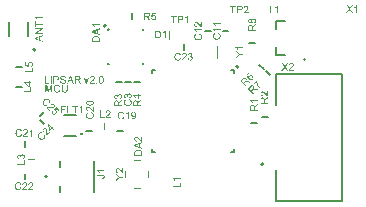
<source format=gto>
G04*
G04 #@! TF.GenerationSoftware,Altium Limited,Altium Designer,23.3.1 (30)*
G04*
G04 Layer_Color=65535*
%FSAX44Y44*%
%MOMM*%
G71*
G04*
G04 #@! TF.SameCoordinates,E4202109-5C2D-4CF9-8B46-EFF2A95DF25D*
G04*
G04*
G04 #@! TF.FilePolarity,Positive*
G04*
G01*
G75*
%ADD10C,0.2000*%
%ADD11C,0.2540*%
%ADD12C,0.0000*%
%ADD13C,0.1500*%
%ADD14C,0.1270*%
%ADD15C,0.1000*%
G36*
X00259077Y00357102D02*
X00259155Y00357092D01*
X00259252Y00357082D01*
X00259359Y00357072D01*
X00259477Y00357053D01*
X00259730Y00356994D01*
X00260003Y00356907D01*
X00260140Y00356848D01*
X00260276Y00356780D01*
X00260403Y00356702D01*
X00260530Y00356614D01*
X00260540Y00356604D01*
X00260559Y00356594D01*
X00260588Y00356565D01*
X00260637Y00356526D01*
X00260686Y00356477D01*
X00260754Y00356409D01*
X00260823Y00356341D01*
X00260891Y00356263D01*
X00260969Y00356165D01*
X00261037Y00356068D01*
X00261115Y00355951D01*
X00261193Y00355824D01*
X00261261Y00355697D01*
X00261330Y00355551D01*
X00261447Y00355239D01*
X00260608Y00355044D01*
Y00355053D01*
X00260598Y00355073D01*
X00260588Y00355112D01*
X00260569Y00355161D01*
X00260540Y00355219D01*
X00260510Y00355287D01*
X00260442Y00355434D01*
X00260354Y00355600D01*
X00260237Y00355775D01*
X00260110Y00355931D01*
X00259954Y00356068D01*
X00259935Y00356077D01*
X00259876Y00356116D01*
X00259789Y00356165D01*
X00259662Y00356233D01*
X00259515Y00356292D01*
X00259330Y00356341D01*
X00259125Y00356380D01*
X00258891Y00356390D01*
X00258823D01*
X00258774Y00356380D01*
X00258706D01*
X00258638Y00356370D01*
X00258462Y00356341D01*
X00258267Y00356302D01*
X00258062Y00356233D01*
X00257857Y00356146D01*
X00257662Y00356029D01*
X00257653D01*
X00257643Y00356009D01*
X00257584Y00355960D01*
X00257496Y00355882D01*
X00257389Y00355775D01*
X00257282Y00355639D01*
X00257165Y00355482D01*
X00257058Y00355287D01*
X00256970Y00355073D01*
Y00355063D01*
X00256960Y00355044D01*
X00256950Y00355014D01*
X00256941Y00354966D01*
X00256921Y00354917D01*
X00256911Y00354849D01*
X00256872Y00354692D01*
X00256833Y00354507D01*
X00256804Y00354302D01*
X00256784Y00354078D01*
X00256775Y00353844D01*
Y00353834D01*
Y00353805D01*
Y00353766D01*
Y00353707D01*
X00256784Y00353639D01*
Y00353551D01*
X00256794Y00353464D01*
X00256804Y00353366D01*
X00256833Y00353142D01*
X00256872Y00352898D01*
X00256931Y00352654D01*
X00257009Y00352420D01*
Y00352410D01*
X00257019Y00352391D01*
X00257038Y00352361D01*
X00257058Y00352322D01*
X00257106Y00352205D01*
X00257184Y00352079D01*
X00257292Y00351922D01*
X00257418Y00351776D01*
X00257565Y00351630D01*
X00257740Y00351503D01*
X00257750D01*
X00257760Y00351493D01*
X00257789Y00351474D01*
X00257828Y00351454D01*
X00257935Y00351415D01*
X00258072Y00351357D01*
X00258228Y00351308D01*
X00258413Y00351259D01*
X00258618Y00351220D01*
X00258833Y00351210D01*
X00258901D01*
X00258950Y00351220D01*
X00259008D01*
X00259086Y00351230D01*
X00259252Y00351259D01*
X00259438Y00351308D01*
X00259642Y00351386D01*
X00259837Y00351483D01*
X00260032Y00351620D01*
X00260042Y00351630D01*
X00260052Y00351640D01*
X00260110Y00351698D01*
X00260198Y00351796D01*
X00260306Y00351922D01*
X00260413Y00352098D01*
X00260530Y00352303D01*
X00260627Y00352556D01*
X00260705Y00352839D01*
X00261554Y00352625D01*
Y00352615D01*
X00261544Y00352576D01*
X00261525Y00352527D01*
X00261505Y00352449D01*
X00261466Y00352371D01*
X00261427Y00352264D01*
X00261388Y00352156D01*
X00261330Y00352039D01*
X00261203Y00351776D01*
X00261027Y00351513D01*
X00260832Y00351259D01*
X00260715Y00351142D01*
X00260588Y00351035D01*
X00260579Y00351025D01*
X00260559Y00351015D01*
X00260520Y00350986D01*
X00260462Y00350947D01*
X00260393Y00350908D01*
X00260315Y00350859D01*
X00260228Y00350811D01*
X00260120Y00350762D01*
X00260003Y00350713D01*
X00259876Y00350664D01*
X00259730Y00350615D01*
X00259584Y00350576D01*
X00259262Y00350508D01*
X00259086Y00350498D01*
X00258901Y00350489D01*
X00258804D01*
X00258725Y00350498D01*
X00258638D01*
X00258540Y00350508D01*
X00258423Y00350528D01*
X00258306Y00350537D01*
X00258033Y00350596D01*
X00257750Y00350664D01*
X00257477Y00350771D01*
X00257341Y00350830D01*
X00257214Y00350908D01*
X00257204Y00350918D01*
X00257184Y00350928D01*
X00257155Y00350957D01*
X00257106Y00350986D01*
X00256989Y00351084D01*
X00256853Y00351220D01*
X00256687Y00351386D01*
X00256531Y00351600D01*
X00256365Y00351844D01*
X00256229Y00352127D01*
Y00352137D01*
X00256219Y00352166D01*
X00256199Y00352205D01*
X00256180Y00352264D01*
X00256150Y00352342D01*
X00256121Y00352430D01*
X00256092Y00352527D01*
X00256063Y00352644D01*
X00256033Y00352761D01*
X00256004Y00352898D01*
X00255946Y00353190D01*
X00255907Y00353503D01*
X00255897Y00353844D01*
Y00353854D01*
Y00353893D01*
Y00353941D01*
X00255907Y00354010D01*
Y00354098D01*
X00255916Y00354205D01*
X00255926Y00354312D01*
X00255946Y00354439D01*
X00255994Y00354712D01*
X00256053Y00355005D01*
X00256150Y00355307D01*
X00256277Y00355590D01*
Y00355600D01*
X00256297Y00355619D01*
X00256316Y00355658D01*
X00256346Y00355717D01*
X00256385Y00355775D01*
X00256433Y00355843D01*
X00256560Y00356009D01*
X00256707Y00356194D01*
X00256892Y00356380D01*
X00257116Y00356565D01*
X00257360Y00356721D01*
X00257370D01*
X00257389Y00356741D01*
X00257428Y00356760D01*
X00257487Y00356780D01*
X00257545Y00356809D01*
X00257623Y00356848D01*
X00257721Y00356877D01*
X00257818Y00356916D01*
X00257926Y00356955D01*
X00258043Y00356984D01*
X00258306Y00357053D01*
X00258599Y00357092D01*
X00258911Y00357111D01*
X00259008D01*
X00259077Y00357102D01*
D02*
G37*
G36*
X00254775Y00350596D02*
X00253956D01*
Y00355960D01*
X00252083Y00350596D01*
X00251322D01*
X00249479Y00356048D01*
Y00350596D01*
X00248660D01*
Y00357004D01*
X00249928D01*
X00251449Y00352469D01*
Y00352459D01*
X00251459Y00352439D01*
X00251469Y00352410D01*
X00251479Y00352361D01*
X00251518Y00352254D01*
X00251566Y00352118D01*
X00251615Y00351961D01*
X00251664Y00351805D01*
X00251713Y00351649D01*
X00251752Y00351522D01*
X00251761Y00351542D01*
X00251771Y00351591D01*
X00251800Y00351669D01*
X00251839Y00351776D01*
X00251878Y00351922D01*
X00251937Y00352098D01*
X00252015Y00352303D01*
X00252093Y00352547D01*
X00253624Y00357004D01*
X00254775D01*
Y00350596D01*
D02*
G37*
G36*
X00267640Y00353298D02*
Y00353288D01*
Y00353259D01*
Y00353210D01*
Y00353142D01*
X00267631Y00353054D01*
Y00352966D01*
X00267621Y00352859D01*
X00267611Y00352742D01*
X00267582Y00352498D01*
X00267543Y00352244D01*
X00267494Y00351991D01*
X00267416Y00351766D01*
Y00351757D01*
X00267406Y00351737D01*
X00267396Y00351708D01*
X00267377Y00351669D01*
X00267318Y00351571D01*
X00267240Y00351435D01*
X00267133Y00351288D01*
X00266996Y00351132D01*
X00266821Y00350986D01*
X00266626Y00350840D01*
X00266616D01*
X00266597Y00350820D01*
X00266567Y00350811D01*
X00266519Y00350781D01*
X00266470Y00350762D01*
X00266402Y00350732D01*
X00266314Y00350694D01*
X00266226Y00350664D01*
X00266128Y00350635D01*
X00266011Y00350596D01*
X00265894Y00350567D01*
X00265758Y00350547D01*
X00265465Y00350508D01*
X00265134Y00350489D01*
X00265046D01*
X00264987Y00350498D01*
X00264909D01*
X00264821Y00350508D01*
X00264724Y00350518D01*
X00264617Y00350528D01*
X00264383Y00350567D01*
X00264139Y00350615D01*
X00263885Y00350694D01*
X00263661Y00350791D01*
X00263651D01*
X00263631Y00350811D01*
X00263612Y00350820D01*
X00263573Y00350849D01*
X00263466Y00350918D01*
X00263349Y00351025D01*
X00263212Y00351152D01*
X00263085Y00351298D01*
X00262959Y00351483D01*
X00262851Y00351688D01*
Y00351698D01*
X00262841Y00351718D01*
X00262832Y00351747D01*
X00262812Y00351796D01*
X00262793Y00351854D01*
X00262773Y00351932D01*
X00262754Y00352020D01*
X00262734Y00352118D01*
X00262705Y00352225D01*
X00262685Y00352342D01*
X00262666Y00352478D01*
X00262646Y00352615D01*
X00262627Y00352771D01*
X00262617Y00352937D01*
X00262607Y00353112D01*
Y00353298D01*
Y00357004D01*
X00263456D01*
Y00353298D01*
Y00353288D01*
Y00353259D01*
Y00353220D01*
Y00353161D01*
Y00353093D01*
X00263466Y00353015D01*
X00263475Y00352830D01*
X00263495Y00352634D01*
X00263514Y00352430D01*
X00263554Y00352234D01*
X00263573Y00352147D01*
X00263602Y00352069D01*
X00263612Y00352049D01*
X00263631Y00352000D01*
X00263671Y00351932D01*
X00263729Y00351844D01*
X00263797Y00351747D01*
X00263895Y00351640D01*
X00264002Y00351542D01*
X00264139Y00351454D01*
X00264158Y00351445D01*
X00264207Y00351425D01*
X00264285Y00351386D01*
X00264392Y00351357D01*
X00264529Y00351318D01*
X00264685Y00351279D01*
X00264860Y00351259D01*
X00265056Y00351249D01*
X00265143D01*
X00265212Y00351259D01*
X00265290D01*
X00265377Y00351269D01*
X00265572Y00351298D01*
X00265797Y00351357D01*
X00266011Y00351425D01*
X00266216Y00351532D01*
X00266314Y00351591D01*
X00266392Y00351669D01*
Y00351679D01*
X00266411Y00351688D01*
X00266431Y00351718D01*
X00266450Y00351757D01*
X00266489Y00351805D01*
X00266519Y00351864D01*
X00266558Y00351942D01*
X00266597Y00352030D01*
X00266626Y00352137D01*
X00266665Y00352254D01*
X00266704Y00352381D01*
X00266733Y00352537D01*
X00266753Y00352703D01*
X00266772Y00352878D01*
X00266792Y00353083D01*
Y00353298D01*
Y00357004D01*
X00267640D01*
Y00353298D01*
D02*
G37*
G36*
X00263938Y00364602D02*
X00264006D01*
X00264172Y00364582D01*
X00264367Y00364553D01*
X00264582Y00364514D01*
X00264796Y00364455D01*
X00265001Y00364377D01*
X00265011D01*
X00265020Y00364367D01*
X00265050Y00364358D01*
X00265089Y00364338D01*
X00265186Y00364280D01*
X00265313Y00364211D01*
X00265450Y00364114D01*
X00265586Y00363997D01*
X00265723Y00363860D01*
X00265840Y00363704D01*
X00265849Y00363685D01*
X00265889Y00363626D01*
X00265937Y00363529D01*
X00265986Y00363412D01*
X00266045Y00363265D01*
X00266103Y00363090D01*
X00266142Y00362904D01*
X00266162Y00362700D01*
X00265352Y00362641D01*
Y00362651D01*
Y00362670D01*
X00265342Y00362700D01*
X00265333Y00362739D01*
X00265313Y00362846D01*
X00265274Y00362982D01*
X00265215Y00363129D01*
X00265137Y00363275D01*
X00265030Y00363421D01*
X00264903Y00363548D01*
X00264884Y00363558D01*
X00264835Y00363597D01*
X00264747Y00363646D01*
X00264630Y00363704D01*
X00264474Y00363763D01*
X00264279Y00363811D01*
X00264055Y00363851D01*
X00263791Y00363860D01*
X00263665D01*
X00263606Y00363851D01*
X00263528D01*
X00263362Y00363821D01*
X00263177Y00363792D01*
X00262992Y00363743D01*
X00262816Y00363675D01*
X00262738Y00363626D01*
X00262670Y00363577D01*
X00262660Y00363568D01*
X00262621Y00363529D01*
X00262563Y00363470D01*
X00262504Y00363382D01*
X00262436Y00363285D01*
X00262387Y00363168D01*
X00262348Y00363041D01*
X00262328Y00362895D01*
Y00362875D01*
Y00362836D01*
X00262338Y00362768D01*
X00262358Y00362690D01*
X00262387Y00362602D01*
X00262436Y00362505D01*
X00262494Y00362417D01*
X00262572Y00362329D01*
X00262582Y00362319D01*
X00262631Y00362290D01*
X00262660Y00362270D01*
X00262699Y00362241D01*
X00262758Y00362222D01*
X00262826Y00362192D01*
X00262904Y00362153D01*
X00262992Y00362114D01*
X00263089Y00362085D01*
X00263206Y00362046D01*
X00263343Y00361997D01*
X00263489Y00361958D01*
X00263655Y00361919D01*
X00263840Y00361870D01*
X00263850D01*
X00263889Y00361861D01*
X00263938Y00361851D01*
X00264006Y00361832D01*
X00264094Y00361812D01*
X00264191Y00361783D01*
X00264406Y00361734D01*
X00264640Y00361666D01*
X00264874Y00361597D01*
X00264991Y00361568D01*
X00265089Y00361529D01*
X00265186Y00361490D01*
X00265264Y00361461D01*
X00265274D01*
X00265294Y00361451D01*
X00265313Y00361432D01*
X00265352Y00361412D01*
X00265450Y00361354D01*
X00265576Y00361285D01*
X00265713Y00361188D01*
X00265849Y00361071D01*
X00265976Y00360944D01*
X00266084Y00360807D01*
X00266093Y00360788D01*
X00266123Y00360739D01*
X00266171Y00360661D01*
X00266220Y00360544D01*
X00266269Y00360417D01*
X00266318Y00360261D01*
X00266347Y00360086D01*
X00266357Y00359900D01*
Y00359891D01*
Y00359881D01*
Y00359852D01*
Y00359813D01*
X00266337Y00359715D01*
X00266318Y00359588D01*
X00266288Y00359442D01*
X00266230Y00359276D01*
X00266162Y00359100D01*
X00266064Y00358935D01*
X00266054Y00358915D01*
X00266005Y00358857D01*
X00265947Y00358779D01*
X00265849Y00358681D01*
X00265732Y00358564D01*
X00265586Y00358447D01*
X00265410Y00358340D01*
X00265215Y00358232D01*
X00265206D01*
X00265186Y00358223D01*
X00265157Y00358213D01*
X00265118Y00358193D01*
X00265069Y00358174D01*
X00265011Y00358154D01*
X00264855Y00358115D01*
X00264679Y00358067D01*
X00264464Y00358028D01*
X00264240Y00357998D01*
X00263986Y00357989D01*
X00263840D01*
X00263772Y00357998D01*
X00263684D01*
X00263587Y00358008D01*
X00263479Y00358018D01*
X00263255Y00358047D01*
X00263011Y00358096D01*
X00262767Y00358154D01*
X00262533Y00358232D01*
X00262523D01*
X00262504Y00358242D01*
X00262475Y00358262D01*
X00262436Y00358281D01*
X00262328Y00358340D01*
X00262202Y00358428D01*
X00262046Y00358535D01*
X00261899Y00358662D01*
X00261743Y00358818D01*
X00261607Y00358993D01*
Y00359003D01*
X00261597Y00359013D01*
X00261577Y00359042D01*
X00261558Y00359081D01*
X00261529Y00359130D01*
X00261499Y00359188D01*
X00261441Y00359335D01*
X00261382Y00359500D01*
X00261324Y00359705D01*
X00261285Y00359920D01*
X00261265Y00360154D01*
X00262065Y00360222D01*
Y00360212D01*
Y00360203D01*
X00262075Y00360144D01*
X00262094Y00360056D01*
X00262114Y00359939D01*
X00262153Y00359813D01*
X00262192Y00359676D01*
X00262250Y00359549D01*
X00262319Y00359422D01*
X00262328Y00359413D01*
X00262358Y00359374D01*
X00262406Y00359315D01*
X00262484Y00359247D01*
X00262572Y00359169D01*
X00262680Y00359081D01*
X00262816Y00359003D01*
X00262962Y00358925D01*
X00262972D01*
X00262982Y00358915D01*
X00263040Y00358896D01*
X00263128Y00358866D01*
X00263255Y00358837D01*
X00263391Y00358798D01*
X00263567Y00358769D01*
X00263752Y00358749D01*
X00263948Y00358740D01*
X00264025D01*
X00264123Y00358749D01*
X00264230Y00358759D01*
X00264367Y00358769D01*
X00264503Y00358798D01*
X00264650Y00358827D01*
X00264796Y00358876D01*
X00264816Y00358886D01*
X00264855Y00358905D01*
X00264923Y00358935D01*
X00265001Y00358983D01*
X00265098Y00359042D01*
X00265186Y00359110D01*
X00265274Y00359188D01*
X00265352Y00359276D01*
X00265362Y00359286D01*
X00265381Y00359325D01*
X00265410Y00359374D01*
X00265450Y00359442D01*
X00265479Y00359520D01*
X00265508Y00359618D01*
X00265528Y00359715D01*
X00265537Y00359822D01*
Y00359832D01*
Y00359871D01*
X00265528Y00359930D01*
X00265518Y00359998D01*
X00265498Y00360086D01*
X00265459Y00360173D01*
X00265420Y00360261D01*
X00265362Y00360349D01*
X00265352Y00360359D01*
X00265333Y00360388D01*
X00265284Y00360427D01*
X00265225Y00360485D01*
X00265147Y00360544D01*
X00265050Y00360603D01*
X00264923Y00360671D01*
X00264786Y00360729D01*
X00264777Y00360739D01*
X00264737Y00360749D01*
X00264660Y00360768D01*
X00264611Y00360788D01*
X00264552Y00360807D01*
X00264474Y00360827D01*
X00264396Y00360846D01*
X00264299Y00360876D01*
X00264201Y00360905D01*
X00264084Y00360934D01*
X00263948Y00360964D01*
X00263801Y00361003D01*
X00263645Y00361041D01*
X00263635D01*
X00263606Y00361051D01*
X00263557Y00361061D01*
X00263499Y00361081D01*
X00263431Y00361100D01*
X00263353Y00361119D01*
X00263167Y00361168D01*
X00262962Y00361237D01*
X00262758Y00361305D01*
X00262572Y00361373D01*
X00262484Y00361402D01*
X00262416Y00361441D01*
X00262406D01*
X00262397Y00361451D01*
X00262338Y00361490D01*
X00262260Y00361539D01*
X00262163Y00361607D01*
X00262046Y00361695D01*
X00261938Y00361792D01*
X00261831Y00361910D01*
X00261733Y00362036D01*
X00261724Y00362056D01*
X00261694Y00362105D01*
X00261665Y00362173D01*
X00261626Y00362270D01*
X00261577Y00362388D01*
X00261548Y00362524D01*
X00261519Y00362680D01*
X00261509Y00362836D01*
Y00362846D01*
Y00362856D01*
Y00362885D01*
Y00362924D01*
X00261529Y00363012D01*
X00261548Y00363129D01*
X00261577Y00363275D01*
X00261626Y00363421D01*
X00261694Y00363587D01*
X00261782Y00363743D01*
Y00363753D01*
X00261792Y00363763D01*
X00261831Y00363811D01*
X00261899Y00363890D01*
X00261987Y00363987D01*
X00262094Y00364085D01*
X00262231Y00364192D01*
X00262397Y00364299D01*
X00262582Y00364387D01*
X00262592D01*
X00262602Y00364397D01*
X00262631Y00364407D01*
X00262680Y00364426D01*
X00262728Y00364436D01*
X00262787Y00364455D01*
X00262923Y00364504D01*
X00263099Y00364543D01*
X00263294Y00364572D01*
X00263518Y00364602D01*
X00263752Y00364611D01*
X00263869D01*
X00263938Y00364602D01*
D02*
G37*
G36*
X00284352Y00358096D02*
X00283611D01*
X00281845Y00362739D01*
X00282674D01*
X00283669Y00359949D01*
X00283679Y00359930D01*
X00283699Y00359871D01*
X00283728Y00359783D01*
X00283767Y00359666D01*
X00283816Y00359530D01*
X00283864Y00359374D01*
X00283923Y00359198D01*
X00283972Y00359022D01*
X00283981Y00359042D01*
X00283991Y00359091D01*
X00284020Y00359169D01*
X00284050Y00359266D01*
X00284089Y00359393D01*
X00284137Y00359549D01*
X00284196Y00359715D01*
X00284264Y00359900D01*
X00285298Y00362739D01*
X00286108D01*
X00284352Y00358096D01*
D02*
G37*
G36*
X00292896D02*
X00291999D01*
Y00358993D01*
X00292896D01*
Y00358096D01*
D02*
G37*
G36*
X00288858Y00364524D02*
X00288936Y00364514D01*
X00289024Y00364504D01*
X00289121Y00364494D01*
X00289229Y00364465D01*
X00289463Y00364407D01*
X00289707Y00364319D01*
X00289834Y00364260D01*
X00289951Y00364192D01*
X00290058Y00364104D01*
X00290165Y00364016D01*
X00290175Y00364007D01*
X00290185Y00363997D01*
X00290214Y00363968D01*
X00290253Y00363929D01*
X00290292Y00363870D01*
X00290341Y00363811D01*
X00290438Y00363665D01*
X00290536Y00363480D01*
X00290624Y00363265D01*
X00290692Y00363022D01*
X00290702Y00362885D01*
X00290711Y00362748D01*
Y00362729D01*
Y00362680D01*
X00290702Y00362602D01*
X00290692Y00362505D01*
X00290672Y00362388D01*
X00290643Y00362261D01*
X00290604Y00362124D01*
X00290546Y00361988D01*
X00290536Y00361968D01*
X00290516Y00361919D01*
X00290477Y00361851D01*
X00290419Y00361754D01*
X00290350Y00361637D01*
X00290263Y00361500D01*
X00290146Y00361363D01*
X00290019Y00361207D01*
X00289999Y00361188D01*
X00289951Y00361129D01*
X00289863Y00361041D01*
X00289804Y00360983D01*
X00289736Y00360915D01*
X00289658Y00360837D01*
X00289561Y00360749D01*
X00289463Y00360661D01*
X00289356Y00360554D01*
X00289239Y00360447D01*
X00289102Y00360330D01*
X00288965Y00360212D01*
X00288809Y00360076D01*
X00288800Y00360066D01*
X00288780Y00360047D01*
X00288741Y00360017D01*
X00288692Y00359978D01*
X00288575Y00359881D01*
X00288429Y00359754D01*
X00288283Y00359618D01*
X00288127Y00359481D01*
X00288000Y00359364D01*
X00287951Y00359315D01*
X00287902Y00359266D01*
X00287893Y00359257D01*
X00287873Y00359227D01*
X00287834Y00359188D01*
X00287785Y00359130D01*
X00287678Y00359003D01*
X00287571Y00358847D01*
X00290721D01*
Y00358096D01*
X00286478D01*
Y00358106D01*
Y00358145D01*
Y00358203D01*
X00286488Y00358271D01*
X00286498Y00358349D01*
X00286508Y00358437D01*
X00286537Y00358535D01*
X00286566Y00358632D01*
Y00358642D01*
X00286576Y00358652D01*
X00286595Y00358710D01*
X00286634Y00358788D01*
X00286693Y00358905D01*
X00286761Y00359032D01*
X00286859Y00359179D01*
X00286956Y00359325D01*
X00287083Y00359481D01*
Y00359491D01*
X00287103Y00359500D01*
X00287151Y00359559D01*
X00287229Y00359647D01*
X00287346Y00359764D01*
X00287493Y00359900D01*
X00287668Y00360066D01*
X00287883Y00360252D01*
X00288117Y00360456D01*
X00288127Y00360466D01*
X00288166Y00360495D01*
X00288214Y00360534D01*
X00288283Y00360603D01*
X00288370Y00360671D01*
X00288468Y00360759D01*
X00288683Y00360944D01*
X00288917Y00361168D01*
X00289151Y00361393D01*
X00289268Y00361500D01*
X00289365Y00361607D01*
X00289453Y00361715D01*
X00289531Y00361812D01*
Y00361822D01*
X00289551Y00361832D01*
X00289570Y00361861D01*
X00289590Y00361900D01*
X00289648Y00361997D01*
X00289716Y00362124D01*
X00289785Y00362270D01*
X00289843Y00362426D01*
X00289882Y00362602D01*
X00289902Y00362768D01*
Y00362778D01*
Y00362787D01*
X00289892Y00362846D01*
X00289882Y00362934D01*
X00289863Y00363041D01*
X00289814Y00363168D01*
X00289755Y00363295D01*
X00289678Y00363431D01*
X00289561Y00363558D01*
X00289541Y00363568D01*
X00289502Y00363607D01*
X00289424Y00363656D01*
X00289326Y00363724D01*
X00289200Y00363782D01*
X00289053Y00363831D01*
X00288878Y00363870D01*
X00288683Y00363880D01*
X00288624D01*
X00288585Y00363870D01*
X00288488Y00363860D01*
X00288361Y00363841D01*
X00288214Y00363792D01*
X00288058Y00363733D01*
X00287912Y00363646D01*
X00287775Y00363529D01*
X00287766Y00363509D01*
X00287727Y00363470D01*
X00287668Y00363392D01*
X00287610Y00363285D01*
X00287542Y00363148D01*
X00287493Y00362992D01*
X00287454Y00362807D01*
X00287434Y00362592D01*
X00286625Y00362680D01*
Y00362690D01*
Y00362719D01*
X00286634Y00362768D01*
X00286644Y00362826D01*
X00286664Y00362904D01*
X00286673Y00362992D01*
X00286732Y00363187D01*
X00286810Y00363412D01*
X00286917Y00363636D01*
X00287064Y00363860D01*
X00287142Y00363958D01*
X00287239Y00364055D01*
X00287249Y00364065D01*
X00287268Y00364075D01*
X00287298Y00364104D01*
X00287337Y00364133D01*
X00287395Y00364163D01*
X00287463Y00364211D01*
X00287542Y00364250D01*
X00287629Y00364299D01*
X00287727Y00364338D01*
X00287834Y00364387D01*
X00287961Y00364426D01*
X00288088Y00364455D01*
X00288380Y00364514D01*
X00288536Y00364524D01*
X00288702Y00364533D01*
X00288790D01*
X00288858Y00364524D01*
D02*
G37*
G36*
X00276549Y00364494D02*
X00276627D01*
X00276822Y00364484D01*
X00277027Y00364465D01*
X00277242Y00364426D01*
X00277446Y00364387D01*
X00277544Y00364358D01*
X00277632Y00364328D01*
X00277642D01*
X00277651Y00364319D01*
X00277710Y00364299D01*
X00277788Y00364250D01*
X00277885Y00364182D01*
X00278002Y00364104D01*
X00278120Y00363997D01*
X00278237Y00363870D01*
X00278344Y00363714D01*
X00278354Y00363694D01*
X00278383Y00363636D01*
X00278432Y00363548D01*
X00278480Y00363431D01*
X00278529Y00363285D01*
X00278578Y00363119D01*
X00278607Y00362943D01*
X00278617Y00362748D01*
Y00362739D01*
Y00362719D01*
Y00362680D01*
X00278607Y00362631D01*
Y00362573D01*
X00278597Y00362505D01*
X00278558Y00362349D01*
X00278510Y00362163D01*
X00278432Y00361978D01*
X00278315Y00361783D01*
X00278246Y00361685D01*
X00278168Y00361597D01*
X00278149Y00361578D01*
X00278120Y00361558D01*
X00278090Y00361519D01*
X00278041Y00361490D01*
X00277983Y00361441D01*
X00277915Y00361402D01*
X00277837Y00361354D01*
X00277749Y00361305D01*
X00277642Y00361256D01*
X00277534Y00361207D01*
X00277407Y00361158D01*
X00277281Y00361110D01*
X00277134Y00361071D01*
X00276978Y00361041D01*
X00276812Y00361012D01*
X00276832Y00361003D01*
X00276871Y00360983D01*
X00276929Y00360954D01*
X00276998Y00360915D01*
X00277164Y00360807D01*
X00277251Y00360749D01*
X00277320Y00360690D01*
X00277339Y00360671D01*
X00277388Y00360632D01*
X00277456Y00360554D01*
X00277544Y00360456D01*
X00277651Y00360330D01*
X00277768Y00360183D01*
X00277895Y00360017D01*
X00278022Y00359832D01*
X00279134Y00358096D01*
X00278071D01*
X00277222Y00359422D01*
Y00359432D01*
X00277203Y00359452D01*
X00277183Y00359481D01*
X00277164Y00359520D01*
X00277095Y00359618D01*
X00277008Y00359744D01*
X00276910Y00359891D01*
X00276803Y00360037D01*
X00276705Y00360173D01*
X00276608Y00360300D01*
X00276598Y00360310D01*
X00276569Y00360349D01*
X00276520Y00360407D01*
X00276471Y00360476D01*
X00276325Y00360612D01*
X00276257Y00360681D01*
X00276178Y00360729D01*
X00276169Y00360739D01*
X00276149Y00360749D01*
X00276110Y00360768D01*
X00276061Y00360798D01*
X00275944Y00360856D01*
X00275798Y00360905D01*
X00275788D01*
X00275769Y00360915D01*
X00275730D01*
X00275681Y00360924D01*
X00275613Y00360934D01*
X00275535D01*
X00275437Y00360944D01*
X00274345D01*
Y00358096D01*
X00273496D01*
Y00364504D01*
X00276471D01*
X00276549Y00364494D01*
D02*
G37*
G36*
X00272794Y00358096D02*
X00271838D01*
X00271097Y00360037D01*
X00268405D01*
X00267712Y00358096D01*
X00266815D01*
X00269263Y00364504D01*
X00270190D01*
X00272794Y00358096D01*
D02*
G37*
G36*
X00258349Y00364494D02*
X00258505Y00364484D01*
X00258671Y00364475D01*
X00258827Y00364455D01*
X00258963Y00364436D01*
X00258983D01*
X00259041Y00364416D01*
X00259129Y00364397D01*
X00259237Y00364367D01*
X00259363Y00364328D01*
X00259490Y00364280D01*
X00259627Y00364211D01*
X00259753Y00364133D01*
X00259763Y00364124D01*
X00259812Y00364094D01*
X00259870Y00364046D01*
X00259939Y00363977D01*
X00260017Y00363890D01*
X00260105Y00363782D01*
X00260192Y00363665D01*
X00260270Y00363519D01*
X00260280Y00363499D01*
X00260300Y00363451D01*
X00260329Y00363373D01*
X00260368Y00363265D01*
X00260407Y00363139D01*
X00260436Y00362992D01*
X00260456Y00362826D01*
X00260466Y00362651D01*
Y00362641D01*
Y00362612D01*
Y00362573D01*
X00260456Y00362514D01*
X00260446Y00362446D01*
X00260436Y00362358D01*
X00260427Y00362270D01*
X00260397Y00362173D01*
X00260339Y00361949D01*
X00260241Y00361724D01*
X00260183Y00361607D01*
X00260114Y00361490D01*
X00260036Y00361373D01*
X00259939Y00361266D01*
X00259929Y00361256D01*
X00259909Y00361246D01*
X00259880Y00361217D01*
X00259841Y00361178D01*
X00259773Y00361139D01*
X00259705Y00361090D01*
X00259617Y00361041D01*
X00259510Y00360993D01*
X00259393Y00360934D01*
X00259256Y00360885D01*
X00259100Y00360837D01*
X00258934Y00360798D01*
X00258739Y00360759D01*
X00258534Y00360729D01*
X00258310Y00360720D01*
X00258066Y00360710D01*
X00256427D01*
Y00358096D01*
X00255579D01*
Y00364504D01*
X00258203D01*
X00258349Y00364494D01*
D02*
G37*
G36*
X00254087Y00358096D02*
X00253238D01*
Y00364504D01*
X00254087D01*
Y00358096D01*
D02*
G37*
G36*
X00248927Y00358847D02*
X00252077D01*
Y00358096D01*
X00248078D01*
Y00364504D01*
X00248927D01*
Y00358847D01*
D02*
G37*
G36*
X00296320Y00364524D02*
X00296437Y00364504D01*
X00296573Y00364484D01*
X00296729Y00364445D01*
X00296885Y00364387D01*
X00297032Y00364319D01*
X00297051Y00364309D01*
X00297100Y00364280D01*
X00297168Y00364231D01*
X00297266Y00364172D01*
X00297363Y00364085D01*
X00297471Y00363977D01*
X00297578Y00363860D01*
X00297675Y00363724D01*
X00297685Y00363704D01*
X00297715Y00363656D01*
X00297763Y00363568D01*
X00297822Y00363460D01*
X00297880Y00363324D01*
X00297949Y00363158D01*
X00298017Y00362973D01*
X00298075Y00362768D01*
Y00362758D01*
X00298085Y00362739D01*
Y00362709D01*
X00298095Y00362661D01*
X00298114Y00362612D01*
X00298124Y00362543D01*
X00298134Y00362456D01*
X00298153Y00362368D01*
X00298163Y00362261D01*
X00298173Y00362153D01*
X00298192Y00362027D01*
X00298202Y00361890D01*
X00298212Y00361744D01*
Y00361597D01*
X00298222Y00361256D01*
Y00361246D01*
Y00361207D01*
Y00361149D01*
Y00361071D01*
X00298212Y00360973D01*
Y00360866D01*
X00298202Y00360739D01*
X00298192Y00360603D01*
X00298163Y00360310D01*
X00298124Y00360008D01*
X00298066Y00359705D01*
X00298027Y00359569D01*
X00297988Y00359432D01*
Y00359422D01*
X00297978Y00359403D01*
X00297968Y00359364D01*
X00297949Y00359315D01*
X00297919Y00359257D01*
X00297890Y00359198D01*
X00297812Y00359042D01*
X00297715Y00358866D01*
X00297597Y00358691D01*
X00297461Y00358515D01*
X00297295Y00358359D01*
X00297285D01*
X00297276Y00358340D01*
X00297246Y00358330D01*
X00297217Y00358301D01*
X00297110Y00358242D01*
X00296983Y00358174D01*
X00296807Y00358106D01*
X00296612Y00358047D01*
X00296388Y00358008D01*
X00296134Y00357989D01*
X00296047D01*
X00295978Y00357998D01*
X00295900Y00358008D01*
X00295812Y00358028D01*
X00295715Y00358047D01*
X00295608Y00358067D01*
X00295374Y00358145D01*
X00295247Y00358203D01*
X00295130Y00358262D01*
X00295003Y00358340D01*
X00294886Y00358428D01*
X00294779Y00358525D01*
X00294671Y00358642D01*
X00294662Y00358652D01*
X00294642Y00358681D01*
X00294613Y00358730D01*
X00294574Y00358798D01*
X00294525Y00358886D01*
X00294476Y00358993D01*
X00294418Y00359120D01*
X00294359Y00359276D01*
X00294301Y00359442D01*
X00294242Y00359637D01*
X00294193Y00359852D01*
X00294145Y00360086D01*
X00294106Y00360349D01*
X00294076Y00360622D01*
X00294057Y00360934D01*
X00294047Y00361256D01*
Y00361266D01*
Y00361305D01*
Y00361363D01*
Y00361441D01*
X00294057Y00361539D01*
Y00361646D01*
X00294067Y00361773D01*
X00294076Y00361910D01*
X00294106Y00362202D01*
X00294145Y00362505D01*
X00294193Y00362807D01*
X00294232Y00362943D01*
X00294271Y00363080D01*
Y00363090D01*
X00294281Y00363109D01*
X00294301Y00363148D01*
X00294320Y00363197D01*
X00294340Y00363256D01*
X00294369Y00363324D01*
X00294447Y00363480D01*
X00294545Y00363656D01*
X00294662Y00363831D01*
X00294798Y00363997D01*
X00294964Y00364153D01*
X00294974D01*
X00294984Y00364172D01*
X00295013Y00364192D01*
X00295052Y00364211D01*
X00295149Y00364270D01*
X00295286Y00364348D01*
X00295452Y00364416D01*
X00295657Y00364475D01*
X00295881Y00364514D01*
X00296134Y00364533D01*
X00296222D01*
X00296320Y00364524D01*
D02*
G37*
G36*
X00236131Y00376457D02*
X00236210Y00376448D01*
X00236297Y00376438D01*
X00236395Y00376428D01*
X00236502Y00376409D01*
X00236736Y00376340D01*
X00236980Y00376253D01*
X00237117Y00376194D01*
X00237243Y00376126D01*
X00237370Y00376048D01*
X00237487Y00375960D01*
X00237497Y00375950D01*
X00237516Y00375931D01*
X00237556Y00375892D01*
X00237604Y00375843D01*
X00237663Y00375784D01*
X00237731Y00375706D01*
X00237799Y00375619D01*
X00237868Y00375511D01*
X00237946Y00375404D01*
X00238014Y00375277D01*
X00238082Y00375131D01*
X00238141Y00374985D01*
X00238190Y00374819D01*
X00238228Y00374653D01*
X00238248Y00374468D01*
X00238258Y00374273D01*
Y00374185D01*
X00238248Y00374126D01*
X00238238Y00374058D01*
X00238228Y00373970D01*
X00238219Y00373873D01*
X00238199Y00373765D01*
X00238141Y00373541D01*
X00238053Y00373307D01*
X00237994Y00373190D01*
X00237926Y00373073D01*
X00237858Y00372956D01*
X00237770Y00372849D01*
X00237760Y00372839D01*
X00237751Y00372829D01*
X00237721Y00372800D01*
X00237682Y00372761D01*
X00237633Y00372722D01*
X00237575Y00372673D01*
X00237507Y00372624D01*
X00237429Y00372566D01*
X00237243Y00372458D01*
X00237019Y00372351D01*
X00236765Y00372273D01*
X00236619Y00372244D01*
X00236473Y00372224D01*
X00236414Y00373053D01*
X00236424D01*
X00236444D01*
X00236473Y00373063D01*
X00236512Y00373073D01*
X00236619Y00373102D01*
X00236756Y00373141D01*
X00236902Y00373190D01*
X00237048Y00373268D01*
X00237195Y00373356D01*
X00237321Y00373473D01*
X00237331Y00373492D01*
X00237370Y00373531D01*
X00237409Y00373600D01*
X00237468Y00373697D01*
X00237516Y00373814D01*
X00237565Y00373951D01*
X00237604Y00374107D01*
X00237614Y00374273D01*
Y00374331D01*
X00237604Y00374370D01*
X00237595Y00374477D01*
X00237565Y00374614D01*
X00237507Y00374760D01*
X00237438Y00374926D01*
X00237331Y00375082D01*
X00237273Y00375160D01*
X00237195Y00375238D01*
X00237185D01*
X00237175Y00375258D01*
X00237117Y00375297D01*
X00237019Y00375365D01*
X00236892Y00375433D01*
X00236726Y00375502D01*
X00236531Y00375570D01*
X00236307Y00375609D01*
X00236053Y00375628D01*
X00236044D01*
X00236024D01*
X00235985D01*
X00235946Y00375619D01*
X00235888D01*
X00235819Y00375609D01*
X00235663Y00375580D01*
X00235497Y00375541D01*
X00235322Y00375472D01*
X00235146Y00375375D01*
X00234990Y00375248D01*
X00234971Y00375228D01*
X00234932Y00375180D01*
X00234863Y00375102D01*
X00234795Y00374985D01*
X00234727Y00374848D01*
X00234659Y00374673D01*
X00234620Y00374477D01*
X00234600Y00374263D01*
Y00374195D01*
X00234610Y00374126D01*
X00234620Y00374029D01*
X00234649Y00373922D01*
X00234678Y00373804D01*
X00234727Y00373687D01*
X00234785Y00373570D01*
X00234795Y00373561D01*
X00234815Y00373522D01*
X00234854Y00373463D01*
X00234902Y00373395D01*
X00234971Y00373326D01*
X00235049Y00373248D01*
X00235137Y00373170D01*
X00235234Y00373102D01*
X00235127Y00372361D01*
X00231840Y00372985D01*
Y00376165D01*
X00232591D01*
Y00373609D01*
X00234317Y00373258D01*
X00234307Y00373268D01*
X00234298Y00373288D01*
X00234278Y00373317D01*
X00234249Y00373356D01*
X00234220Y00373414D01*
X00234191Y00373473D01*
X00234112Y00373629D01*
X00234034Y00373804D01*
X00233976Y00374009D01*
X00233927Y00374234D01*
X00233908Y00374468D01*
Y00374546D01*
X00233917Y00374604D01*
X00233927Y00374682D01*
X00233937Y00374760D01*
X00233956Y00374858D01*
X00233976Y00374955D01*
X00234054Y00375180D01*
X00234093Y00375297D01*
X00234151Y00375414D01*
X00234220Y00375541D01*
X00234298Y00375658D01*
X00234386Y00375775D01*
X00234493Y00375882D01*
X00234503Y00375892D01*
X00234522Y00375911D01*
X00234551Y00375940D01*
X00234600Y00375970D01*
X00234659Y00376018D01*
X00234727Y00376067D01*
X00234805Y00376116D01*
X00234893Y00376175D01*
X00235000Y00376233D01*
X00235107Y00376282D01*
X00235234Y00376331D01*
X00235361Y00376379D01*
X00235507Y00376409D01*
X00235653Y00376438D01*
X00235819Y00376457D01*
X00235985Y00376467D01*
X00235995D01*
X00236024D01*
X00236073D01*
X00236131Y00376457D01*
D02*
G37*
G36*
X00238151Y00367533D02*
X00231742D01*
Y00368381D01*
X00237399D01*
Y00371532D01*
X00238151D01*
Y00367533D01*
D02*
G37*
G36*
X00235391Y00359101D02*
X00236922D01*
Y00358311D01*
X00235391D01*
Y00355531D01*
X00234669D01*
X00230523Y00358457D01*
Y00359101D01*
X00234669D01*
Y00359969D01*
X00235391D01*
Y00359101D01*
D02*
G37*
G36*
X00236922Y00351103D02*
X00230514D01*
Y00351952D01*
X00236171D01*
Y00355102D01*
X00236922D01*
Y00351103D01*
D02*
G37*
G36*
X00298815Y00284289D02*
X00293802D01*
X00293811Y00284280D01*
X00293850Y00284241D01*
X00293899Y00284172D01*
X00293967Y00284085D01*
X00294055Y00283977D01*
X00294143Y00283850D01*
X00294250Y00283704D01*
X00294348Y00283538D01*
Y00283529D01*
X00294358Y00283519D01*
X00294397Y00283460D01*
X00294445Y00283373D01*
X00294504Y00283265D01*
X00294572Y00283139D01*
X00294631Y00283002D01*
X00294699Y00282856D01*
X00294757Y00282719D01*
X00293987D01*
Y00282729D01*
X00293977Y00282748D01*
X00293958Y00282787D01*
X00293928Y00282826D01*
X00293899Y00282885D01*
X00293870Y00282953D01*
X00293782Y00283109D01*
X00293675Y00283285D01*
X00293548Y00283480D01*
X00293402Y00283675D01*
X00293246Y00283860D01*
X00293236Y00283870D01*
X00293226Y00283880D01*
X00293168Y00283938D01*
X00293080Y00284026D01*
X00292973Y00284133D01*
X00292836Y00284250D01*
X00292690Y00284368D01*
X00292534Y00284475D01*
X00292378Y00284562D01*
Y00285079D01*
X00298815D01*
Y00284289D01*
D02*
G37*
G36*
X00296981Y00281042D02*
X00297059D01*
X00297235Y00281032D01*
X00297440Y00281003D01*
X00297645Y00280973D01*
X00297849Y00280924D01*
X00298025Y00280856D01*
X00298044Y00280846D01*
X00298093Y00280817D01*
X00298171Y00280768D01*
X00298269Y00280710D01*
X00298386Y00280622D01*
X00298493Y00280515D01*
X00298600Y00280378D01*
X00298698Y00280232D01*
X00298708Y00280212D01*
X00298737Y00280154D01*
X00298766Y00280066D01*
X00298805Y00279949D01*
X00298854Y00279803D01*
X00298883Y00279637D01*
X00298913Y00279442D01*
X00298922Y00279237D01*
Y00279159D01*
X00298913Y00279100D01*
X00298903Y00279032D01*
X00298893Y00278944D01*
X00298864Y00278759D01*
X00298805Y00278554D01*
X00298717Y00278340D01*
X00298669Y00278232D01*
X00298600Y00278135D01*
X00298532Y00278037D01*
X00298444Y00277950D01*
X00298435D01*
X00298425Y00277930D01*
X00298396Y00277911D01*
X00298357Y00277881D01*
X00298298Y00277842D01*
X00298239Y00277813D01*
X00298162Y00277764D01*
X00298083Y00277725D01*
X00297986Y00277686D01*
X00297879Y00277647D01*
X00297762Y00277608D01*
X00297625Y00277579D01*
X00297488Y00277550D01*
X00297332Y00277530D01*
X00297176Y00277520D01*
X00297001D01*
X00296894Y00278281D01*
X00296903D01*
X00296923D01*
X00296962D01*
X00297011Y00278291D01*
X00297069D01*
X00297137Y00278301D01*
X00297293Y00278330D01*
X00297469Y00278359D01*
X00297635Y00278408D01*
X00297781Y00278476D01*
X00297849Y00278515D01*
X00297908Y00278554D01*
X00297918Y00278564D01*
X00297947Y00278603D01*
X00297996Y00278652D01*
X00298035Y00278730D01*
X00298083Y00278827D01*
X00298132Y00278944D01*
X00298162Y00279081D01*
X00298171Y00279237D01*
Y00279296D01*
X00298162Y00279354D01*
X00298152Y00279422D01*
X00298132Y00279510D01*
X00298113Y00279608D01*
X00298074Y00279695D01*
X00298025Y00279783D01*
X00298015Y00279793D01*
X00297996Y00279822D01*
X00297966Y00279861D01*
X00297918Y00279910D01*
X00297869Y00279969D01*
X00297801Y00280017D01*
X00297723Y00280066D01*
X00297635Y00280105D01*
X00297625D01*
X00297586Y00280125D01*
X00297528Y00280134D01*
X00297440Y00280154D01*
X00297323Y00280173D01*
X00297186Y00280183D01*
X00297020Y00280203D01*
X00296825D01*
X00292407D01*
Y00281051D01*
X00296777D01*
X00296786D01*
X00296815D01*
X00296854D01*
X00296913D01*
X00296981Y00281042D01*
D02*
G37*
G36*
X00250164Y00345435D02*
X00250453Y00345407D01*
X00250736Y00345345D01*
X00250743Y00345338D01*
X00250771D01*
X00250812Y00345324D01*
X00250867Y00345297D01*
X00250929Y00345276D01*
X00251012Y00345248D01*
X00251102Y00345200D01*
X00251198Y00345159D01*
X00251302Y00345111D01*
X00251405Y00345048D01*
X00251640Y00344911D01*
X00251874Y00344731D01*
X00252109Y00344524D01*
X00252178Y00344455D01*
X00252219Y00344400D01*
X00252267Y00344338D01*
X00252329Y00344262D01*
X00252398Y00344179D01*
X00252467Y00344083D01*
X00252605Y00343862D01*
X00252736Y00343607D01*
X00252791Y00343469D01*
X00252840Y00343324D01*
X00252874Y00343180D01*
X00252902Y00343028D01*
Y00343014D01*
X00252909Y00342993D01*
Y00342952D01*
X00252915Y00342890D01*
Y00342821D01*
Y00342724D01*
Y00342628D01*
X00252909Y00342524D01*
X00252895Y00342400D01*
X00252874Y00342283D01*
X00252847Y00342145D01*
X00252812Y00342000D01*
X00252771Y00341862D01*
X00252715Y00341710D01*
X00252577Y00341407D01*
X00251847Y00341862D01*
X00251853Y00341869D01*
X00251860Y00341890D01*
X00251881Y00341924D01*
X00251902Y00341973D01*
X00251922Y00342035D01*
X00251950Y00342104D01*
X00252005Y00342255D01*
X00252060Y00342435D01*
X00252102Y00342641D01*
X00252122Y00342841D01*
X00252109Y00343048D01*
X00252102Y00343069D01*
X00252088Y00343138D01*
X00252060Y00343235D01*
X00252019Y00343373D01*
X00251957Y00343517D01*
X00251860Y00343683D01*
X00251743Y00343855D01*
X00251584Y00344028D01*
X00251536Y00344076D01*
X00251495Y00344104D01*
X00251446Y00344152D01*
X00251391Y00344193D01*
X00251246Y00344297D01*
X00251081Y00344407D01*
X00250888Y00344504D01*
X00250681Y00344586D01*
X00250460Y00344642D01*
X00250453Y00344649D01*
X00250433Y00344642D01*
X00250357Y00344649D01*
X00250240Y00344655D01*
X00250088D01*
X00249915Y00344635D01*
X00249722Y00344607D01*
X00249508Y00344545D01*
X00249295Y00344455D01*
X00249288Y00344449D01*
X00249267Y00344442D01*
X00249240Y00344428D01*
X00249198Y00344400D01*
X00249150Y00344380D01*
X00249095Y00344338D01*
X00248957Y00344255D01*
X00248798Y00344152D01*
X00248633Y00344028D01*
X00248460Y00343883D01*
X00248288Y00343724D01*
X00248281Y00343717D01*
X00248260Y00343697D01*
X00248232Y00343669D01*
X00248191Y00343628D01*
X00248150Y00343573D01*
X00248088Y00343511D01*
X00248032Y00343442D01*
X00247970Y00343366D01*
X00247833Y00343186D01*
X00247688Y00342986D01*
X00247557Y00342772D01*
X00247446Y00342552D01*
X00247439Y00342545D01*
X00247432Y00342524D01*
X00247426Y00342490D01*
X00247412Y00342448D01*
X00247363Y00342331D01*
X00247329Y00342186D01*
X00247295Y00342000D01*
X00247281Y00341807D01*
Y00341600D01*
X00247315Y00341386D01*
X00247322Y00341379D01*
Y00341366D01*
X00247329Y00341331D01*
X00247343Y00341290D01*
X00247391Y00341186D01*
X00247446Y00341048D01*
X00247522Y00340904D01*
X00247619Y00340738D01*
X00247736Y00340565D01*
X00247881Y00340407D01*
X00247929Y00340359D01*
X00247970Y00340331D01*
X00248012Y00340290D01*
X00248074Y00340241D01*
X00248212Y00340145D01*
X00248377Y00340048D01*
X00248577Y00339959D01*
X00248784Y00339890D01*
X00249019Y00339848D01*
X00249033D01*
X00249046D01*
X00249129D01*
X00249260Y00339855D01*
X00249426Y00339869D01*
X00249626Y00339917D01*
X00249853Y00339979D01*
X00250102Y00340090D01*
X00250357Y00340234D01*
X00250805Y00339483D01*
X00250798Y00339476D01*
X00250764Y00339455D01*
X00250715Y00339434D01*
X00250646Y00339393D01*
X00250564Y00339366D01*
X00250460Y00339317D01*
X00250357Y00339269D01*
X00250233Y00339228D01*
X00249957Y00339131D01*
X00249646Y00339069D01*
X00249329Y00339027D01*
X00249164D01*
X00248998Y00339041D01*
X00248984D01*
X00248964Y00339048D01*
X00248915Y00339055D01*
X00248846Y00339069D01*
X00248771Y00339090D01*
X00248681Y00339110D01*
X00248584Y00339138D01*
X00248474Y00339179D01*
X00248357Y00339228D01*
X00248232Y00339283D01*
X00248095Y00339352D01*
X00247964Y00339428D01*
X00247688Y00339607D01*
X00247557Y00339724D01*
X00247419Y00339848D01*
X00247350Y00339917D01*
X00247302Y00339979D01*
X00247239Y00340041D01*
X00247177Y00340117D01*
X00247108Y00340214D01*
X00247033Y00340303D01*
X00246881Y00340538D01*
X00246729Y00340786D01*
X00246612Y00341055D01*
X00246557Y00341193D01*
X00246522Y00341338D01*
Y00341352D01*
X00246515Y00341372D01*
Y00341414D01*
X00246501Y00341469D01*
X00246488Y00341621D01*
Y00341814D01*
Y00342048D01*
X00246529Y00342310D01*
X00246584Y00342600D01*
X00246688Y00342897D01*
X00246695Y00342904D01*
X00246708Y00342931D01*
X00246722Y00342972D01*
X00246750Y00343028D01*
X00246784Y00343104D01*
X00246826Y00343186D01*
X00246874Y00343276D01*
X00246936Y00343380D01*
X00246998Y00343483D01*
X00247074Y00343600D01*
X00247239Y00343848D01*
X00247432Y00344097D01*
X00247667Y00344345D01*
X00247674Y00344352D01*
X00247701Y00344380D01*
X00247736Y00344414D01*
X00247791Y00344455D01*
X00247853Y00344517D01*
X00247936Y00344586D01*
X00248019Y00344655D01*
X00248122Y00344731D01*
X00248350Y00344890D01*
X00248598Y00345055D01*
X00248881Y00345200D01*
X00249170Y00345311D01*
X00249177Y00345317D01*
X00249205D01*
X00249246Y00345331D01*
X00249308Y00345352D01*
X00249377Y00345366D01*
X00249460Y00345379D01*
X00249667Y00345407D01*
X00249902Y00345435D01*
X00250164D01*
D02*
G37*
G36*
X00254557Y00341290D02*
X00254571D01*
X00254591Y00341283D01*
X00254633D01*
X00254681Y00341276D01*
X00254743Y00341255D01*
X00254826Y00341241D01*
X00254909Y00341214D01*
X00255005Y00341186D01*
X00255102Y00341145D01*
X00255212Y00341104D01*
X00255329Y00341041D01*
X00255440Y00340972D01*
X00255688Y00340807D01*
X00255805Y00340704D01*
X00255929Y00340593D01*
X00255991Y00340531D01*
X00256033Y00340476D01*
X00256081Y00340414D01*
X00256136Y00340345D01*
X00256198Y00340269D01*
X00256254Y00340172D01*
X00256378Y00339966D01*
X00256488Y00339731D01*
X00256536Y00339600D01*
X00256571Y00339469D01*
X00256585Y00339331D01*
X00256598Y00339193D01*
Y00339179D01*
Y00339165D01*
Y00339124D01*
Y00339069D01*
X00256585Y00339000D01*
X00256578Y00338924D01*
X00256543Y00338752D01*
X00256481Y00338552D01*
X00256392Y00338338D01*
X00256267Y00338117D01*
X00256178Y00338014D01*
X00256088Y00337910D01*
X00256074Y00337896D01*
X00256040Y00337862D01*
X00255978Y00337814D01*
X00255902Y00337752D01*
X00255805Y00337683D01*
X00255695Y00337614D01*
X00255571Y00337545D01*
X00255433Y00337490D01*
X00255412Y00337483D01*
X00255364Y00337462D01*
X00255288Y00337441D01*
X00255178Y00337414D01*
X00255047Y00337379D01*
X00254888Y00337345D01*
X00254709Y00337331D01*
X00254509Y00337310D01*
X00254481D01*
X00254405Y00337303D01*
X00254281D01*
X00254198D01*
X00254102D01*
X00253991D01*
X00253860Y00337310D01*
X00253729Y00337317D01*
X00253578D01*
X00253419Y00337324D01*
X00253240Y00337338D01*
X00253060Y00337352D01*
X00252853Y00337365D01*
X00252840D01*
X00252812D01*
X00252764Y00337372D01*
X00252702Y00337379D01*
X00252550Y00337393D01*
X00252357Y00337407D01*
X00252157Y00337414D01*
X00251950Y00337427D01*
X00251777Y00337434D01*
X00251709D01*
X00251640D01*
X00251626D01*
X00251591Y00337427D01*
X00251536D01*
X00251460Y00337421D01*
X00251295Y00337407D01*
X00251108Y00337372D01*
X00253336Y00335145D01*
X00252805Y00334614D01*
X00249805Y00337614D01*
X00249812Y00337621D01*
X00249839Y00337648D01*
X00249881Y00337690D01*
X00249936Y00337731D01*
X00249998Y00337779D01*
X00250067Y00337834D01*
X00250157Y00337883D01*
X00250246Y00337931D01*
X00250253Y00337938D01*
X00250267D01*
X00250322Y00337965D01*
X00250405Y00337993D01*
X00250529Y00338034D01*
X00250667Y00338076D01*
X00250840Y00338110D01*
X00251012Y00338145D01*
X00251212Y00338165D01*
X00251219Y00338172D01*
X00251240Y00338165D01*
X00251315Y00338172D01*
X00251433Y00338179D01*
X00251598D01*
X00251798Y00338172D01*
X00252040Y00338165D01*
X00252322Y00338145D01*
X00252633Y00338124D01*
X00252647D01*
X00252695Y00338117D01*
X00252757Y00338110D01*
X00252853D01*
X00252964Y00338097D01*
X00253095Y00338090D01*
X00253378Y00338069D01*
X00253702Y00338062D01*
X00254026Y00338055D01*
X00254184Y00338048D01*
X00254329Y00338055D01*
X00254467Y00338069D01*
X00254591Y00338083D01*
X00254598Y00338090D01*
X00254619Y00338083D01*
X00254653Y00338090D01*
X00254695Y00338103D01*
X00254805Y00338131D01*
X00254943Y00338172D01*
X00255095Y00338228D01*
X00255247Y00338297D01*
X00255398Y00338393D01*
X00255529Y00338497D01*
X00255536Y00338503D01*
X00255543Y00338510D01*
X00255578Y00338559D01*
X00255633Y00338628D01*
X00255695Y00338717D01*
X00255750Y00338841D01*
X00255798Y00338972D01*
X00255840Y00339124D01*
X00255847Y00339296D01*
X00255840Y00339317D01*
Y00339372D01*
X00255819Y00339462D01*
X00255798Y00339579D01*
X00255750Y00339710D01*
X00255681Y00339848D01*
X00255585Y00340000D01*
X00255453Y00340145D01*
X00255412Y00340186D01*
X00255378Y00340207D01*
X00255302Y00340269D01*
X00255198Y00340345D01*
X00255060Y00340414D01*
X00254909Y00340483D01*
X00254743Y00340524D01*
X00254564Y00340538D01*
X00254543Y00340531D01*
X00254488D01*
X00254391Y00340517D01*
X00254274Y00340483D01*
X00254129Y00340434D01*
X00253985Y00340359D01*
X00253826Y00340255D01*
X00253660Y00340117D01*
X00253150Y00340752D01*
X00253157Y00340759D01*
X00253178Y00340779D01*
X00253219Y00340807D01*
X00253267Y00340841D01*
X00253336Y00340883D01*
X00253405Y00340938D01*
X00253584Y00341035D01*
X00253798Y00341138D01*
X00254033Y00341221D01*
X00254295Y00341276D01*
X00254419Y00341290D01*
X00254557D01*
D02*
G37*
G36*
X00260647Y00335696D02*
X00260116Y00335165D01*
X00258309Y00336972D01*
X00256840Y00336000D01*
X00256854D01*
X00256874Y00335993D01*
X00256909Y00335986D01*
X00256957Y00335979D01*
X00257019Y00335959D01*
X00257081Y00335938D01*
X00257247Y00335883D01*
X00257426Y00335814D01*
X00257612Y00335710D01*
X00257805Y00335586D01*
X00257985Y00335434D01*
X00258040Y00335379D01*
X00258074Y00335331D01*
X00258123Y00335269D01*
X00258171Y00335207D01*
X00258226Y00335124D01*
X00258281Y00335041D01*
X00258385Y00334827D01*
X00258440Y00334717D01*
X00258481Y00334593D01*
X00258523Y00334455D01*
X00258550Y00334317D01*
X00258571Y00334172D01*
Y00334020D01*
Y00334007D01*
Y00333979D01*
Y00333938D01*
X00258557Y00333882D01*
X00258550Y00333807D01*
X00258536Y00333724D01*
X00258516Y00333634D01*
X00258495Y00333531D01*
X00258461Y00333414D01*
X00258419Y00333303D01*
X00258364Y00333179D01*
X00258309Y00333055D01*
X00258226Y00332931D01*
X00258143Y00332807D01*
X00258040Y00332676D01*
X00257929Y00332551D01*
X00257923Y00332545D01*
X00257902Y00332524D01*
X00257867Y00332489D01*
X00257819Y00332455D01*
X00257757Y00332407D01*
X00257688Y00332351D01*
X00257612Y00332289D01*
X00257523Y00332227D01*
X00257309Y00332110D01*
X00257074Y00332000D01*
X00256936Y00331945D01*
X00256798Y00331903D01*
X00256654Y00331869D01*
X00256509Y00331848D01*
X00256495D01*
X00256467D01*
X00256412D01*
X00256343D01*
X00256260D01*
X00256157Y00331855D01*
X00256047Y00331869D01*
X00255923Y00331896D01*
X00255791Y00331917D01*
X00255653Y00331958D01*
X00255502Y00332014D01*
X00255357Y00332076D01*
X00255205Y00332158D01*
X00255060Y00332248D01*
X00254916Y00332365D01*
X00254771Y00332496D01*
X00254709Y00332558D01*
X00254674Y00332607D01*
X00254633Y00332662D01*
X00254578Y00332731D01*
X00254515Y00332807D01*
X00254454Y00332896D01*
X00254336Y00333096D01*
X00254233Y00333324D01*
X00254191Y00333448D01*
X00254157Y00333579D01*
X00254122Y00333710D01*
X00254109Y00333848D01*
Y00333862D01*
Y00333876D01*
Y00333917D01*
Y00333972D01*
X00254116Y00334034D01*
X00254122Y00334110D01*
X00254136Y00334193D01*
X00254150Y00334289D01*
X00254205Y00334496D01*
X00254288Y00334731D01*
X00254412Y00334965D01*
X00254495Y00335089D01*
X00254585Y00335207D01*
X00255212Y00334662D01*
X00255205Y00334655D01*
X00255191Y00334641D01*
X00255178Y00334614D01*
X00255157Y00334579D01*
X00255102Y00334482D01*
X00255033Y00334358D01*
X00254964Y00334221D01*
X00254916Y00334062D01*
X00254874Y00333896D01*
X00254867Y00333724D01*
X00254874Y00333703D01*
Y00333648D01*
X00254895Y00333572D01*
X00254923Y00333462D01*
X00254971Y00333344D01*
X00255033Y00333214D01*
X00255116Y00333076D01*
X00255226Y00332951D01*
X00255267Y00332910D01*
X00255302Y00332889D01*
X00255385Y00332820D01*
X00255502Y00332744D01*
X00255647Y00332682D01*
X00255812Y00332613D01*
X00255998Y00332579D01*
X00256095Y00332565D01*
X00256205D01*
X00256212Y00332572D01*
X00256233Y00332565D01*
X00256302Y00332579D01*
X00256419Y00332600D01*
X00256557Y00332641D01*
X00256723Y00332710D01*
X00256909Y00332800D01*
X00257095Y00332931D01*
X00257288Y00333096D01*
X00257295Y00333103D01*
X00257309Y00333117D01*
X00257336Y00333144D01*
X00257357Y00333179D01*
X00257398Y00333220D01*
X00257440Y00333276D01*
X00257530Y00333407D01*
X00257619Y00333551D01*
X00257695Y00333724D01*
X00257750Y00333917D01*
X00257771Y00334117D01*
Y00334145D01*
X00257764Y00334207D01*
X00257757Y00334310D01*
X00257723Y00334441D01*
X00257674Y00334586D01*
X00257598Y00334758D01*
X00257488Y00334924D01*
X00257350Y00335089D01*
X00257302Y00335138D01*
X00257247Y00335179D01*
X00257171Y00335241D01*
X00257074Y00335296D01*
X00256971Y00335358D01*
X00256854Y00335407D01*
X00256729Y00335448D01*
X00256716D01*
X00256674Y00335462D01*
X00256605Y00335476D01*
X00256523Y00335490D01*
X00256426D01*
X00256316D01*
X00256198Y00335483D01*
X00256081Y00335462D01*
X00255633Y00336062D01*
X00258398Y00337945D01*
X00260647Y00335696D01*
D02*
G37*
G36*
X00254449Y00321254D02*
X00255062Y00321867D01*
X00255573Y00321357D01*
X00254959Y00320743D01*
X00256042Y00319660D01*
X00255483Y00319102D01*
X00254400Y00320185D01*
X00252435Y00318219D01*
X00251924Y00318729D01*
X00251062Y00323730D01*
X00251517Y00324185D01*
X00254449Y00321254D01*
D02*
G37*
G36*
X00245200Y00316833D02*
X00245324Y00316819D01*
X00245441Y00316798D01*
X00245579Y00316771D01*
X00245724Y00316736D01*
X00245862Y00316695D01*
X00246014Y00316640D01*
X00246317Y00316502D01*
X00245862Y00315771D01*
X00245855Y00315777D01*
X00245834Y00315784D01*
X00245800Y00315805D01*
X00245752Y00315826D01*
X00245690Y00315847D01*
X00245620Y00315874D01*
X00245469Y00315929D01*
X00245289Y00315984D01*
X00245083Y00316026D01*
X00244883Y00316047D01*
X00244676Y00316033D01*
X00244655Y00316026D01*
X00244586Y00316012D01*
X00244489Y00315984D01*
X00244352Y00315943D01*
X00244207Y00315881D01*
X00244041Y00315784D01*
X00243869Y00315667D01*
X00243696Y00315508D01*
X00243648Y00315460D01*
X00243620Y00315419D01*
X00243572Y00315371D01*
X00243531Y00315315D01*
X00243427Y00315171D01*
X00243317Y00315005D01*
X00243220Y00314812D01*
X00243138Y00314605D01*
X00243083Y00314384D01*
X00243076Y00314377D01*
X00243083Y00314357D01*
X00243076Y00314281D01*
X00243069Y00314164D01*
Y00314012D01*
X00243089Y00313839D01*
X00243117Y00313646D01*
X00243179Y00313433D01*
X00243269Y00313219D01*
X00243276Y00313212D01*
X00243283Y00313191D01*
X00243296Y00313164D01*
X00243324Y00313122D01*
X00243344Y00313074D01*
X00243386Y00313019D01*
X00243469Y00312881D01*
X00243572Y00312722D01*
X00243696Y00312557D01*
X00243841Y00312384D01*
X00244000Y00312212D01*
X00244007Y00312205D01*
X00244027Y00312184D01*
X00244055Y00312157D01*
X00244096Y00312115D01*
X00244151Y00312074D01*
X00244214Y00312012D01*
X00244282Y00311957D01*
X00244358Y00311895D01*
X00244538Y00311757D01*
X00244738Y00311612D01*
X00244951Y00311481D01*
X00245172Y00311370D01*
X00245179Y00311364D01*
X00245200Y00311357D01*
X00245234Y00311350D01*
X00245276Y00311336D01*
X00245393Y00311288D01*
X00245538Y00311253D01*
X00245724Y00311219D01*
X00245917Y00311205D01*
X00246124D01*
X00246338Y00311239D01*
X00246345Y00311246D01*
X00246359D01*
X00246393Y00311253D01*
X00246434Y00311267D01*
X00246538Y00311315D01*
X00246676Y00311370D01*
X00246821Y00311446D01*
X00246986Y00311543D01*
X00247159Y00311660D01*
X00247317Y00311805D01*
X00247365Y00311853D01*
X00247393Y00311895D01*
X00247434Y00311936D01*
X00247483Y00311998D01*
X00247579Y00312136D01*
X00247676Y00312302D01*
X00247765Y00312502D01*
X00247834Y00312708D01*
X00247876Y00312943D01*
Y00312957D01*
Y00312971D01*
Y00313053D01*
X00247869Y00313184D01*
X00247855Y00313350D01*
X00247807Y00313550D01*
X00247745Y00313777D01*
X00247634Y00314026D01*
X00247489Y00314281D01*
X00248241Y00314729D01*
X00248248Y00314722D01*
X00248269Y00314688D01*
X00248290Y00314639D01*
X00248331Y00314571D01*
X00248359Y00314488D01*
X00248407Y00314384D01*
X00248455Y00314281D01*
X00248496Y00314157D01*
X00248593Y00313881D01*
X00248655Y00313570D01*
X00248696Y00313253D01*
Y00313088D01*
X00248683Y00312922D01*
Y00312908D01*
X00248676Y00312888D01*
X00248669Y00312840D01*
X00248655Y00312771D01*
X00248634Y00312695D01*
X00248614Y00312605D01*
X00248586Y00312508D01*
X00248545Y00312398D01*
X00248496Y00312281D01*
X00248441Y00312157D01*
X00248372Y00312019D01*
X00248297Y00311888D01*
X00248117Y00311612D01*
X00248000Y00311481D01*
X00247876Y00311343D01*
X00247807Y00311274D01*
X00247745Y00311226D01*
X00247683Y00311164D01*
X00247607Y00311101D01*
X00247510Y00311033D01*
X00247421Y00310957D01*
X00247186Y00310805D01*
X00246938Y00310653D01*
X00246669Y00310536D01*
X00246531Y00310481D01*
X00246386Y00310446D01*
X00246372D01*
X00246352Y00310439D01*
X00246310D01*
X00246255Y00310426D01*
X00246103Y00310412D01*
X00245676D01*
X00245414Y00310453D01*
X00245124Y00310508D01*
X00244827Y00310612D01*
X00244820Y00310619D01*
X00244793Y00310632D01*
X00244751Y00310646D01*
X00244696Y00310674D01*
X00244620Y00310708D01*
X00244538Y00310750D01*
X00244448Y00310798D01*
X00244345Y00310860D01*
X00244241Y00310922D01*
X00244124Y00310998D01*
X00243876Y00311164D01*
X00243627Y00311357D01*
X00243379Y00311591D01*
X00243372Y00311598D01*
X00243344Y00311626D01*
X00243310Y00311660D01*
X00243269Y00311715D01*
X00243207Y00311777D01*
X00243138Y00311860D01*
X00243069Y00311943D01*
X00242993Y00312046D01*
X00242834Y00312274D01*
X00242669Y00312522D01*
X00242524Y00312805D01*
X00242414Y00313095D01*
X00242407Y00313102D01*
Y00313129D01*
X00242393Y00313171D01*
X00242372Y00313233D01*
X00242358Y00313302D01*
X00242344Y00313384D01*
X00242317Y00313591D01*
X00242289Y00313826D01*
Y00314088D01*
X00242317Y00314377D01*
X00242379Y00314660D01*
X00242386Y00314667D01*
Y00314695D01*
X00242400Y00314736D01*
X00242427Y00314791D01*
X00242448Y00314853D01*
X00242476Y00314936D01*
X00242524Y00315026D01*
X00242565Y00315122D01*
X00242614Y00315226D01*
X00242676Y00315329D01*
X00242813Y00315564D01*
X00242993Y00315798D01*
X00243200Y00316033D01*
X00243269Y00316102D01*
X00243324Y00316143D01*
X00243386Y00316191D01*
X00243462Y00316253D01*
X00243545Y00316322D01*
X00243641Y00316391D01*
X00243862Y00316529D01*
X00244117Y00316660D01*
X00244255Y00316716D01*
X00244400Y00316764D01*
X00244545Y00316798D01*
X00244696Y00316826D01*
X00244710D01*
X00244731Y00316833D01*
X00244772D01*
X00244834Y00316840D01*
X00245096D01*
X00245200Y00316833D01*
D02*
G37*
G36*
X00248724Y00320509D02*
X00248800Y00320502D01*
X00248972Y00320467D01*
X00249172Y00320405D01*
X00249386Y00320316D01*
X00249607Y00320191D01*
X00249710Y00320102D01*
X00249814Y00320012D01*
X00249828Y00319998D01*
X00249862Y00319964D01*
X00249910Y00319902D01*
X00249972Y00319826D01*
X00250041Y00319729D01*
X00250110Y00319619D01*
X00250179Y00319495D01*
X00250235Y00319357D01*
X00250241Y00319336D01*
X00250262Y00319288D01*
X00250283Y00319212D01*
X00250310Y00319102D01*
X00250345Y00318971D01*
X00250379Y00318812D01*
X00250393Y00318633D01*
X00250414Y00318433D01*
Y00318405D01*
X00250421Y00318329D01*
Y00318205D01*
Y00318122D01*
Y00318026D01*
Y00317915D01*
X00250414Y00317785D01*
X00250407Y00317653D01*
Y00317502D01*
X00250400Y00317343D01*
X00250386Y00317164D01*
X00250372Y00316985D01*
X00250359Y00316777D01*
Y00316764D01*
Y00316736D01*
X00250352Y00316688D01*
X00250345Y00316626D01*
X00250331Y00316474D01*
X00250317Y00316281D01*
X00250310Y00316081D01*
X00250297Y00315874D01*
X00250290Y00315702D01*
Y00315633D01*
Y00315564D01*
Y00315550D01*
X00250297Y00315515D01*
Y00315460D01*
X00250303Y00315384D01*
X00250317Y00315219D01*
X00250352Y00315033D01*
X00252579Y00317260D01*
X00253111Y00316729D01*
X00250110Y00313729D01*
X00250103Y00313736D01*
X00250076Y00313764D01*
X00250035Y00313805D01*
X00249993Y00313860D01*
X00249945Y00313922D01*
X00249890Y00313991D01*
X00249841Y00314081D01*
X00249793Y00314170D01*
X00249786Y00314177D01*
Y00314191D01*
X00249759Y00314246D01*
X00249731Y00314329D01*
X00249690Y00314453D01*
X00249648Y00314591D01*
X00249614Y00314764D01*
X00249579Y00314936D01*
X00249559Y00315136D01*
X00249552Y00315143D01*
X00249559Y00315164D01*
X00249552Y00315240D01*
X00249545Y00315357D01*
Y00315522D01*
X00249552Y00315722D01*
X00249559Y00315964D01*
X00249579Y00316246D01*
X00249600Y00316557D01*
Y00316571D01*
X00249607Y00316619D01*
X00249614Y00316681D01*
Y00316777D01*
X00249628Y00316888D01*
X00249634Y00317019D01*
X00249655Y00317302D01*
X00249662Y00317626D01*
X00249669Y00317950D01*
X00249676Y00318109D01*
X00249669Y00318253D01*
X00249655Y00318391D01*
X00249641Y00318515D01*
X00249634Y00318522D01*
X00249641Y00318543D01*
X00249634Y00318578D01*
X00249621Y00318619D01*
X00249593Y00318729D01*
X00249552Y00318867D01*
X00249496Y00319019D01*
X00249428Y00319171D01*
X00249331Y00319322D01*
X00249228Y00319454D01*
X00249221Y00319460D01*
X00249214Y00319467D01*
X00249165Y00319502D01*
X00249097Y00319557D01*
X00249007Y00319619D01*
X00248883Y00319674D01*
X00248752Y00319722D01*
X00248600Y00319764D01*
X00248428Y00319771D01*
X00248407Y00319764D01*
X00248352D01*
X00248262Y00319743D01*
X00248145Y00319722D01*
X00248014Y00319674D01*
X00247876Y00319605D01*
X00247724Y00319509D01*
X00247579Y00319378D01*
X00247538Y00319336D01*
X00247517Y00319302D01*
X00247455Y00319226D01*
X00247379Y00319123D01*
X00247310Y00318985D01*
X00247241Y00318833D01*
X00247200Y00318667D01*
X00247186Y00318488D01*
X00247193Y00318467D01*
Y00318412D01*
X00247207Y00318316D01*
X00247241Y00318198D01*
X00247290Y00318053D01*
X00247365Y00317909D01*
X00247469Y00317750D01*
X00247607Y00317584D01*
X00246972Y00317074D01*
X00246965Y00317081D01*
X00246945Y00317102D01*
X00246917Y00317143D01*
X00246883Y00317191D01*
X00246841Y00317260D01*
X00246786Y00317329D01*
X00246689Y00317509D01*
X00246586Y00317722D01*
X00246503Y00317957D01*
X00246448Y00318219D01*
X00246434Y00318343D01*
Y00318481D01*
Y00318495D01*
X00246441Y00318515D01*
Y00318557D01*
X00246448Y00318605D01*
X00246469Y00318667D01*
X00246483Y00318750D01*
X00246510Y00318833D01*
X00246538Y00318929D01*
X00246579Y00319026D01*
X00246621Y00319136D01*
X00246683Y00319254D01*
X00246752Y00319364D01*
X00246917Y00319612D01*
X00247021Y00319729D01*
X00247131Y00319853D01*
X00247193Y00319916D01*
X00247248Y00319957D01*
X00247310Y00320005D01*
X00247379Y00320060D01*
X00247455Y00320122D01*
X00247552Y00320178D01*
X00247759Y00320302D01*
X00247993Y00320412D01*
X00248124Y00320460D01*
X00248255Y00320495D01*
X00248393Y00320509D01*
X00248531Y00320522D01*
X00248655D01*
X00248724Y00320509D01*
D02*
G37*
G36*
X00445856Y00417747D02*
X00445066D01*
Y00422761D01*
X00445056Y00422751D01*
X00445017Y00422712D01*
X00444949Y00422663D01*
X00444861Y00422595D01*
X00444753Y00422507D01*
X00444627Y00422419D01*
X00444480Y00422312D01*
X00444315Y00422215D01*
X00444305D01*
X00444295Y00422205D01*
X00444237Y00422166D01*
X00444149Y00422117D01*
X00444041Y00422058D01*
X00443915Y00421990D01*
X00443778Y00421932D01*
X00443632Y00421863D01*
X00443495Y00421805D01*
Y00422575D01*
X00443505D01*
X00443525Y00422585D01*
X00443564Y00422605D01*
X00443603Y00422634D01*
X00443661Y00422663D01*
X00443729Y00422692D01*
X00443885Y00422780D01*
X00444061Y00422887D01*
X00444256Y00423014D01*
X00444451Y00423161D01*
X00444636Y00423317D01*
X00444646Y00423326D01*
X00444656Y00423336D01*
X00444715Y00423395D01*
X00444802Y00423483D01*
X00444910Y00423590D01*
X00445027Y00423726D01*
X00445144Y00423873D01*
X00445251Y00424029D01*
X00445339Y00424185D01*
X00445856D01*
Y00417747D01*
D02*
G37*
G36*
X00442335Y00423405D02*
X00440228D01*
Y00417747D01*
X00439379D01*
Y00423405D01*
X00437272D01*
Y00424156D01*
X00442335D01*
Y00423405D01*
D02*
G37*
G36*
X00425368Y00413193D02*
X00425436Y00413183D01*
X00425524Y00413173D01*
X00425719Y00413134D01*
X00425933Y00413056D01*
X00426050Y00413017D01*
X00426167Y00412959D01*
X00426284Y00412891D01*
X00426401Y00412812D01*
X00426509Y00412725D01*
X00426616Y00412617D01*
X00426626Y00412608D01*
X00426636Y00412588D01*
X00426665Y00412559D01*
X00426704Y00412510D01*
X00426743Y00412452D01*
X00426792Y00412383D01*
X00426840Y00412305D01*
X00426889Y00412208D01*
X00426948Y00412100D01*
X00426996Y00411983D01*
X00427045Y00411857D01*
X00427084Y00411720D01*
X00427123Y00411584D01*
X00427152Y00411427D01*
X00427162Y00411262D01*
X00427172Y00411086D01*
Y00410998D01*
X00427162Y00410930D01*
X00427152Y00410852D01*
X00427143Y00410755D01*
X00427123Y00410657D01*
X00427104Y00410540D01*
X00427035Y00410296D01*
X00426987Y00410169D01*
X00426938Y00410042D01*
X00426870Y00409916D01*
X00426801Y00409789D01*
X00426713Y00409672D01*
X00426616Y00409555D01*
X00426606Y00409545D01*
X00426587Y00409525D01*
X00426558Y00409506D01*
X00426519Y00409467D01*
X00426460Y00409418D01*
X00426392Y00409370D01*
X00426314Y00409321D01*
X00426226Y00409272D01*
X00426128Y00409213D01*
X00426021Y00409165D01*
X00425787Y00409067D01*
X00425650Y00409028D01*
X00425514Y00409009D01*
X00425368Y00408989D01*
X00425211Y00408979D01*
X00425202D01*
X00425182D01*
X00425153D01*
X00425104Y00408989D01*
X00425055D01*
X00424987Y00408999D01*
X00424851Y00409018D01*
X00424685Y00409057D01*
X00424509Y00409116D01*
X00424334Y00409184D01*
X00424168Y00409291D01*
X00424158D01*
X00424148Y00409311D01*
X00424100Y00409350D01*
X00424021Y00409428D01*
X00423934Y00409525D01*
X00423836Y00409652D01*
X00423739Y00409808D01*
X00423651Y00409994D01*
X00423583Y00410199D01*
Y00410189D01*
X00423573Y00410179D01*
X00423553Y00410121D01*
X00423505Y00410033D01*
X00423456Y00409925D01*
X00423378Y00409799D01*
X00423290Y00409682D01*
X00423192Y00409565D01*
X00423075Y00409467D01*
X00423056Y00409457D01*
X00423017Y00409428D01*
X00422949Y00409389D01*
X00422851Y00409350D01*
X00422734Y00409311D01*
X00422598Y00409272D01*
X00422451Y00409243D01*
X00422285Y00409233D01*
X00422276D01*
X00422256D01*
X00422217D01*
X00422168Y00409243D01*
X00422110Y00409252D01*
X00422042Y00409262D01*
X00421876Y00409291D01*
X00421690Y00409350D01*
X00421495Y00409448D01*
X00421388Y00409496D01*
X00421291Y00409565D01*
X00421193Y00409643D01*
X00421105Y00409730D01*
X00421095Y00409740D01*
X00421086Y00409750D01*
X00421056Y00409779D01*
X00421027Y00409818D01*
X00420998Y00409877D01*
X00420949Y00409935D01*
X00420910Y00410004D01*
X00420861Y00410091D01*
X00420774Y00410277D01*
X00420705Y00410511D01*
X00420647Y00410774D01*
X00420637Y00410911D01*
X00420627Y00411067D01*
Y00411145D01*
X00420637Y00411203D01*
Y00411281D01*
X00420657Y00411359D01*
X00420686Y00411554D01*
X00420744Y00411769D01*
X00420832Y00411993D01*
X00420891Y00412110D01*
X00420949Y00412217D01*
X00421027Y00412325D01*
X00421115Y00412422D01*
X00421125Y00412432D01*
X00421134Y00412442D01*
X00421164Y00412471D01*
X00421203Y00412500D01*
X00421251Y00412539D01*
X00421310Y00412588D01*
X00421447Y00412686D01*
X00421622Y00412774D01*
X00421827Y00412861D01*
X00422051Y00412920D01*
X00422178Y00412930D01*
X00422305Y00412939D01*
X00422324D01*
X00422383D01*
X00422461Y00412930D01*
X00422568Y00412910D01*
X00422695Y00412881D01*
X00422822Y00412842D01*
X00422958Y00412783D01*
X00423085Y00412705D01*
X00423095Y00412696D01*
X00423134Y00412666D01*
X00423192Y00412608D01*
X00423270Y00412530D01*
X00423349Y00412432D01*
X00423427Y00412305D01*
X00423514Y00412159D01*
X00423583Y00411993D01*
Y00412003D01*
X00423592Y00412023D01*
X00423602Y00412052D01*
X00423622Y00412091D01*
X00423670Y00412198D01*
X00423729Y00412325D01*
X00423817Y00412471D01*
X00423924Y00412617D01*
X00424061Y00412764D01*
X00424207Y00412891D01*
X00424226Y00412900D01*
X00424285Y00412939D01*
X00424373Y00412988D01*
X00424500Y00413047D01*
X00424646Y00413105D01*
X00424821Y00413154D01*
X00425016Y00413193D01*
X00425231Y00413203D01*
X00425241D01*
X00425270D01*
X00425309D01*
X00425368Y00413193D01*
D02*
G37*
G36*
X00427065Y00407438D02*
X00425738Y00406590D01*
X00425728D01*
X00425709Y00406570D01*
X00425680Y00406551D01*
X00425641Y00406531D01*
X00425543Y00406463D01*
X00425416Y00406375D01*
X00425270Y00406278D01*
X00425124Y00406170D01*
X00424987Y00406073D01*
X00424860Y00405975D01*
X00424851Y00405965D01*
X00424812Y00405936D01*
X00424753Y00405887D01*
X00424685Y00405839D01*
X00424548Y00405692D01*
X00424480Y00405624D01*
X00424431Y00405546D01*
X00424421Y00405536D01*
X00424412Y00405517D01*
X00424392Y00405478D01*
X00424363Y00405429D01*
X00424304Y00405312D01*
X00424256Y00405166D01*
Y00405156D01*
X00424246Y00405136D01*
Y00405097D01*
X00424236Y00405049D01*
X00424226Y00404980D01*
Y00404902D01*
X00424217Y00404805D01*
Y00403712D01*
X00427065D01*
Y00402864D01*
X00420657D01*
Y00405839D01*
X00420666Y00405917D01*
Y00405995D01*
X00420676Y00406190D01*
X00420696Y00406395D01*
X00420735Y00406609D01*
X00420774Y00406814D01*
X00420803Y00406912D01*
X00420832Y00406999D01*
Y00407009D01*
X00420842Y00407019D01*
X00420861Y00407077D01*
X00420910Y00407155D01*
X00420978Y00407253D01*
X00421056Y00407370D01*
X00421164Y00407487D01*
X00421291Y00407604D01*
X00421447Y00407711D01*
X00421466Y00407721D01*
X00421525Y00407750D01*
X00421612Y00407799D01*
X00421729Y00407848D01*
X00421876Y00407897D01*
X00422042Y00407946D01*
X00422217Y00407975D01*
X00422412Y00407985D01*
X00422422D01*
X00422441D01*
X00422481D01*
X00422529Y00407975D01*
X00422588D01*
X00422656Y00407965D01*
X00422812Y00407926D01*
X00422997Y00407877D01*
X00423183Y00407799D01*
X00423378Y00407682D01*
X00423475Y00407614D01*
X00423563Y00407536D01*
X00423583Y00407516D01*
X00423602Y00407487D01*
X00423641Y00407458D01*
X00423670Y00407409D01*
X00423719Y00407351D01*
X00423758Y00407282D01*
X00423807Y00407204D01*
X00423856Y00407116D01*
X00423904Y00407009D01*
X00423953Y00406902D01*
X00424002Y00406775D01*
X00424051Y00406648D01*
X00424090Y00406502D01*
X00424119Y00406346D01*
X00424148Y00406180D01*
X00424158Y00406200D01*
X00424178Y00406239D01*
X00424207Y00406297D01*
X00424246Y00406365D01*
X00424353Y00406531D01*
X00424412Y00406619D01*
X00424470Y00406687D01*
X00424490Y00406707D01*
X00424529Y00406755D01*
X00424607Y00406824D01*
X00424704Y00406912D01*
X00424831Y00407019D01*
X00424977Y00407136D01*
X00425143Y00407263D01*
X00425328Y00407389D01*
X00427065Y00408501D01*
Y00407438D01*
D02*
G37*
G36*
X00428118Y00360613D02*
Y00360599D01*
Y00360571D01*
X00428125Y00360523D01*
Y00360454D01*
X00428139Y00360371D01*
X00428145Y00360268D01*
X00428159Y00360144D01*
X00428173Y00360020D01*
X00428194Y00359875D01*
X00428221Y00359709D01*
X00428242Y00359537D01*
X00428283Y00359357D01*
X00428325Y00359165D01*
X00428366Y00358957D01*
X00428428Y00358744D01*
X00428483Y00358523D01*
Y00358509D01*
X00428497Y00358468D01*
X00428518Y00358406D01*
X00428545Y00358323D01*
X00428580Y00358220D01*
X00428621Y00358095D01*
X00428670Y00357951D01*
X00428725Y00357799D01*
X00428787Y00357640D01*
X00428856Y00357461D01*
X00428932Y00357275D01*
X00429014Y00357082D01*
X00429194Y00356695D01*
X00429401Y00356295D01*
X00429408Y00356288D01*
X00429421Y00356261D01*
X00429442Y00356226D01*
X00429470Y00356171D01*
X00429511Y00356102D01*
X00429559Y00356026D01*
X00429621Y00355937D01*
X00429677Y00355840D01*
X00429752Y00355737D01*
X00429828Y00355620D01*
X00430001Y00355378D01*
X00430207Y00355116D01*
X00430435Y00354847D01*
X00429863Y00354275D01*
X00429856Y00354282D01*
X00429835Y00354302D01*
X00429808Y00354330D01*
X00429773Y00354378D01*
X00429725Y00354426D01*
X00429670Y00354495D01*
X00429601Y00354578D01*
X00429532Y00354661D01*
X00429456Y00354764D01*
X00429366Y00354882D01*
X00429277Y00354999D01*
X00429187Y00355130D01*
X00429083Y00355275D01*
X00428987Y00355426D01*
X00428780Y00355771D01*
X00428773Y00355778D01*
X00428752Y00355813D01*
X00428725Y00355868D01*
X00428683Y00355937D01*
X00428635Y00356026D01*
X00428587Y00356130D01*
X00428525Y00356247D01*
X00428456Y00356385D01*
X00428394Y00356530D01*
X00428318Y00356688D01*
X00428166Y00357033D01*
X00428021Y00357413D01*
X00427890Y00357806D01*
Y00357820D01*
X00427876Y00357861D01*
X00427863Y00357916D01*
X00427842Y00357992D01*
X00427814Y00358088D01*
X00427787Y00358199D01*
X00427759Y00358323D01*
X00427718Y00358461D01*
X00427656Y00358771D01*
X00427594Y00359109D01*
X00427538Y00359454D01*
X00427504Y00359806D01*
X00425283Y00357585D01*
X00424752Y00358116D01*
X00427683Y00361047D01*
X00428118Y00360613D01*
D02*
G37*
G36*
X00424131Y00356709D02*
X00424318Y00356675D01*
X00424338Y00356668D01*
X00424400Y00356647D01*
X00424497Y00356619D01*
X00424614Y00356571D01*
X00424752Y00356502D01*
X00424904Y00356419D01*
X00425049Y00356316D01*
X00425193Y00356185D01*
X00425200Y00356178D01*
X00425214Y00356164D01*
X00425242Y00356137D01*
X00425269Y00356095D01*
X00425311Y00356054D01*
X00425352Y00355999D01*
X00425435Y00355861D01*
X00425532Y00355695D01*
X00425607Y00355509D01*
X00425662Y00355288D01*
X00425683Y00355171D01*
X00425690Y00355054D01*
Y00355026D01*
X00425683Y00354992D01*
X00425690Y00354944D01*
X00425676Y00354888D01*
X00425669Y00354813D01*
X00425649Y00354737D01*
X00425628Y00354647D01*
X00425601Y00354551D01*
X00425559Y00354440D01*
X00425518Y00354330D01*
X00425462Y00354206D01*
X00425407Y00354081D01*
X00425331Y00353950D01*
X00425242Y00353819D01*
X00425145Y00353681D01*
X00425166Y00353688D01*
X00425207Y00353702D01*
X00425269Y00353723D01*
X00425345Y00353744D01*
X00425538Y00353785D01*
X00425642Y00353806D01*
X00425732Y00353812D01*
X00425759D01*
X00425821Y00353819D01*
X00425925Y00353812D01*
X00426056Y00353806D01*
X00426221Y00353792D01*
X00426407Y00353771D01*
X00426614Y00353744D01*
X00426835Y00353702D01*
X00428849Y00353261D01*
X00428097Y00352509D01*
X00426559Y00352847D01*
X00426552Y00352854D01*
X00426525D01*
X00426490Y00352861D01*
X00426449Y00352874D01*
X00426331Y00352895D01*
X00426180Y00352923D01*
X00426007Y00352957D01*
X00425828Y00352985D01*
X00425662Y00353013D01*
X00425504Y00353033D01*
X00425490D01*
X00425442Y00353040D01*
X00425366Y00353047D01*
X00425283Y00353061D01*
X00425083Y00353054D01*
X00424987D01*
X00424897Y00353033D01*
X00424883D01*
X00424863Y00353026D01*
X00424821Y00353013D01*
X00424766Y00352999D01*
X00424642Y00352957D01*
X00424504Y00352888D01*
X00424497Y00352881D01*
X00424476Y00352874D01*
X00424449Y00352847D01*
X00424407Y00352819D01*
X00424352Y00352778D01*
X00424297Y00352723D01*
X00424221Y00352661D01*
X00423449Y00351888D01*
X00425462Y00349874D01*
X00424863Y00349274D01*
X00420331Y00353806D01*
X00422435Y00355909D01*
X00422497Y00355957D01*
X00422552Y00356013D01*
X00422697Y00356144D01*
X00422855Y00356275D01*
X00423035Y00356399D01*
X00423207Y00356516D01*
X00423297Y00356564D01*
X00423380Y00356606D01*
X00423387Y00356613D01*
X00423400D01*
X00423456Y00356640D01*
X00423545Y00356661D01*
X00423662Y00356682D01*
X00423800Y00356709D01*
X00423959Y00356716D01*
X00424131Y00356709D01*
D02*
G37*
G36*
X00421002Y00366777D02*
X00421085D01*
X00421209Y00366763D01*
X00421368Y00366742D01*
X00421561Y00366701D01*
X00421761Y00366625D01*
X00421988Y00366522D01*
X00422209Y00366370D01*
X00421699Y00365777D01*
X00421692Y00365784D01*
X00421685Y00365791D01*
X00421630Y00365818D01*
X00421554Y00365853D01*
X00421464Y00365901D01*
X00421236Y00365991D01*
X00421126Y00366018D01*
X00421016Y00366032D01*
X00420995Y00366039D01*
X00420933Y00366032D01*
X00420850Y00366018D01*
X00420740Y00366004D01*
X00420616Y00365963D01*
X00420478Y00365908D01*
X00420340Y00365825D01*
X00420216Y00365715D01*
X00420168Y00365666D01*
X00420126Y00365611D01*
X00420078Y00365535D01*
X00420016Y00365446D01*
X00419961Y00365335D01*
X00419926Y00365218D01*
X00419892Y00365087D01*
X00419885Y00365066D01*
Y00365011D01*
Y00364915D01*
X00419892Y00364797D01*
X00419899Y00364653D01*
X00419926Y00364487D01*
X00419974Y00364301D01*
X00420043Y00364108D01*
X00420050Y00364101D01*
Y00364087D01*
X00420071Y00364053D01*
X00420092Y00364018D01*
X00420112Y00363970D01*
X00420147Y00363908D01*
X00420188Y00363839D01*
X00420237Y00363763D01*
X00420292Y00363680D01*
X00420354Y00363591D01*
X00420430Y00363487D01*
X00420505Y00363384D01*
X00420602Y00363273D01*
X00420705Y00363156D01*
X00420816Y00363032D01*
X00420933Y00362915D01*
Y00362928D01*
X00420926Y00362990D01*
X00420912Y00363087D01*
X00420905Y00363218D01*
X00420899Y00363363D01*
X00420905Y00363521D01*
X00420933Y00363687D01*
X00420974Y00363853D01*
X00420981Y00363873D01*
X00421002Y00363922D01*
X00421036Y00364011D01*
X00421085Y00364115D01*
X00421147Y00364232D01*
X00421223Y00364363D01*
X00421319Y00364487D01*
X00421430Y00364611D01*
X00421485Y00364666D01*
X00421533Y00364701D01*
X00421588Y00364742D01*
X00421650Y00364790D01*
X00421809Y00364894D01*
X00422009Y00364984D01*
X00422119Y00365039D01*
X00422237Y00365073D01*
X00422368Y00365108D01*
X00422506Y00365135D01*
X00422644Y00365149D01*
X00422809D01*
X00422830Y00365142D01*
X00422871D01*
X00422933Y00365135D01*
X00423002Y00365122D01*
X00423085Y00365108D01*
X00423175Y00365087D01*
X00423278Y00365066D01*
X00423388Y00365025D01*
X00423499Y00364984D01*
X00423623Y00364929D01*
X00423740Y00364866D01*
X00423871Y00364790D01*
X00423995Y00364708D01*
X00424119Y00364597D01*
X00424244Y00364487D01*
X00424250Y00364480D01*
X00424264Y00364466D01*
X00424285Y00364446D01*
X00424313Y00364418D01*
X00424347Y00364370D01*
X00424388Y00364328D01*
X00424485Y00364204D01*
X00424575Y00364059D01*
X00424685Y00363894D01*
X00424775Y00363708D01*
X00424851Y00363508D01*
X00424857Y00363501D01*
Y00363487D01*
X00424864Y00363452D01*
X00424878Y00363411D01*
X00424899Y00363308D01*
X00424926Y00363170D01*
X00424940Y00363004D01*
Y00362825D01*
X00424933Y00362639D01*
X00424899Y00362439D01*
X00424892Y00362418D01*
X00424871Y00362356D01*
X00424837Y00362253D01*
X00424788Y00362135D01*
X00424712Y00361990D01*
X00424623Y00361832D01*
X00424506Y00361673D01*
X00424368Y00361521D01*
X00424340Y00361494D01*
X00424292Y00361459D01*
X00424244Y00361411D01*
X00424182Y00361363D01*
X00424099Y00361308D01*
X00424009Y00361246D01*
X00423906Y00361184D01*
X00423788Y00361121D01*
X00423657Y00361059D01*
X00423526Y00361011D01*
X00423381Y00360963D01*
X00423223Y00360928D01*
X00423057Y00360901D01*
X00422892Y00360887D01*
X00422719Y00360894D01*
X00422706D01*
X00422671Y00360901D01*
X00422623Y00360908D01*
X00422554Y00360921D01*
X00422464Y00360942D01*
X00422361Y00360977D01*
X00422237Y00361018D01*
X00422105Y00361080D01*
X00421954Y00361149D01*
X00421788Y00361232D01*
X00421616Y00361335D01*
X00421430Y00361452D01*
X00421236Y00361590D01*
X00421030Y00361756D01*
X00420823Y00361935D01*
X00420602Y00362142D01*
X00420595Y00362149D01*
X00420588Y00362156D01*
X00420568Y00362177D01*
X00420547Y00362197D01*
X00420478Y00362266D01*
X00420395Y00362363D01*
X00420292Y00362480D01*
X00420181Y00362618D01*
X00420057Y00362770D01*
X00419933Y00362935D01*
X00419795Y00363115D01*
X00419671Y00363308D01*
X00419554Y00363508D01*
X00419450Y00363708D01*
X00419347Y00363922D01*
X00419271Y00364122D01*
X00419209Y00364335D01*
X00419174Y00364535D01*
Y00364549D01*
Y00364577D01*
X00419168Y00364625D01*
Y00364694D01*
X00419174Y00364784D01*
X00419181Y00364873D01*
X00419195Y00364984D01*
X00419216Y00365101D01*
X00419243Y00365225D01*
X00419285Y00365363D01*
X00419333Y00365494D01*
X00419395Y00365639D01*
X00419471Y00365784D01*
X00419561Y00365928D01*
X00419671Y00366066D01*
X00419795Y00366204D01*
X00419843Y00366253D01*
X00419892Y00366287D01*
X00419933Y00366329D01*
X00419995Y00366377D01*
X00420140Y00366480D01*
X00420319Y00366577D01*
X00420519Y00366666D01*
X00420733Y00366742D01*
X00420850Y00366763D01*
X00420974Y00366777D01*
X00420981Y00366784D01*
X00421002Y00366777D01*
D02*
G37*
G36*
X00417685Y00363156D02*
X00417871Y00363121D01*
X00417892Y00363115D01*
X00417954Y00363094D01*
X00418050Y00363066D01*
X00418167Y00363018D01*
X00418305Y00362949D01*
X00418457Y00362866D01*
X00418602Y00362763D01*
X00418747Y00362632D01*
X00418754Y00362625D01*
X00418768Y00362611D01*
X00418795Y00362584D01*
X00418823Y00362542D01*
X00418864Y00362501D01*
X00418905Y00362446D01*
X00418988Y00362308D01*
X00419085Y00362142D01*
X00419161Y00361956D01*
X00419216Y00361735D01*
X00419236Y00361618D01*
X00419243Y00361501D01*
Y00361473D01*
X00419236Y00361439D01*
X00419243Y00361390D01*
X00419230Y00361335D01*
X00419223Y00361259D01*
X00419202Y00361184D01*
X00419181Y00361094D01*
X00419154Y00360997D01*
X00419112Y00360887D01*
X00419071Y00360777D01*
X00419016Y00360652D01*
X00418961Y00360528D01*
X00418885Y00360397D01*
X00418795Y00360266D01*
X00418699Y00360128D01*
X00418719Y00360135D01*
X00418761Y00360149D01*
X00418823Y00360170D01*
X00418899Y00360190D01*
X00419092Y00360232D01*
X00419195Y00360252D01*
X00419285Y00360259D01*
X00419312D01*
X00419374Y00360266D01*
X00419478Y00360259D01*
X00419609Y00360252D01*
X00419774Y00360239D01*
X00419961Y00360218D01*
X00420168Y00360190D01*
X00420388Y00360149D01*
X00422402Y00359708D01*
X00421650Y00358956D01*
X00420112Y00359294D01*
X00420106Y00359301D01*
X00420078D01*
X00420043Y00359308D01*
X00420002Y00359321D01*
X00419885Y00359342D01*
X00419733Y00359370D01*
X00419561Y00359404D01*
X00419381Y00359432D01*
X00419216Y00359459D01*
X00419057Y00359480D01*
X00419043D01*
X00418995Y00359487D01*
X00418919Y00359494D01*
X00418836Y00359507D01*
X00418636Y00359501D01*
X00418540D01*
X00418450Y00359480D01*
X00418436D01*
X00418416Y00359473D01*
X00418374Y00359459D01*
X00418319Y00359445D01*
X00418195Y00359404D01*
X00418057Y00359335D01*
X00418050Y00359328D01*
X00418030Y00359321D01*
X00418002Y00359294D01*
X00417961Y00359266D01*
X00417905Y00359225D01*
X00417850Y00359170D01*
X00417774Y00359108D01*
X00417002Y00358335D01*
X00419016Y00356321D01*
X00418416Y00355721D01*
X00413885Y00360252D01*
X00415988Y00362356D01*
X00416050Y00362404D01*
X00416105Y00362459D01*
X00416250Y00362590D01*
X00416409Y00362721D01*
X00416588Y00362846D01*
X00416760Y00362963D01*
X00416850Y00363011D01*
X00416933Y00363052D01*
X00416940Y00363059D01*
X00416954D01*
X00417009Y00363087D01*
X00417098Y00363108D01*
X00417216Y00363128D01*
X00417354Y00363156D01*
X00417512Y00363163D01*
X00417685Y00363156D01*
D02*
G37*
G36*
X00246369Y00413627D02*
X00241355D01*
X00241365Y00413617D01*
X00241404Y00413578D01*
X00241453Y00413510D01*
X00241521Y00413422D01*
X00241609Y00413315D01*
X00241697Y00413188D01*
X00241804Y00413041D01*
X00241901Y00412876D01*
Y00412866D01*
X00241911Y00412856D01*
X00241950Y00412798D01*
X00241999Y00412710D01*
X00242058Y00412603D01*
X00242126Y00412476D01*
X00242184Y00412339D01*
X00242253Y00412193D01*
X00242311Y00412056D01*
X00241541D01*
Y00412066D01*
X00241531Y00412086D01*
X00241511Y00412125D01*
X00241482Y00412164D01*
X00241453Y00412222D01*
X00241424Y00412290D01*
X00241336Y00412447D01*
X00241229Y00412622D01*
X00241102Y00412817D01*
X00240955Y00413012D01*
X00240799Y00413198D01*
X00240790Y00413207D01*
X00240780Y00413217D01*
X00240721Y00413276D01*
X00240634Y00413363D01*
X00240526Y00413471D01*
X00240390Y00413588D01*
X00240243Y00413705D01*
X00240087Y00413812D01*
X00239931Y00413900D01*
Y00414417D01*
X00246369D01*
Y00413627D01*
D02*
G37*
G36*
X00240712Y00408789D02*
X00246369D01*
Y00407940D01*
X00240712D01*
Y00405834D01*
X00239960D01*
Y00410896D01*
X00240712D01*
Y00408789D01*
D02*
G37*
G36*
X00246369Y00404020D02*
X00241336Y00400654D01*
X00246369D01*
Y00399845D01*
X00239960D01*
Y00400703D01*
X00244993Y00404078D01*
X00239960D01*
Y00404888D01*
X00246369D01*
Y00404020D01*
D02*
G37*
G36*
Y00398206D02*
X00244428Y00397465D01*
Y00394773D01*
X00246369Y00394081D01*
Y00393183D01*
X00239960Y00395631D01*
Y00396558D01*
X00246369Y00399162D01*
Y00398206D01*
D02*
G37*
G36*
X00381290Y00405963D02*
X00381281D01*
X00381242D01*
X00381183D01*
X00381115Y00405973D01*
X00381037Y00405983D01*
X00380949Y00405992D01*
X00380851Y00406022D01*
X00380754Y00406051D01*
X00380744D01*
X00380734Y00406061D01*
X00380676Y00406080D01*
X00380598Y00406119D01*
X00380481Y00406178D01*
X00380354Y00406246D01*
X00380208Y00406343D01*
X00380061Y00406441D01*
X00379905Y00406568D01*
X00379896D01*
X00379886Y00406587D01*
X00379827Y00406636D01*
X00379739Y00406714D01*
X00379622Y00406831D01*
X00379486Y00406977D01*
X00379320Y00407153D01*
X00379135Y00407368D01*
X00378930Y00407602D01*
X00378920Y00407611D01*
X00378891Y00407650D01*
X00378852Y00407699D01*
X00378784Y00407767D01*
X00378715Y00407855D01*
X00378628Y00407953D01*
X00378442Y00408167D01*
X00378218Y00408401D01*
X00377994Y00408635D01*
X00377886Y00408753D01*
X00377779Y00408850D01*
X00377672Y00408938D01*
X00377574Y00409016D01*
X00377565D01*
X00377555Y00409035D01*
X00377525Y00409055D01*
X00377486Y00409074D01*
X00377389Y00409133D01*
X00377262Y00409201D01*
X00377116Y00409269D01*
X00376960Y00409328D01*
X00376784Y00409367D01*
X00376618Y00409387D01*
X00376609D01*
X00376599D01*
X00376540Y00409377D01*
X00376453Y00409367D01*
X00376345Y00409347D01*
X00376218Y00409299D01*
X00376092Y00409240D01*
X00375955Y00409162D01*
X00375828Y00409045D01*
X00375819Y00409026D01*
X00375780Y00408987D01*
X00375731Y00408909D01*
X00375662Y00408811D01*
X00375604Y00408684D01*
X00375555Y00408538D01*
X00375516Y00408362D01*
X00375507Y00408167D01*
Y00408109D01*
X00375516Y00408070D01*
X00375526Y00407972D01*
X00375546Y00407845D01*
X00375594Y00407699D01*
X00375653Y00407543D01*
X00375741Y00407397D01*
X00375858Y00407260D01*
X00375877Y00407251D01*
X00375916Y00407211D01*
X00375994Y00407153D01*
X00376101Y00407094D01*
X00376238Y00407026D01*
X00376394Y00406977D01*
X00376579Y00406938D01*
X00376794Y00406919D01*
X00376706Y00406109D01*
X00376696D01*
X00376667D01*
X00376618Y00406119D01*
X00376560Y00406129D01*
X00376482Y00406148D01*
X00376394Y00406158D01*
X00376199Y00406217D01*
X00375975Y00406295D01*
X00375750Y00406402D01*
X00375526Y00406548D01*
X00375428Y00406626D01*
X00375331Y00406724D01*
X00375321Y00406734D01*
X00375311Y00406753D01*
X00375282Y00406782D01*
X00375253Y00406821D01*
X00375224Y00406880D01*
X00375175Y00406948D01*
X00375136Y00407026D01*
X00375087Y00407114D01*
X00375048Y00407211D01*
X00374999Y00407319D01*
X00374960Y00407446D01*
X00374931Y00407572D01*
X00374873Y00407865D01*
X00374863Y00408021D01*
X00374853Y00408187D01*
Y00408275D01*
X00374863Y00408343D01*
X00374873Y00408421D01*
X00374882Y00408509D01*
X00374892Y00408606D01*
X00374921Y00408714D01*
X00374980Y00408948D01*
X00375068Y00409192D01*
X00375126Y00409318D01*
X00375194Y00409435D01*
X00375282Y00409543D01*
X00375370Y00409650D01*
X00375380Y00409660D01*
X00375389Y00409669D01*
X00375419Y00409699D01*
X00375458Y00409738D01*
X00375516Y00409777D01*
X00375575Y00409826D01*
X00375721Y00409923D01*
X00375906Y00410020D01*
X00376121Y00410108D01*
X00376365Y00410177D01*
X00376501Y00410186D01*
X00376638Y00410196D01*
X00376657D01*
X00376706D01*
X00376784Y00410186D01*
X00376882Y00410177D01*
X00376999Y00410157D01*
X00377126Y00410128D01*
X00377262Y00410089D01*
X00377399Y00410030D01*
X00377418Y00410020D01*
X00377467Y00410001D01*
X00377535Y00409962D01*
X00377633Y00409903D01*
X00377750Y00409835D01*
X00377886Y00409747D01*
X00378023Y00409630D01*
X00378179Y00409504D01*
X00378199Y00409484D01*
X00378257Y00409435D01*
X00378345Y00409347D01*
X00378403Y00409289D01*
X00378472Y00409221D01*
X00378550Y00409143D01*
X00378637Y00409045D01*
X00378725Y00408948D01*
X00378832Y00408840D01*
X00378940Y00408723D01*
X00379057Y00408587D01*
X00379174Y00408450D01*
X00379310Y00408294D01*
X00379320Y00408284D01*
X00379340Y00408265D01*
X00379369Y00408226D01*
X00379408Y00408177D01*
X00379505Y00408060D01*
X00379632Y00407914D01*
X00379769Y00407767D01*
X00379905Y00407611D01*
X00380022Y00407485D01*
X00380071Y00407436D01*
X00380120Y00407387D01*
X00380130Y00407377D01*
X00380159Y00407358D01*
X00380198Y00407319D01*
X00380257Y00407270D01*
X00380383Y00407163D01*
X00380539Y00407055D01*
Y00410206D01*
X00381290D01*
Y00405963D01*
D02*
G37*
G36*
Y00403271D02*
X00376277D01*
X00376287Y00403261D01*
X00376326Y00403222D01*
X00376375Y00403154D01*
X00376443Y00403066D01*
X00376531Y00402959D01*
X00376618Y00402832D01*
X00376726Y00402686D01*
X00376823Y00402520D01*
Y00402510D01*
X00376833Y00402500D01*
X00376872Y00402442D01*
X00376921Y00402354D01*
X00376979Y00402247D01*
X00377048Y00402120D01*
X00377106Y00401984D01*
X00377174Y00401837D01*
X00377233Y00401701D01*
X00376462D01*
Y00401711D01*
X00376453Y00401730D01*
X00376433Y00401769D01*
X00376404Y00401808D01*
X00376375Y00401866D01*
X00376345Y00401935D01*
X00376258Y00402091D01*
X00376150Y00402266D01*
X00376023Y00402462D01*
X00375877Y00402657D01*
X00375721Y00402842D01*
X00375711Y00402852D01*
X00375701Y00402861D01*
X00375643Y00402920D01*
X00375555Y00403008D01*
X00375448Y00403115D01*
X00375311Y00403232D01*
X00375165Y00403349D01*
X00375009Y00403456D01*
X00374853Y00403544D01*
Y00404061D01*
X00381290D01*
Y00403271D01*
D02*
G37*
G36*
X00379310Y00400364D02*
X00379359Y00400345D01*
X00379437Y00400326D01*
X00379515Y00400286D01*
X00379622Y00400247D01*
X00379730Y00400208D01*
X00379847Y00400150D01*
X00380110Y00400023D01*
X00380373Y00399847D01*
X00380627Y00399652D01*
X00380744Y00399535D01*
X00380851Y00399409D01*
X00380861Y00399399D01*
X00380871Y00399379D01*
X00380900Y00399340D01*
X00380939Y00399282D01*
X00380978Y00399214D01*
X00381027Y00399136D01*
X00381076Y00399048D01*
X00381124Y00398941D01*
X00381173Y00398823D01*
X00381222Y00398697D01*
X00381271Y00398550D01*
X00381310Y00398404D01*
X00381378Y00398082D01*
X00381388Y00397907D01*
X00381398Y00397721D01*
Y00397624D01*
X00381388Y00397546D01*
Y00397458D01*
X00381378Y00397360D01*
X00381359Y00397243D01*
X00381349Y00397126D01*
X00381290Y00396853D01*
X00381222Y00396570D01*
X00381115Y00396297D01*
X00381056Y00396161D01*
X00380978Y00396034D01*
X00380969Y00396024D01*
X00380959Y00396005D01*
X00380929Y00395975D01*
X00380900Y00395927D01*
X00380803Y00395810D01*
X00380666Y00395673D01*
X00380500Y00395507D01*
X00380286Y00395351D01*
X00380042Y00395185D01*
X00379759Y00395049D01*
X00379749D01*
X00379720Y00395039D01*
X00379681Y00395019D01*
X00379622Y00395000D01*
X00379544Y00394971D01*
X00379457Y00394941D01*
X00379359Y00394912D01*
X00379242Y00394883D01*
X00379125Y00394854D01*
X00378988Y00394824D01*
X00378696Y00394766D01*
X00378384Y00394727D01*
X00378042Y00394717D01*
X00378033D01*
X00377994D01*
X00377945D01*
X00377877Y00394727D01*
X00377789D01*
X00377682Y00394737D01*
X00377574Y00394746D01*
X00377447Y00394766D01*
X00377174Y00394815D01*
X00376882Y00394873D01*
X00376579Y00394971D01*
X00376297Y00395098D01*
X00376287D01*
X00376267Y00395117D01*
X00376228Y00395136D01*
X00376170Y00395166D01*
X00376111Y00395205D01*
X00376043Y00395254D01*
X00375877Y00395380D01*
X00375692Y00395527D01*
X00375507Y00395712D01*
X00375321Y00395936D01*
X00375165Y00396180D01*
Y00396190D01*
X00375146Y00396209D01*
X00375126Y00396249D01*
X00375107Y00396307D01*
X00375077Y00396366D01*
X00375038Y00396443D01*
X00375009Y00396541D01*
X00374970Y00396639D01*
X00374931Y00396746D01*
X00374902Y00396863D01*
X00374833Y00397126D01*
X00374794Y00397419D01*
X00374775Y00397731D01*
Y00397828D01*
X00374785Y00397897D01*
X00374794Y00397975D01*
X00374804Y00398072D01*
X00374814Y00398180D01*
X00374833Y00398297D01*
X00374892Y00398550D01*
X00374980Y00398823D01*
X00375038Y00398960D01*
X00375107Y00399096D01*
X00375185Y00399223D01*
X00375272Y00399350D01*
X00375282Y00399360D01*
X00375292Y00399379D01*
X00375321Y00399409D01*
X00375360Y00399457D01*
X00375409Y00399506D01*
X00375477Y00399574D01*
X00375546Y00399643D01*
X00375624Y00399711D01*
X00375721Y00399789D01*
X00375819Y00399857D01*
X00375936Y00399935D01*
X00376062Y00400013D01*
X00376189Y00400082D01*
X00376335Y00400150D01*
X00376648Y00400267D01*
X00376843Y00399428D01*
X00376833D01*
X00376813Y00399418D01*
X00376774Y00399409D01*
X00376726Y00399389D01*
X00376667Y00399360D01*
X00376599Y00399331D01*
X00376453Y00399262D01*
X00376287Y00399174D01*
X00376111Y00399058D01*
X00375955Y00398931D01*
X00375819Y00398775D01*
X00375809Y00398755D01*
X00375770Y00398697D01*
X00375721Y00398609D01*
X00375653Y00398482D01*
X00375594Y00398336D01*
X00375546Y00398150D01*
X00375507Y00397946D01*
X00375497Y00397711D01*
Y00397643D01*
X00375507Y00397594D01*
Y00397526D01*
X00375516Y00397458D01*
X00375546Y00397282D01*
X00375584Y00397087D01*
X00375653Y00396882D01*
X00375741Y00396678D01*
X00375858Y00396483D01*
Y00396473D01*
X00375877Y00396463D01*
X00375926Y00396404D01*
X00376004Y00396317D01*
X00376111Y00396209D01*
X00376248Y00396102D01*
X00376404Y00395985D01*
X00376599Y00395878D01*
X00376813Y00395790D01*
X00376823D01*
X00376843Y00395780D01*
X00376872Y00395770D01*
X00376921Y00395761D01*
X00376969Y00395741D01*
X00377038Y00395732D01*
X00377194Y00395692D01*
X00377379Y00395653D01*
X00377584Y00395624D01*
X00377808Y00395605D01*
X00378042Y00395595D01*
X00378052D01*
X00378081D01*
X00378120D01*
X00378179D01*
X00378247Y00395605D01*
X00378335D01*
X00378423Y00395615D01*
X00378520Y00395624D01*
X00378745Y00395653D01*
X00378988Y00395692D01*
X00379232Y00395751D01*
X00379466Y00395829D01*
X00379476D01*
X00379496Y00395839D01*
X00379525Y00395858D01*
X00379564Y00395878D01*
X00379681Y00395927D01*
X00379808Y00396005D01*
X00379964Y00396112D01*
X00380110Y00396239D01*
X00380257Y00396385D01*
X00380383Y00396561D01*
Y00396570D01*
X00380393Y00396580D01*
X00380412Y00396609D01*
X00380432Y00396648D01*
X00380471Y00396756D01*
X00380530Y00396892D01*
X00380578Y00397048D01*
X00380627Y00397234D01*
X00380666Y00397438D01*
X00380676Y00397653D01*
Y00397721D01*
X00380666Y00397770D01*
Y00397828D01*
X00380656Y00397907D01*
X00380627Y00398072D01*
X00380578Y00398258D01*
X00380500Y00398462D01*
X00380403Y00398658D01*
X00380266Y00398853D01*
X00380257Y00398862D01*
X00380247Y00398872D01*
X00380188Y00398931D01*
X00380091Y00399019D01*
X00379964Y00399126D01*
X00379788Y00399233D01*
X00379584Y00399350D01*
X00379330Y00399448D01*
X00379047Y00399526D01*
X00379262Y00400374D01*
X00379271D01*
X00379310Y00400364D01*
D02*
G37*
G36*
X00397090Y00408831D02*
X00392077D01*
X00392087Y00408821D01*
X00392126Y00408782D01*
X00392175Y00408714D01*
X00392243Y00408626D01*
X00392331Y00408518D01*
X00392418Y00408392D01*
X00392526Y00408245D01*
X00392623Y00408080D01*
Y00408070D01*
X00392633Y00408060D01*
X00392672Y00408002D01*
X00392721Y00407914D01*
X00392779Y00407807D01*
X00392848Y00407680D01*
X00392906Y00407543D01*
X00392974Y00407397D01*
X00393033Y00407260D01*
X00392262D01*
Y00407270D01*
X00392253Y00407290D01*
X00392233Y00407329D01*
X00392204Y00407368D01*
X00392175Y00407426D01*
X00392145Y00407494D01*
X00392058Y00407650D01*
X00391950Y00407826D01*
X00391824Y00408021D01*
X00391677Y00408216D01*
X00391521Y00408401D01*
X00391511Y00408411D01*
X00391502Y00408421D01*
X00391443Y00408479D01*
X00391355Y00408567D01*
X00391248Y00408675D01*
X00391111Y00408792D01*
X00390965Y00408909D01*
X00390809Y00409016D01*
X00390653Y00409104D01*
Y00409621D01*
X00397090D01*
Y00408831D01*
D02*
G37*
G36*
Y00403856D02*
X00392077D01*
X00392087Y00403847D01*
X00392126Y00403807D01*
X00392175Y00403739D01*
X00392243Y00403652D01*
X00392331Y00403544D01*
X00392418Y00403417D01*
X00392526Y00403271D01*
X00392623Y00403105D01*
Y00403096D01*
X00392633Y00403086D01*
X00392672Y00403027D01*
X00392721Y00402939D01*
X00392779Y00402832D01*
X00392848Y00402705D01*
X00392906Y00402569D01*
X00392974Y00402422D01*
X00393033Y00402286D01*
X00392262D01*
Y00402296D01*
X00392253Y00402315D01*
X00392233Y00402354D01*
X00392204Y00402393D01*
X00392175Y00402452D01*
X00392145Y00402520D01*
X00392058Y00402676D01*
X00391950Y00402852D01*
X00391824Y00403047D01*
X00391677Y00403242D01*
X00391521Y00403427D01*
X00391511Y00403437D01*
X00391502Y00403447D01*
X00391443Y00403505D01*
X00391355Y00403593D01*
X00391248Y00403700D01*
X00391111Y00403817D01*
X00390965Y00403934D01*
X00390809Y00404042D01*
X00390653Y00404129D01*
Y00404646D01*
X00397090D01*
Y00403856D01*
D02*
G37*
G36*
X00395110Y00400950D02*
X00395159Y00400930D01*
X00395237Y00400911D01*
X00395315Y00400872D01*
X00395423Y00400833D01*
X00395530Y00400794D01*
X00395647Y00400735D01*
X00395910Y00400608D01*
X00396174Y00400433D01*
X00396427Y00400238D01*
X00396544Y00400121D01*
X00396651Y00399994D01*
X00396661Y00399984D01*
X00396671Y00399965D01*
X00396700Y00399926D01*
X00396739Y00399867D01*
X00396778Y00399799D01*
X00396827Y00399721D01*
X00396876Y00399633D01*
X00396925Y00399526D01*
X00396973Y00399409D01*
X00397022Y00399282D01*
X00397071Y00399136D01*
X00397110Y00398989D01*
X00397178Y00398667D01*
X00397188Y00398492D01*
X00397198Y00398307D01*
Y00398209D01*
X00397188Y00398131D01*
Y00398043D01*
X00397178Y00397946D01*
X00397159Y00397829D01*
X00397149Y00397711D01*
X00397090Y00397438D01*
X00397022Y00397156D01*
X00396915Y00396883D01*
X00396856Y00396746D01*
X00396778Y00396619D01*
X00396768Y00396609D01*
X00396759Y00396590D01*
X00396730Y00396561D01*
X00396700Y00396512D01*
X00396603Y00396395D01*
X00396466Y00396258D01*
X00396300Y00396092D01*
X00396086Y00395936D01*
X00395842Y00395771D01*
X00395559Y00395634D01*
X00395549D01*
X00395520Y00395624D01*
X00395481Y00395605D01*
X00395423Y00395585D01*
X00395345Y00395556D01*
X00395257Y00395527D01*
X00395159Y00395498D01*
X00395042Y00395468D01*
X00394925Y00395439D01*
X00394789Y00395410D01*
X00394496Y00395351D01*
X00394184Y00395312D01*
X00393843Y00395302D01*
X00393833D01*
X00393794D01*
X00393745D01*
X00393677Y00395312D01*
X00393589D01*
X00393482Y00395322D01*
X00393374Y00395332D01*
X00393247Y00395351D01*
X00392974Y00395400D01*
X00392682Y00395458D01*
X00392379Y00395556D01*
X00392097Y00395683D01*
X00392087D01*
X00392067Y00395702D01*
X00392028Y00395722D01*
X00391970Y00395751D01*
X00391911Y00395790D01*
X00391843Y00395839D01*
X00391677Y00395966D01*
X00391492Y00396112D01*
X00391306Y00396297D01*
X00391121Y00396522D01*
X00390965Y00396765D01*
Y00396775D01*
X00390946Y00396795D01*
X00390926Y00396834D01*
X00390907Y00396892D01*
X00390877Y00396951D01*
X00390838Y00397029D01*
X00390809Y00397126D01*
X00390770Y00397224D01*
X00390731Y00397331D01*
X00390702Y00397448D01*
X00390634Y00397711D01*
X00390594Y00398004D01*
X00390575Y00398316D01*
Y00398414D01*
X00390585Y00398482D01*
X00390594Y00398560D01*
X00390604Y00398658D01*
X00390614Y00398765D01*
X00390634Y00398882D01*
X00390692Y00399136D01*
X00390780Y00399409D01*
X00390838Y00399545D01*
X00390907Y00399682D01*
X00390985Y00399809D01*
X00391072Y00399935D01*
X00391082Y00399945D01*
X00391092Y00399965D01*
X00391121Y00399994D01*
X00391160Y00400043D01*
X00391209Y00400091D01*
X00391277Y00400160D01*
X00391345Y00400228D01*
X00391424Y00400296D01*
X00391521Y00400374D01*
X00391619Y00400443D01*
X00391736Y00400521D01*
X00391862Y00400599D01*
X00391989Y00400667D01*
X00392136Y00400735D01*
X00392448Y00400852D01*
X00392643Y00400013D01*
X00392633D01*
X00392613Y00400004D01*
X00392575Y00399994D01*
X00392526Y00399974D01*
X00392467Y00399945D01*
X00392399Y00399916D01*
X00392253Y00399848D01*
X00392087Y00399760D01*
X00391911Y00399643D01*
X00391755Y00399516D01*
X00391619Y00399360D01*
X00391609Y00399340D01*
X00391570Y00399282D01*
X00391521Y00399194D01*
X00391453Y00399067D01*
X00391394Y00398921D01*
X00391345Y00398736D01*
X00391306Y00398531D01*
X00391297Y00398297D01*
Y00398228D01*
X00391306Y00398180D01*
Y00398111D01*
X00391316Y00398043D01*
X00391345Y00397868D01*
X00391385Y00397673D01*
X00391453Y00397468D01*
X00391541Y00397263D01*
X00391658Y00397068D01*
Y00397058D01*
X00391677Y00397048D01*
X00391726Y00396990D01*
X00391804Y00396902D01*
X00391911Y00396795D01*
X00392048Y00396687D01*
X00392204Y00396570D01*
X00392399Y00396463D01*
X00392613Y00396375D01*
X00392623D01*
X00392643Y00396366D01*
X00392672Y00396356D01*
X00392721Y00396346D01*
X00392770Y00396326D01*
X00392838Y00396317D01*
X00392994Y00396278D01*
X00393179Y00396239D01*
X00393384Y00396209D01*
X00393608Y00396190D01*
X00393843Y00396180D01*
X00393852D01*
X00393881D01*
X00393921D01*
X00393979D01*
X00394047Y00396190D01*
X00394135D01*
X00394223Y00396200D01*
X00394320Y00396209D01*
X00394545Y00396239D01*
X00394789Y00396278D01*
X00395032Y00396336D01*
X00395266Y00396414D01*
X00395276D01*
X00395296Y00396424D01*
X00395325Y00396444D01*
X00395364Y00396463D01*
X00395481Y00396512D01*
X00395608Y00396590D01*
X00395764Y00396697D01*
X00395910Y00396824D01*
X00396057Y00396970D01*
X00396183Y00397146D01*
Y00397156D01*
X00396193Y00397165D01*
X00396213Y00397195D01*
X00396232Y00397234D01*
X00396271Y00397341D01*
X00396330Y00397477D01*
X00396378Y00397634D01*
X00396427Y00397819D01*
X00396466Y00398024D01*
X00396476Y00398238D01*
Y00398307D01*
X00396466Y00398355D01*
Y00398414D01*
X00396456Y00398492D01*
X00396427Y00398658D01*
X00396378Y00398843D01*
X00396300Y00399048D01*
X00396203Y00399243D01*
X00396066Y00399438D01*
X00396057Y00399448D01*
X00396047Y00399457D01*
X00395988Y00399516D01*
X00395891Y00399604D01*
X00395764Y00399711D01*
X00395588Y00399818D01*
X00395383Y00399935D01*
X00395130Y00400033D01*
X00394847Y00400111D01*
X00395062Y00400960D01*
X00395071D01*
X00395110Y00400950D01*
D02*
G37*
G36*
X00229559Y00298233D02*
X00229637Y00298223D01*
X00229715Y00298213D01*
X00229813Y00298194D01*
X00229911Y00298165D01*
X00230135Y00298096D01*
X00230262Y00298048D01*
X00230379Y00297979D01*
X00230496Y00297911D01*
X00230613Y00297833D01*
X00230730Y00297736D01*
X00230847Y00297628D01*
X00230857Y00297619D01*
X00230876Y00297599D01*
X00230896Y00297570D01*
X00230935Y00297521D01*
X00230983Y00297462D01*
X00231032Y00297384D01*
X00231081Y00297297D01*
X00231130Y00297209D01*
X00231188Y00297101D01*
X00231237Y00296985D01*
X00231286Y00296858D01*
X00231334Y00296721D01*
X00231374Y00296575D01*
X00231393Y00296419D01*
X00231413Y00296253D01*
X00231422Y00296087D01*
Y00296009D01*
X00231413Y00295951D01*
X00231403Y00295873D01*
X00231393Y00295795D01*
X00231383Y00295697D01*
X00231364Y00295599D01*
X00231305Y00295375D01*
X00231208Y00295141D01*
X00231159Y00295024D01*
X00231091Y00294917D01*
X00231013Y00294800D01*
X00230925Y00294692D01*
X00230915Y00294683D01*
X00230905Y00294673D01*
X00230876Y00294644D01*
X00230837Y00294605D01*
X00230779Y00294566D01*
X00230720Y00294517D01*
X00230652Y00294458D01*
X00230574Y00294410D01*
X00230379Y00294293D01*
X00230154Y00294195D01*
X00229901Y00294107D01*
X00229764Y00294078D01*
X00229618Y00294058D01*
X00229511Y00294848D01*
X00229520D01*
X00229540Y00294858D01*
X00229579D01*
X00229618Y00294878D01*
X00229735Y00294907D01*
X00229881Y00294956D01*
X00230037Y00295014D01*
X00230203Y00295092D01*
X00230349Y00295190D01*
X00230476Y00295297D01*
X00230486Y00295317D01*
X00230525Y00295356D01*
X00230564Y00295424D01*
X00230623Y00295522D01*
X00230671Y00295629D01*
X00230720Y00295765D01*
X00230759Y00295921D01*
X00230769Y00296087D01*
Y00296146D01*
X00230759Y00296185D01*
X00230749Y00296282D01*
X00230720Y00296409D01*
X00230671Y00296565D01*
X00230613Y00296721D01*
X00230515Y00296877D01*
X00230388Y00297024D01*
X00230369Y00297043D01*
X00230320Y00297082D01*
X00230242Y00297141D01*
X00230125Y00297219D01*
X00229988Y00297287D01*
X00229823Y00297345D01*
X00229637Y00297384D01*
X00229433Y00297404D01*
X00229423D01*
X00229413D01*
X00229384D01*
X00229345Y00297394D01*
X00229247Y00297384D01*
X00229120Y00297355D01*
X00228984Y00297316D01*
X00228828Y00297248D01*
X00228682Y00297160D01*
X00228545Y00297043D01*
X00228526Y00297024D01*
X00228486Y00296985D01*
X00228438Y00296907D01*
X00228369Y00296799D01*
X00228301Y00296672D01*
X00228252Y00296516D01*
X00228213Y00296350D01*
X00228194Y00296155D01*
Y00296068D01*
X00228204Y00295999D01*
X00228213Y00295921D01*
X00228223Y00295824D01*
X00228243Y00295716D01*
X00228272Y00295599D01*
X00227579Y00295687D01*
Y00295736D01*
X00227589Y00295775D01*
Y00295902D01*
X00227579Y00295990D01*
X00227560Y00296116D01*
X00227531Y00296253D01*
X00227482Y00296399D01*
X00227423Y00296555D01*
X00227335Y00296711D01*
X00227326Y00296731D01*
X00227287Y00296780D01*
X00227218Y00296838D01*
X00227131Y00296916D01*
X00227023Y00296994D01*
X00226887Y00297053D01*
X00226721Y00297101D01*
X00226526Y00297121D01*
X00226516D01*
X00226507D01*
X00226458D01*
X00226380Y00297101D01*
X00226272Y00297082D01*
X00226165Y00297053D01*
X00226048Y00296994D01*
X00225921Y00296926D01*
X00225814Y00296828D01*
X00225804Y00296819D01*
X00225765Y00296780D01*
X00225716Y00296711D01*
X00225668Y00296624D01*
X00225609Y00296516D01*
X00225570Y00296390D01*
X00225531Y00296243D01*
X00225521Y00296077D01*
Y00295999D01*
X00225541Y00295912D01*
X00225560Y00295814D01*
X00225590Y00295687D01*
X00225648Y00295560D01*
X00225716Y00295434D01*
X00225814Y00295307D01*
X00225824Y00295297D01*
X00225863Y00295258D01*
X00225931Y00295209D01*
X00226029Y00295151D01*
X00226146Y00295082D01*
X00226292Y00295024D01*
X00226467Y00294965D01*
X00226672Y00294926D01*
X00226536Y00294136D01*
X00226526D01*
X00226497Y00294146D01*
X00226458Y00294156D01*
X00226409Y00294166D01*
X00226341Y00294185D01*
X00226263Y00294205D01*
X00226087Y00294273D01*
X00225892Y00294351D01*
X00225687Y00294468D01*
X00225492Y00294605D01*
X00225317Y00294780D01*
X00225307Y00294790D01*
X00225297Y00294800D01*
X00225278Y00294829D01*
X00225248Y00294878D01*
X00225219Y00294926D01*
X00225180Y00294985D01*
X00225092Y00295131D01*
X00225014Y00295317D01*
X00224946Y00295541D01*
X00224897Y00295785D01*
X00224878Y00295921D01*
Y00296146D01*
X00224887Y00296243D01*
X00224907Y00296370D01*
X00224936Y00296516D01*
X00224975Y00296682D01*
X00225034Y00296848D01*
X00225112Y00297014D01*
Y00297024D01*
X00225121Y00297033D01*
X00225151Y00297092D01*
X00225200Y00297170D01*
X00225268Y00297267D01*
X00225356Y00297375D01*
X00225463Y00297492D01*
X00225590Y00297599D01*
X00225726Y00297696D01*
X00225746Y00297706D01*
X00225795Y00297736D01*
X00225872Y00297775D01*
X00225970Y00297814D01*
X00226097Y00297853D01*
X00226233Y00297892D01*
X00226380Y00297921D01*
X00226546Y00297931D01*
X00226565D01*
X00226614D01*
X00226692Y00297921D01*
X00226789Y00297901D01*
X00226906Y00297872D01*
X00227033Y00297833D01*
X00227170Y00297784D01*
X00227297Y00297706D01*
X00227316Y00297696D01*
X00227355Y00297667D01*
X00227414Y00297609D01*
X00227492Y00297540D01*
X00227579Y00297443D01*
X00227667Y00297336D01*
X00227765Y00297199D01*
X00227843Y00297043D01*
Y00297053D01*
X00227852Y00297072D01*
Y00297101D01*
X00227872Y00297141D01*
X00227901Y00297238D01*
X00227960Y00297365D01*
X00228028Y00297501D01*
X00228126Y00297648D01*
X00228243Y00297794D01*
X00228389Y00297921D01*
X00228408Y00297931D01*
X00228467Y00297970D01*
X00228555Y00298018D01*
X00228672Y00298087D01*
X00228818Y00298145D01*
X00228994Y00298194D01*
X00229198Y00298233D01*
X00229423Y00298243D01*
X00229433D01*
X00229462D01*
X00229501D01*
X00229559Y00298233D01*
D02*
G37*
G36*
X00231315Y00289357D02*
X00224907D01*
Y00290206D01*
X00230564D01*
Y00293356D01*
X00231315D01*
Y00289357D01*
D02*
G37*
G36*
X00302142Y00335401D02*
X00302220Y00335391D01*
X00302308Y00335381D01*
X00302406Y00335371D01*
X00302513Y00335342D01*
X00302747Y00335284D01*
X00302991Y00335196D01*
X00303118Y00335137D01*
X00303235Y00335069D01*
X00303342Y00334981D01*
X00303449Y00334893D01*
X00303459Y00334884D01*
X00303469Y00334874D01*
X00303498Y00334845D01*
X00303537Y00334806D01*
X00303576Y00334747D01*
X00303625Y00334689D01*
X00303722Y00334542D01*
X00303820Y00334357D01*
X00303908Y00334142D01*
X00303976Y00333899D01*
X00303986Y00333762D01*
X00303996Y00333625D01*
Y00333606D01*
Y00333557D01*
X00303986Y00333479D01*
X00303976Y00333382D01*
X00303957Y00333265D01*
X00303927Y00333138D01*
X00303888Y00333001D01*
X00303830Y00332865D01*
X00303820Y00332845D01*
X00303801Y00332796D01*
X00303762Y00332728D01*
X00303703Y00332631D01*
X00303635Y00332514D01*
X00303547Y00332377D01*
X00303430Y00332240D01*
X00303303Y00332084D01*
X00303284Y00332065D01*
X00303235Y00332006D01*
X00303147Y00331918D01*
X00303088Y00331860D01*
X00303020Y00331792D01*
X00302942Y00331714D01*
X00302845Y00331626D01*
X00302747Y00331538D01*
X00302640Y00331431D01*
X00302523Y00331324D01*
X00302386Y00331207D01*
X00302250Y00331090D01*
X00302094Y00330953D01*
X00302084Y00330943D01*
X00302064Y00330924D01*
X00302025Y00330894D01*
X00301977Y00330855D01*
X00301860Y00330758D01*
X00301713Y00330631D01*
X00301567Y00330494D01*
X00301411Y00330358D01*
X00301284Y00330241D01*
X00301235Y00330192D01*
X00301187Y00330143D01*
X00301177Y00330134D01*
X00301157Y00330104D01*
X00301118Y00330065D01*
X00301070Y00330007D01*
X00300962Y00329880D01*
X00300855Y00329724D01*
X00304005D01*
Y00328973D01*
X00299763D01*
Y00328983D01*
Y00329022D01*
Y00329080D01*
X00299772Y00329148D01*
X00299782Y00329226D01*
X00299792Y00329314D01*
X00299821Y00329412D01*
X00299850Y00329509D01*
Y00329519D01*
X00299860Y00329529D01*
X00299880Y00329587D01*
X00299919Y00329665D01*
X00299977Y00329782D01*
X00300045Y00329909D01*
X00300143Y00330056D01*
X00300240Y00330202D01*
X00300367Y00330358D01*
Y00330368D01*
X00300387Y00330378D01*
X00300436Y00330436D01*
X00300514Y00330524D01*
X00300631Y00330641D01*
X00300777Y00330777D01*
X00300952Y00330943D01*
X00301167Y00331129D01*
X00301401Y00331333D01*
X00301411Y00331343D01*
X00301450Y00331372D01*
X00301499Y00331411D01*
X00301567Y00331480D01*
X00301655Y00331548D01*
X00301752Y00331636D01*
X00301967Y00331821D01*
X00302201Y00332045D01*
X00302435Y00332270D01*
X00302552Y00332377D01*
X00302650Y00332484D01*
X00302737Y00332592D01*
X00302815Y00332689D01*
Y00332699D01*
X00302835Y00332709D01*
X00302854Y00332738D01*
X00302874Y00332777D01*
X00302932Y00332874D01*
X00303001Y00333001D01*
X00303069Y00333148D01*
X00303128Y00333303D01*
X00303167Y00333479D01*
X00303186Y00333645D01*
Y00333655D01*
Y00333664D01*
X00303176Y00333723D01*
X00303167Y00333811D01*
X00303147Y00333918D01*
X00303098Y00334045D01*
X00303040Y00334172D01*
X00302962Y00334308D01*
X00302845Y00334435D01*
X00302825Y00334445D01*
X00302786Y00334484D01*
X00302708Y00334533D01*
X00302611Y00334601D01*
X00302484Y00334659D01*
X00302337Y00334708D01*
X00302162Y00334747D01*
X00301967Y00334757D01*
X00301908D01*
X00301869Y00334747D01*
X00301772Y00334737D01*
X00301645Y00334718D01*
X00301499Y00334669D01*
X00301343Y00334610D01*
X00301196Y00334523D01*
X00301060Y00334406D01*
X00301050Y00334386D01*
X00301011Y00334347D01*
X00300952Y00334269D01*
X00300894Y00334162D01*
X00300826Y00334025D01*
X00300777Y00333869D01*
X00300738Y00333684D01*
X00300718Y00333469D01*
X00299909Y00333557D01*
Y00333567D01*
Y00333596D01*
X00299919Y00333645D01*
X00299928Y00333703D01*
X00299948Y00333782D01*
X00299958Y00333869D01*
X00300016Y00334064D01*
X00300094Y00334289D01*
X00300201Y00334513D01*
X00300348Y00334737D01*
X00300426Y00334835D01*
X00300523Y00334932D01*
X00300533Y00334942D01*
X00300553Y00334952D01*
X00300582Y00334981D01*
X00300621Y00335010D01*
X00300679Y00335040D01*
X00300748Y00335089D01*
X00300826Y00335127D01*
X00300914Y00335176D01*
X00301011Y00335215D01*
X00301118Y00335264D01*
X00301245Y00335303D01*
X00301372Y00335332D01*
X00301665Y00335391D01*
X00301821Y00335401D01*
X00301986Y00335410D01*
X00302074D01*
X00302142Y00335401D01*
D02*
G37*
G36*
X00296027Y00329724D02*
X00299177D01*
Y00328973D01*
X00295178D01*
Y00335381D01*
X00296027D01*
Y00329724D01*
D02*
G37*
G36*
X00280151Y00332831D02*
X00279361D01*
Y00337845D01*
X00279352Y00337835D01*
X00279312Y00337796D01*
X00279244Y00337747D01*
X00279156Y00337679D01*
X00279049Y00337591D01*
X00278922Y00337503D01*
X00278776Y00337396D01*
X00278610Y00337298D01*
X00278601D01*
X00278591Y00337289D01*
X00278532Y00337250D01*
X00278444Y00337201D01*
X00278337Y00337142D01*
X00278210Y00337074D01*
X00278074Y00337016D01*
X00277927Y00336947D01*
X00277791Y00336889D01*
Y00337659D01*
X00277801D01*
X00277820Y00337669D01*
X00277859Y00337689D01*
X00277898Y00337718D01*
X00277957Y00337747D01*
X00278025Y00337776D01*
X00278181Y00337864D01*
X00278357Y00337971D01*
X00278552Y00338098D01*
X00278747Y00338245D01*
X00278932Y00338401D01*
X00278942Y00338410D01*
X00278952Y00338420D01*
X00279010Y00338479D01*
X00279098Y00338566D01*
X00279205Y00338674D01*
X00279322Y00338810D01*
X00279439Y00338956D01*
X00279547Y00339113D01*
X00279634Y00339269D01*
X00280151D01*
Y00332831D01*
D02*
G37*
G36*
X00276630Y00338488D02*
X00274524D01*
Y00332831D01*
X00273675D01*
Y00338488D01*
X00271568D01*
Y00339239D01*
X00276630D01*
Y00338488D01*
D02*
G37*
G36*
X00267881Y00333582D02*
X00271032D01*
Y00332831D01*
X00267033D01*
Y00339239D01*
X00267881D01*
Y00333582D01*
D02*
G37*
G36*
X00265970Y00338488D02*
X00262497D01*
Y00336489D01*
X00265501D01*
Y00335738D01*
X00262497D01*
Y00332831D01*
X00261649D01*
Y00339239D01*
X00265970D01*
Y00338488D01*
D02*
G37*
G36*
X00226085Y00274602D02*
X00226163Y00274592D01*
X00226261Y00274582D01*
X00226368Y00274572D01*
X00226485Y00274553D01*
X00226739Y00274494D01*
X00227012Y00274407D01*
X00227148Y00274348D01*
X00227285Y00274280D01*
X00227412Y00274202D01*
X00227539Y00274114D01*
X00227548Y00274104D01*
X00227568Y00274094D01*
X00227597Y00274065D01*
X00227646Y00274026D01*
X00227695Y00273977D01*
X00227763Y00273909D01*
X00227831Y00273841D01*
X00227899Y00273763D01*
X00227978Y00273665D01*
X00228046Y00273568D01*
X00228124Y00273451D01*
X00228202Y00273324D01*
X00228270Y00273197D01*
X00228338Y00273051D01*
X00228455Y00272739D01*
X00227617Y00272544D01*
Y00272553D01*
X00227607Y00272573D01*
X00227597Y00272612D01*
X00227578Y00272661D01*
X00227548Y00272719D01*
X00227519Y00272787D01*
X00227451Y00272934D01*
X00227363Y00273099D01*
X00227246Y00273275D01*
X00227119Y00273431D01*
X00226963Y00273568D01*
X00226944Y00273577D01*
X00226885Y00273616D01*
X00226797Y00273665D01*
X00226670Y00273734D01*
X00226524Y00273792D01*
X00226339Y00273841D01*
X00226134Y00273880D01*
X00225900Y00273890D01*
X00225832D01*
X00225783Y00273880D01*
X00225715D01*
X00225646Y00273870D01*
X00225471Y00273841D01*
X00225276Y00273802D01*
X00225071Y00273734D01*
X00224866Y00273646D01*
X00224671Y00273529D01*
X00224661D01*
X00224652Y00273509D01*
X00224593Y00273460D01*
X00224505Y00273382D01*
X00224398Y00273275D01*
X00224291Y00273139D01*
X00224174Y00272983D01*
X00224066Y00272787D01*
X00223979Y00272573D01*
Y00272563D01*
X00223969Y00272544D01*
X00223959Y00272514D01*
X00223949Y00272465D01*
X00223930Y00272417D01*
X00223920Y00272348D01*
X00223881Y00272192D01*
X00223842Y00272007D01*
X00223813Y00271802D01*
X00223793Y00271578D01*
X00223783Y00271344D01*
Y00271334D01*
Y00271305D01*
Y00271266D01*
Y00271207D01*
X00223793Y00271139D01*
Y00271051D01*
X00223803Y00270963D01*
X00223813Y00270866D01*
X00223842Y00270642D01*
X00223881Y00270398D01*
X00223939Y00270154D01*
X00224018Y00269920D01*
Y00269910D01*
X00224027Y00269891D01*
X00224047Y00269861D01*
X00224066Y00269822D01*
X00224115Y00269705D01*
X00224193Y00269578D01*
X00224300Y00269422D01*
X00224427Y00269276D01*
X00224573Y00269130D01*
X00224749Y00269003D01*
X00224759D01*
X00224769Y00268993D01*
X00224798Y00268974D01*
X00224837Y00268954D01*
X00224944Y00268915D01*
X00225081Y00268857D01*
X00225237Y00268808D01*
X00225422Y00268759D01*
X00225627Y00268720D01*
X00225842Y00268710D01*
X00225910D01*
X00225958Y00268720D01*
X00226017D01*
X00226095Y00268730D01*
X00226261Y00268759D01*
X00226446Y00268808D01*
X00226651Y00268886D01*
X00226846Y00268983D01*
X00227041Y00269120D01*
X00227051Y00269130D01*
X00227061Y00269139D01*
X00227119Y00269198D01*
X00227207Y00269296D01*
X00227314Y00269422D01*
X00227421Y00269598D01*
X00227539Y00269803D01*
X00227636Y00270056D01*
X00227714Y00270339D01*
X00228563Y00270125D01*
Y00270115D01*
X00228553Y00270076D01*
X00228533Y00270027D01*
X00228514Y00269949D01*
X00228475Y00269871D01*
X00228436Y00269764D01*
X00228397Y00269657D01*
X00228338Y00269539D01*
X00228212Y00269276D01*
X00228036Y00269013D01*
X00227841Y00268759D01*
X00227724Y00268642D01*
X00227597Y00268535D01*
X00227587Y00268525D01*
X00227568Y00268515D01*
X00227529Y00268486D01*
X00227470Y00268447D01*
X00227402Y00268408D01*
X00227324Y00268359D01*
X00227236Y00268311D01*
X00227129Y00268262D01*
X00227012Y00268213D01*
X00226885Y00268164D01*
X00226739Y00268115D01*
X00226593Y00268076D01*
X00226271Y00268008D01*
X00226095Y00267998D01*
X00225910Y00267989D01*
X00225812D01*
X00225734Y00267998D01*
X00225646D01*
X00225549Y00268008D01*
X00225432Y00268028D01*
X00225315Y00268037D01*
X00225042Y00268096D01*
X00224759Y00268164D01*
X00224486Y00268272D01*
X00224349Y00268330D01*
X00224222Y00268408D01*
X00224213Y00268418D01*
X00224193Y00268428D01*
X00224164Y00268457D01*
X00224115Y00268486D01*
X00223998Y00268584D01*
X00223862Y00268720D01*
X00223696Y00268886D01*
X00223540Y00269100D01*
X00223374Y00269344D01*
X00223237Y00269627D01*
Y00269637D01*
X00223228Y00269666D01*
X00223208Y00269705D01*
X00223188Y00269764D01*
X00223159Y00269842D01*
X00223130Y00269930D01*
X00223101Y00270027D01*
X00223071Y00270144D01*
X00223042Y00270261D01*
X00223013Y00270398D01*
X00222954Y00270690D01*
X00222915Y00271003D01*
X00222906Y00271344D01*
Y00271354D01*
Y00271393D01*
Y00271441D01*
X00222915Y00271510D01*
Y00271597D01*
X00222925Y00271705D01*
X00222935Y00271812D01*
X00222954Y00271939D01*
X00223003Y00272212D01*
X00223062Y00272505D01*
X00223159Y00272807D01*
X00223286Y00273090D01*
Y00273099D01*
X00223305Y00273119D01*
X00223325Y00273158D01*
X00223354Y00273216D01*
X00223393Y00273275D01*
X00223442Y00273343D01*
X00223569Y00273509D01*
X00223715Y00273694D01*
X00223901Y00273880D01*
X00224125Y00274065D01*
X00224369Y00274221D01*
X00224378D01*
X00224398Y00274241D01*
X00224437Y00274260D01*
X00224496Y00274280D01*
X00224554Y00274309D01*
X00224632Y00274348D01*
X00224729Y00274377D01*
X00224827Y00274416D01*
X00224934Y00274455D01*
X00225051Y00274485D01*
X00225315Y00274553D01*
X00225607Y00274592D01*
X00225919Y00274611D01*
X00226017D01*
X00226085Y00274602D01*
D02*
G37*
G36*
X00236531Y00274524D02*
X00236609Y00274514D01*
X00236697Y00274504D01*
X00236795Y00274494D01*
X00236902Y00274465D01*
X00237136Y00274407D01*
X00237380Y00274319D01*
X00237507Y00274260D01*
X00237624Y00274192D01*
X00237731Y00274104D01*
X00237838Y00274016D01*
X00237848Y00274007D01*
X00237858Y00273997D01*
X00237887Y00273968D01*
X00237926Y00273929D01*
X00237965Y00273870D01*
X00238014Y00273811D01*
X00238111Y00273665D01*
X00238209Y00273480D01*
X00238297Y00273265D01*
X00238365Y00273022D01*
X00238375Y00272885D01*
X00238385Y00272748D01*
Y00272729D01*
Y00272680D01*
X00238375Y00272602D01*
X00238365Y00272505D01*
X00238346Y00272388D01*
X00238316Y00272261D01*
X00238277Y00272124D01*
X00238219Y00271988D01*
X00238209Y00271968D01*
X00238190Y00271919D01*
X00238151Y00271851D01*
X00238092Y00271754D01*
X00238024Y00271637D01*
X00237936Y00271500D01*
X00237819Y00271363D01*
X00237692Y00271207D01*
X00237673Y00271188D01*
X00237624Y00271129D01*
X00237536Y00271042D01*
X00237477Y00270983D01*
X00237409Y00270915D01*
X00237331Y00270837D01*
X00237234Y00270749D01*
X00237136Y00270661D01*
X00237029Y00270554D01*
X00236912Y00270446D01*
X00236775Y00270329D01*
X00236639Y00270212D01*
X00236483Y00270076D01*
X00236473Y00270066D01*
X00236453Y00270047D01*
X00236414Y00270017D01*
X00236366Y00269978D01*
X00236248Y00269881D01*
X00236102Y00269754D01*
X00235956Y00269618D01*
X00235800Y00269481D01*
X00235673Y00269364D01*
X00235624Y00269315D01*
X00235576Y00269266D01*
X00235566Y00269257D01*
X00235546Y00269227D01*
X00235507Y00269188D01*
X00235459Y00269130D01*
X00235351Y00269003D01*
X00235244Y00268847D01*
X00238394D01*
Y00268096D01*
X00234151D01*
Y00268106D01*
Y00268145D01*
Y00268203D01*
X00234161Y00268272D01*
X00234171Y00268349D01*
X00234181Y00268437D01*
X00234210Y00268535D01*
X00234239Y00268632D01*
Y00268642D01*
X00234249Y00268652D01*
X00234269Y00268710D01*
X00234308Y00268788D01*
X00234366Y00268906D01*
X00234434Y00269032D01*
X00234532Y00269179D01*
X00234629Y00269325D01*
X00234756Y00269481D01*
Y00269491D01*
X00234776Y00269500D01*
X00234825Y00269559D01*
X00234903Y00269647D01*
X00235020Y00269764D01*
X00235166Y00269900D01*
X00235341Y00270066D01*
X00235556Y00270252D01*
X00235790Y00270456D01*
X00235800Y00270466D01*
X00235839Y00270495D01*
X00235888Y00270534D01*
X00235956Y00270603D01*
X00236044Y00270671D01*
X00236141Y00270759D01*
X00236356Y00270944D01*
X00236590Y00271168D01*
X00236824Y00271393D01*
X00236941Y00271500D01*
X00237039Y00271607D01*
X00237126Y00271714D01*
X00237204Y00271812D01*
Y00271822D01*
X00237224Y00271831D01*
X00237243Y00271861D01*
X00237263Y00271900D01*
X00237321Y00271997D01*
X00237390Y00272124D01*
X00237458Y00272270D01*
X00237516Y00272426D01*
X00237556Y00272602D01*
X00237575Y00272768D01*
Y00272778D01*
Y00272787D01*
X00237565Y00272846D01*
X00237556Y00272934D01*
X00237536Y00273041D01*
X00237487Y00273168D01*
X00237429Y00273295D01*
X00237351Y00273431D01*
X00237234Y00273558D01*
X00237214Y00273568D01*
X00237175Y00273607D01*
X00237097Y00273655D01*
X00237000Y00273724D01*
X00236873Y00273782D01*
X00236726Y00273831D01*
X00236551Y00273870D01*
X00236356Y00273880D01*
X00236297D01*
X00236258Y00273870D01*
X00236161Y00273860D01*
X00236034Y00273841D01*
X00235888Y00273792D01*
X00235732Y00273734D01*
X00235585Y00273646D01*
X00235449Y00273529D01*
X00235439Y00273509D01*
X00235400Y00273470D01*
X00235341Y00273392D01*
X00235283Y00273285D01*
X00235215Y00273148D01*
X00235166Y00272992D01*
X00235127Y00272807D01*
X00235107Y00272592D01*
X00234298Y00272680D01*
Y00272690D01*
Y00272719D01*
X00234308Y00272768D01*
X00234317Y00272826D01*
X00234337Y00272904D01*
X00234347Y00272992D01*
X00234405Y00273187D01*
X00234483Y00273412D01*
X00234590Y00273636D01*
X00234737Y00273860D01*
X00234815Y00273958D01*
X00234912Y00274055D01*
X00234922Y00274065D01*
X00234942Y00274075D01*
X00234971Y00274104D01*
X00235010Y00274133D01*
X00235068Y00274163D01*
X00235137Y00274211D01*
X00235215Y00274250D01*
X00235303Y00274299D01*
X00235400Y00274338D01*
X00235507Y00274387D01*
X00235634Y00274426D01*
X00235761Y00274455D01*
X00236054Y00274514D01*
X00236210Y00274524D01*
X00236375Y00274533D01*
X00236463D01*
X00236531Y00274524D01*
D02*
G37*
G36*
X00231557D02*
X00231635Y00274514D01*
X00231723Y00274504D01*
X00231820Y00274494D01*
X00231928Y00274465D01*
X00232162Y00274407D01*
X00232406Y00274319D01*
X00232532Y00274260D01*
X00232649Y00274192D01*
X00232757Y00274104D01*
X00232864Y00274016D01*
X00232874Y00274007D01*
X00232884Y00273997D01*
X00232913Y00273968D01*
X00232952Y00273929D01*
X00232991Y00273870D01*
X00233040Y00273811D01*
X00233137Y00273665D01*
X00233235Y00273480D01*
X00233323Y00273265D01*
X00233391Y00273022D01*
X00233400Y00272885D01*
X00233410Y00272748D01*
Y00272729D01*
Y00272680D01*
X00233400Y00272602D01*
X00233391Y00272505D01*
X00233371Y00272388D01*
X00233342Y00272261D01*
X00233303Y00272124D01*
X00233244Y00271988D01*
X00233235Y00271968D01*
X00233215Y00271919D01*
X00233176Y00271851D01*
X00233118Y00271754D01*
X00233049Y00271637D01*
X00232962Y00271500D01*
X00232845Y00271363D01*
X00232718Y00271207D01*
X00232698Y00271188D01*
X00232649Y00271129D01*
X00232562Y00271042D01*
X00232503Y00270983D01*
X00232435Y00270915D01*
X00232357Y00270837D01*
X00232259Y00270749D01*
X00232162Y00270661D01*
X00232055Y00270554D01*
X00231938Y00270446D01*
X00231801Y00270329D01*
X00231664Y00270212D01*
X00231508Y00270076D01*
X00231499Y00270066D01*
X00231479Y00270047D01*
X00231440Y00270017D01*
X00231391Y00269978D01*
X00231274Y00269881D01*
X00231128Y00269754D01*
X00230982Y00269618D01*
X00230826Y00269481D01*
X00230699Y00269364D01*
X00230650Y00269315D01*
X00230601Y00269266D01*
X00230592Y00269257D01*
X00230572Y00269227D01*
X00230533Y00269188D01*
X00230484Y00269130D01*
X00230377Y00269003D01*
X00230270Y00268847D01*
X00233420D01*
Y00268096D01*
X00229177D01*
Y00268106D01*
Y00268145D01*
Y00268203D01*
X00229187Y00268272D01*
X00229197Y00268349D01*
X00229207Y00268437D01*
X00229236Y00268535D01*
X00229265Y00268632D01*
Y00268642D01*
X00229275Y00268652D01*
X00229294Y00268710D01*
X00229333Y00268788D01*
X00229392Y00268906D01*
X00229460Y00269032D01*
X00229558Y00269179D01*
X00229655Y00269325D01*
X00229782Y00269481D01*
Y00269491D01*
X00229801Y00269500D01*
X00229850Y00269559D01*
X00229928Y00269647D01*
X00230045Y00269764D01*
X00230192Y00269900D01*
X00230367Y00270066D01*
X00230582Y00270252D01*
X00230816Y00270456D01*
X00230826Y00270466D01*
X00230865Y00270495D01*
X00230913Y00270534D01*
X00230982Y00270603D01*
X00231069Y00270671D01*
X00231167Y00270759D01*
X00231381Y00270944D01*
X00231616Y00271168D01*
X00231850Y00271393D01*
X00231967Y00271500D01*
X00232064Y00271607D01*
X00232152Y00271714D01*
X00232230Y00271812D01*
Y00271822D01*
X00232250Y00271831D01*
X00232269Y00271861D01*
X00232289Y00271900D01*
X00232347Y00271997D01*
X00232415Y00272124D01*
X00232484Y00272270D01*
X00232542Y00272426D01*
X00232581Y00272602D01*
X00232601Y00272768D01*
Y00272778D01*
Y00272787D01*
X00232591Y00272846D01*
X00232581Y00272934D01*
X00232562Y00273041D01*
X00232513Y00273168D01*
X00232454Y00273295D01*
X00232376Y00273431D01*
X00232259Y00273558D01*
X00232240Y00273568D01*
X00232201Y00273607D01*
X00232123Y00273655D01*
X00232025Y00273724D01*
X00231898Y00273782D01*
X00231752Y00273831D01*
X00231577Y00273870D01*
X00231381Y00273880D01*
X00231323D01*
X00231284Y00273870D01*
X00231186Y00273860D01*
X00231060Y00273841D01*
X00230913Y00273792D01*
X00230757Y00273734D01*
X00230611Y00273646D01*
X00230474Y00273529D01*
X00230465Y00273509D01*
X00230426Y00273470D01*
X00230367Y00273392D01*
X00230309Y00273285D01*
X00230240Y00273148D01*
X00230192Y00272992D01*
X00230152Y00272807D01*
X00230133Y00272592D01*
X00229324Y00272680D01*
Y00272690D01*
Y00272719D01*
X00229333Y00272768D01*
X00229343Y00272826D01*
X00229363Y00272904D01*
X00229372Y00272992D01*
X00229431Y00273187D01*
X00229509Y00273412D01*
X00229616Y00273636D01*
X00229762Y00273860D01*
X00229840Y00273958D01*
X00229938Y00274055D01*
X00229948Y00274065D01*
X00229967Y00274075D01*
X00229996Y00274104D01*
X00230035Y00274133D01*
X00230094Y00274163D01*
X00230162Y00274211D01*
X00230240Y00274250D01*
X00230328Y00274299D01*
X00230426Y00274338D01*
X00230533Y00274387D01*
X00230660Y00274426D01*
X00230786Y00274455D01*
X00231079Y00274514D01*
X00231235Y00274524D01*
X00231401Y00274533D01*
X00231489D01*
X00231557Y00274524D01*
D02*
G37*
G36*
X00286811Y00343669D02*
X00286919D01*
X00287045Y00343660D01*
X00287182Y00343650D01*
X00287474Y00343621D01*
X00287777Y00343582D01*
X00288079Y00343523D01*
X00288216Y00343484D01*
X00288352Y00343445D01*
X00288362D01*
X00288382Y00343435D01*
X00288421Y00343426D01*
X00288469Y00343406D01*
X00288528Y00343377D01*
X00288586Y00343348D01*
X00288743Y00343270D01*
X00288918Y00343172D01*
X00289094Y00343055D01*
X00289269Y00342918D01*
X00289425Y00342753D01*
Y00342743D01*
X00289445Y00342733D01*
X00289454Y00342704D01*
X00289484Y00342674D01*
X00289542Y00342567D01*
X00289611Y00342440D01*
X00289679Y00342265D01*
X00289737Y00342070D01*
X00289776Y00341846D01*
X00289796Y00341592D01*
Y00341504D01*
X00289786Y00341436D01*
X00289776Y00341358D01*
X00289757Y00341270D01*
X00289737Y00341172D01*
X00289718Y00341065D01*
X00289640Y00340831D01*
X00289581Y00340704D01*
X00289523Y00340587D01*
X00289445Y00340461D01*
X00289357Y00340343D01*
X00289259Y00340236D01*
X00289142Y00340129D01*
X00289133Y00340119D01*
X00289103Y00340100D01*
X00289055Y00340070D01*
X00288986Y00340031D01*
X00288899Y00339982D01*
X00288791Y00339934D01*
X00288664Y00339875D01*
X00288508Y00339817D01*
X00288343Y00339758D01*
X00288148Y00339700D01*
X00287933Y00339651D01*
X00287699Y00339602D01*
X00287435Y00339563D01*
X00287162Y00339534D01*
X00286850Y00339514D01*
X00286528Y00339505D01*
X00286519D01*
X00286480D01*
X00286421D01*
X00286343D01*
X00286246Y00339514D01*
X00286138D01*
X00286012Y00339524D01*
X00285875Y00339534D01*
X00285582Y00339563D01*
X00285280Y00339602D01*
X00284978Y00339651D01*
X00284841Y00339690D01*
X00284704Y00339729D01*
X00284695D01*
X00284675Y00339739D01*
X00284636Y00339758D01*
X00284587Y00339778D01*
X00284529Y00339797D01*
X00284461Y00339827D01*
X00284305Y00339905D01*
X00284129Y00340002D01*
X00283953Y00340119D01*
X00283788Y00340256D01*
X00283632Y00340421D01*
Y00340431D01*
X00283612Y00340441D01*
X00283593Y00340470D01*
X00283573Y00340509D01*
X00283514Y00340607D01*
X00283437Y00340743D01*
X00283368Y00340909D01*
X00283310Y00341114D01*
X00283271Y00341338D01*
X00283251Y00341592D01*
Y00341680D01*
X00283261Y00341777D01*
X00283281Y00341894D01*
X00283300Y00342031D01*
X00283339Y00342187D01*
X00283398Y00342343D01*
X00283466Y00342489D01*
X00283475Y00342509D01*
X00283505Y00342557D01*
X00283554Y00342626D01*
X00283612Y00342723D01*
X00283700Y00342821D01*
X00283807Y00342928D01*
X00283924Y00343035D01*
X00284061Y00343133D01*
X00284080Y00343143D01*
X00284129Y00343172D01*
X00284217Y00343221D01*
X00284324Y00343279D01*
X00284461Y00343338D01*
X00284627Y00343406D01*
X00284812Y00343474D01*
X00285017Y00343533D01*
X00285026D01*
X00285046Y00343543D01*
X00285075D01*
X00285124Y00343552D01*
X00285173Y00343572D01*
X00285241Y00343582D01*
X00285329Y00343591D01*
X00285417Y00343611D01*
X00285524Y00343621D01*
X00285631Y00343630D01*
X00285758Y00343650D01*
X00285894Y00343660D01*
X00286041Y00343669D01*
X00286187D01*
X00286528Y00343679D01*
X00286538D01*
X00286577D01*
X00286636D01*
X00286714D01*
X00286811Y00343669D01*
D02*
G37*
G36*
X00289689Y00334423D02*
X00289679D01*
X00289640D01*
X00289581D01*
X00289513Y00334433D01*
X00289435Y00334442D01*
X00289347Y00334452D01*
X00289250Y00334482D01*
X00289152Y00334511D01*
X00289142D01*
X00289133Y00334520D01*
X00289074Y00334540D01*
X00288996Y00334579D01*
X00288879Y00334638D01*
X00288752Y00334706D01*
X00288606Y00334803D01*
X00288460Y00334901D01*
X00288304Y00335028D01*
X00288294D01*
X00288284Y00335047D01*
X00288225Y00335096D01*
X00288138Y00335174D01*
X00288021Y00335291D01*
X00287884Y00335437D01*
X00287718Y00335613D01*
X00287533Y00335827D01*
X00287328Y00336062D01*
X00287318Y00336071D01*
X00287289Y00336110D01*
X00287250Y00336159D01*
X00287182Y00336227D01*
X00287114Y00336315D01*
X00287026Y00336413D01*
X00286840Y00336627D01*
X00286616Y00336861D01*
X00286392Y00337095D01*
X00286285Y00337212D01*
X00286177Y00337310D01*
X00286070Y00337398D01*
X00285972Y00337476D01*
X00285963D01*
X00285953Y00337495D01*
X00285924Y00337515D01*
X00285885Y00337534D01*
X00285787Y00337593D01*
X00285660Y00337661D01*
X00285514Y00337729D01*
X00285358Y00337788D01*
X00285182Y00337827D01*
X00285017Y00337846D01*
X00285007D01*
X00284997D01*
X00284939Y00337837D01*
X00284851Y00337827D01*
X00284743Y00337808D01*
X00284617Y00337759D01*
X00284490Y00337700D01*
X00284353Y00337622D01*
X00284227Y00337505D01*
X00284217Y00337486D01*
X00284178Y00337447D01*
X00284129Y00337369D01*
X00284061Y00337271D01*
X00284002Y00337144D01*
X00283953Y00336998D01*
X00283914Y00336822D01*
X00283905Y00336627D01*
Y00336569D01*
X00283914Y00336530D01*
X00283924Y00336432D01*
X00283944Y00336305D01*
X00283993Y00336159D01*
X00284051Y00336003D01*
X00284139Y00335857D01*
X00284256Y00335720D01*
X00284275Y00335710D01*
X00284314Y00335671D01*
X00284392Y00335613D01*
X00284500Y00335554D01*
X00284636Y00335486D01*
X00284792Y00335437D01*
X00284978Y00335398D01*
X00285192Y00335379D01*
X00285104Y00334569D01*
X00285095D01*
X00285065D01*
X00285017Y00334579D01*
X00284958Y00334589D01*
X00284880Y00334608D01*
X00284792Y00334618D01*
X00284597Y00334677D01*
X00284373Y00334755D01*
X00284149Y00334862D01*
X00283924Y00335008D01*
X00283827Y00335086D01*
X00283729Y00335184D01*
X00283719Y00335193D01*
X00283710Y00335213D01*
X00283680Y00335242D01*
X00283651Y00335281D01*
X00283622Y00335340D01*
X00283573Y00335408D01*
X00283534Y00335486D01*
X00283485Y00335574D01*
X00283446Y00335671D01*
X00283398Y00335779D01*
X00283358Y00335905D01*
X00283329Y00336032D01*
X00283271Y00336325D01*
X00283261Y00336481D01*
X00283251Y00336647D01*
Y00336735D01*
X00283261Y00336803D01*
X00283271Y00336881D01*
X00283281Y00336969D01*
X00283290Y00337066D01*
X00283319Y00337174D01*
X00283378Y00337408D01*
X00283466Y00337651D01*
X00283524Y00337778D01*
X00283593Y00337895D01*
X00283680Y00338003D01*
X00283768Y00338110D01*
X00283778Y00338120D01*
X00283788Y00338129D01*
X00283817Y00338159D01*
X00283856Y00338198D01*
X00283914Y00338237D01*
X00283973Y00338285D01*
X00284119Y00338383D01*
X00284305Y00338480D01*
X00284519Y00338568D01*
X00284763Y00338637D01*
X00284900Y00338646D01*
X00285036Y00338656D01*
X00285056D01*
X00285104D01*
X00285182Y00338646D01*
X00285280Y00338637D01*
X00285397Y00338617D01*
X00285524Y00338588D01*
X00285660Y00338549D01*
X00285797Y00338490D01*
X00285816Y00338480D01*
X00285865Y00338461D01*
X00285933Y00338422D01*
X00286031Y00338363D01*
X00286148Y00338295D01*
X00286285Y00338207D01*
X00286421Y00338090D01*
X00286577Y00337963D01*
X00286597Y00337944D01*
X00286655Y00337895D01*
X00286743Y00337808D01*
X00286801Y00337749D01*
X00286870Y00337681D01*
X00286948Y00337603D01*
X00287036Y00337505D01*
X00287123Y00337408D01*
X00287231Y00337300D01*
X00287338Y00337183D01*
X00287455Y00337047D01*
X00287572Y00336910D01*
X00287709Y00336754D01*
X00287718Y00336744D01*
X00287738Y00336725D01*
X00287767Y00336686D01*
X00287806Y00336637D01*
X00287904Y00336520D01*
X00288030Y00336374D01*
X00288167Y00336227D01*
X00288304Y00336071D01*
X00288421Y00335945D01*
X00288469Y00335896D01*
X00288518Y00335847D01*
X00288528Y00335837D01*
X00288557Y00335818D01*
X00288596Y00335779D01*
X00288655Y00335730D01*
X00288782Y00335623D01*
X00288937Y00335515D01*
Y00338666D01*
X00289689D01*
Y00334423D01*
D02*
G37*
G36*
X00287709Y00333799D02*
X00287757Y00333779D01*
X00287835Y00333760D01*
X00287913Y00333721D01*
X00288021Y00333682D01*
X00288128Y00333643D01*
X00288245Y00333584D01*
X00288508Y00333457D01*
X00288772Y00333282D01*
X00289025Y00333087D01*
X00289142Y00332970D01*
X00289250Y00332843D01*
X00289259Y00332833D01*
X00289269Y00332814D01*
X00289298Y00332775D01*
X00289337Y00332716D01*
X00289377Y00332648D01*
X00289425Y00332570D01*
X00289474Y00332482D01*
X00289523Y00332375D01*
X00289571Y00332258D01*
X00289620Y00332131D01*
X00289669Y00331985D01*
X00289708Y00331838D01*
X00289776Y00331516D01*
X00289786Y00331341D01*
X00289796Y00331156D01*
Y00331058D01*
X00289786Y00330980D01*
Y00330892D01*
X00289776Y00330795D01*
X00289757Y00330678D01*
X00289747Y00330561D01*
X00289689Y00330288D01*
X00289620Y00330005D01*
X00289513Y00329731D01*
X00289454Y00329595D01*
X00289377Y00329468D01*
X00289367Y00329458D01*
X00289357Y00329439D01*
X00289328Y00329410D01*
X00289298Y00329361D01*
X00289201Y00329244D01*
X00289064Y00329107D01*
X00288899Y00328941D01*
X00288684Y00328785D01*
X00288440Y00328620D01*
X00288157Y00328483D01*
X00288148D01*
X00288118Y00328473D01*
X00288079Y00328454D01*
X00288021Y00328434D01*
X00287943Y00328405D01*
X00287855Y00328376D01*
X00287757Y00328346D01*
X00287640Y00328317D01*
X00287523Y00328288D01*
X00287387Y00328259D01*
X00287094Y00328200D01*
X00286782Y00328161D01*
X00286441Y00328151D01*
X00286431D01*
X00286392D01*
X00286343D01*
X00286275Y00328161D01*
X00286187D01*
X00286080Y00328171D01*
X00285972Y00328181D01*
X00285846Y00328200D01*
X00285573Y00328249D01*
X00285280Y00328307D01*
X00284978Y00328405D01*
X00284695Y00328532D01*
X00284685D01*
X00284666Y00328551D01*
X00284627Y00328571D01*
X00284568Y00328600D01*
X00284509Y00328639D01*
X00284441Y00328688D01*
X00284275Y00328815D01*
X00284090Y00328961D01*
X00283905Y00329146D01*
X00283719Y00329371D01*
X00283563Y00329614D01*
Y00329624D01*
X00283544Y00329644D01*
X00283524Y00329683D01*
X00283505Y00329741D01*
X00283475Y00329800D01*
X00283437Y00329878D01*
X00283407Y00329975D01*
X00283368Y00330073D01*
X00283329Y00330180D01*
X00283300Y00330297D01*
X00283232Y00330561D01*
X00283193Y00330853D01*
X00283173Y00331165D01*
Y00331263D01*
X00283183Y00331331D01*
X00283193Y00331409D01*
X00283202Y00331507D01*
X00283212Y00331614D01*
X00283232Y00331731D01*
X00283290Y00331985D01*
X00283378Y00332258D01*
X00283437Y00332394D01*
X00283505Y00332531D01*
X00283583Y00332658D01*
X00283671Y00332784D01*
X00283680Y00332794D01*
X00283690Y00332814D01*
X00283719Y00332843D01*
X00283758Y00332892D01*
X00283807Y00332940D01*
X00283875Y00333009D01*
X00283944Y00333077D01*
X00284022Y00333145D01*
X00284119Y00333223D01*
X00284217Y00333292D01*
X00284334Y00333370D01*
X00284461Y00333448D01*
X00284587Y00333516D01*
X00284734Y00333584D01*
X00285046Y00333701D01*
X00285241Y00332862D01*
X00285231D01*
X00285212Y00332853D01*
X00285173Y00332843D01*
X00285124Y00332823D01*
X00285065Y00332794D01*
X00284997Y00332765D01*
X00284851Y00332697D01*
X00284685Y00332609D01*
X00284509Y00332492D01*
X00284353Y00332365D01*
X00284217Y00332209D01*
X00284207Y00332189D01*
X00284168Y00332131D01*
X00284119Y00332043D01*
X00284051Y00331916D01*
X00283993Y00331770D01*
X00283944Y00331585D01*
X00283905Y00331380D01*
X00283895Y00331146D01*
Y00331077D01*
X00283905Y00331029D01*
Y00330961D01*
X00283914Y00330892D01*
X00283944Y00330717D01*
X00283983Y00330522D01*
X00284051Y00330317D01*
X00284139Y00330112D01*
X00284256Y00329917D01*
Y00329907D01*
X00284275Y00329897D01*
X00284324Y00329839D01*
X00284402Y00329751D01*
X00284509Y00329644D01*
X00284646Y00329536D01*
X00284802Y00329419D01*
X00284997Y00329312D01*
X00285212Y00329224D01*
X00285221D01*
X00285241Y00329215D01*
X00285270Y00329205D01*
X00285319Y00329195D01*
X00285368Y00329175D01*
X00285436Y00329166D01*
X00285592Y00329127D01*
X00285777Y00329088D01*
X00285982Y00329058D01*
X00286206Y00329039D01*
X00286441Y00329029D01*
X00286450D01*
X00286480D01*
X00286519D01*
X00286577D01*
X00286646Y00329039D01*
X00286733D01*
X00286821Y00329049D01*
X00286919Y00329058D01*
X00287143Y00329088D01*
X00287387Y00329127D01*
X00287631Y00329185D01*
X00287865Y00329263D01*
X00287874D01*
X00287894Y00329273D01*
X00287923Y00329293D01*
X00287962Y00329312D01*
X00288079Y00329361D01*
X00288206Y00329439D01*
X00288362Y00329546D01*
X00288508Y00329673D01*
X00288655Y00329819D01*
X00288782Y00329995D01*
Y00330005D01*
X00288791Y00330014D01*
X00288811Y00330044D01*
X00288830Y00330083D01*
X00288869Y00330190D01*
X00288928Y00330326D01*
X00288977Y00330482D01*
X00289025Y00330668D01*
X00289064Y00330873D01*
X00289074Y00331087D01*
Y00331156D01*
X00289064Y00331204D01*
Y00331263D01*
X00289055Y00331341D01*
X00289025Y00331507D01*
X00288977Y00331692D01*
X00288899Y00331897D01*
X00288801Y00332092D01*
X00288664Y00332287D01*
X00288655Y00332297D01*
X00288645Y00332306D01*
X00288586Y00332365D01*
X00288489Y00332453D01*
X00288362Y00332560D01*
X00288186Y00332667D01*
X00287982Y00332784D01*
X00287728Y00332882D01*
X00287445Y00332960D01*
X00287660Y00333809D01*
X00287670D01*
X00287709Y00333799D01*
D02*
G37*
G36*
X00313218Y00334375D02*
X00313297Y00334365D01*
X00313394Y00334356D01*
X00313501Y00334346D01*
X00313618Y00334326D01*
X00313872Y00334268D01*
X00314145Y00334180D01*
X00314282Y00334122D01*
X00314418Y00334053D01*
X00314545Y00333975D01*
X00314672Y00333887D01*
X00314681Y00333878D01*
X00314701Y00333868D01*
X00314730Y00333839D01*
X00314779Y00333800D01*
X00314828Y00333751D01*
X00314896Y00333683D01*
X00314964Y00333614D01*
X00315033Y00333536D01*
X00315111Y00333439D01*
X00315179Y00333341D01*
X00315257Y00333224D01*
X00315335Y00333097D01*
X00315403Y00332971D01*
X00315471Y00332824D01*
X00315589Y00332512D01*
X00314750Y00332317D01*
Y00332327D01*
X00314740Y00332346D01*
X00314730Y00332385D01*
X00314711Y00332434D01*
X00314681Y00332493D01*
X00314652Y00332561D01*
X00314584Y00332707D01*
X00314496Y00332873D01*
X00314379Y00333049D01*
X00314252Y00333205D01*
X00314096Y00333341D01*
X00314077Y00333351D01*
X00314018Y00333390D01*
X00313930Y00333439D01*
X00313804Y00333507D01*
X00313657Y00333566D01*
X00313472Y00333614D01*
X00313267Y00333653D01*
X00313033Y00333663D01*
X00312965D01*
X00312916Y00333653D01*
X00312848D01*
X00312780Y00333644D01*
X00312604Y00333614D01*
X00312409Y00333575D01*
X00312204Y00333507D01*
X00311999Y00333419D01*
X00311804Y00333302D01*
X00311794D01*
X00311785Y00333283D01*
X00311726Y00333234D01*
X00311638Y00333156D01*
X00311531Y00333049D01*
X00311424Y00332912D01*
X00311307Y00332756D01*
X00311199Y00332561D01*
X00311112Y00332346D01*
Y00332337D01*
X00311102Y00332317D01*
X00311092Y00332288D01*
X00311082Y00332239D01*
X00311063Y00332190D01*
X00311053Y00332122D01*
X00311014Y00331966D01*
X00310975Y00331781D01*
X00310946Y00331576D01*
X00310926Y00331352D01*
X00310917Y00331118D01*
Y00331108D01*
Y00331078D01*
Y00331039D01*
Y00330981D01*
X00310926Y00330913D01*
Y00330825D01*
X00310936Y00330737D01*
X00310946Y00330639D01*
X00310975Y00330415D01*
X00311014Y00330171D01*
X00311073Y00329927D01*
X00311151Y00329693D01*
Y00329684D01*
X00311160Y00329664D01*
X00311180Y00329635D01*
X00311199Y00329596D01*
X00311248Y00329479D01*
X00311326Y00329352D01*
X00311434Y00329196D01*
X00311560Y00329050D01*
X00311707Y00328903D01*
X00311882Y00328777D01*
X00311892D01*
X00311902Y00328767D01*
X00311931Y00328747D01*
X00311970Y00328728D01*
X00312077Y00328689D01*
X00312214Y00328630D01*
X00312370Y00328582D01*
X00312555Y00328533D01*
X00312760Y00328494D01*
X00312975Y00328484D01*
X00313043D01*
X00313092Y00328494D01*
X00313150D01*
X00313228Y00328503D01*
X00313394Y00328533D01*
X00313579Y00328582D01*
X00313784Y00328660D01*
X00313979Y00328757D01*
X00314174Y00328894D01*
X00314184Y00328903D01*
X00314194Y00328913D01*
X00314252Y00328972D01*
X00314340Y00329069D01*
X00314447Y00329196D01*
X00314555Y00329372D01*
X00314672Y00329576D01*
X00314769Y00329830D01*
X00314847Y00330113D01*
X00315696Y00329898D01*
Y00329888D01*
X00315686Y00329850D01*
X00315667Y00329801D01*
X00315647Y00329723D01*
X00315608Y00329645D01*
X00315569Y00329537D01*
X00315530Y00329430D01*
X00315471Y00329313D01*
X00315345Y00329050D01*
X00315169Y00328786D01*
X00314974Y00328533D01*
X00314857Y00328416D01*
X00314730Y00328308D01*
X00314720Y00328299D01*
X00314701Y00328289D01*
X00314662Y00328260D01*
X00314604Y00328221D01*
X00314535Y00328182D01*
X00314457Y00328133D01*
X00314369Y00328084D01*
X00314262Y00328035D01*
X00314145Y00327987D01*
X00314018Y00327938D01*
X00313872Y00327889D01*
X00313726Y00327850D01*
X00313404Y00327782D01*
X00313228Y00327772D01*
X00313043Y00327762D01*
X00312945D01*
X00312867Y00327772D01*
X00312780D01*
X00312682Y00327782D01*
X00312565Y00327801D01*
X00312448Y00327811D01*
X00312175Y00327869D01*
X00311892Y00327938D01*
X00311619Y00328045D01*
X00311482Y00328104D01*
X00311355Y00328182D01*
X00311346Y00328191D01*
X00311326Y00328201D01*
X00311297Y00328230D01*
X00311248Y00328260D01*
X00311131Y00328357D01*
X00310995Y00328494D01*
X00310829Y00328660D01*
X00310673Y00328874D01*
X00310507Y00329118D01*
X00310370Y00329401D01*
Y00329411D01*
X00310361Y00329440D01*
X00310341Y00329479D01*
X00310322Y00329537D01*
X00310292Y00329615D01*
X00310263Y00329703D01*
X00310234Y00329801D01*
X00310205Y00329918D01*
X00310175Y00330035D01*
X00310146Y00330171D01*
X00310088Y00330464D01*
X00310049Y00330776D01*
X00310039Y00331118D01*
Y00331127D01*
Y00331166D01*
Y00331215D01*
X00310049Y00331283D01*
Y00331371D01*
X00310058Y00331478D01*
X00310068Y00331586D01*
X00310088Y00331712D01*
X00310136Y00331986D01*
X00310195Y00332278D01*
X00310292Y00332580D01*
X00310419Y00332863D01*
Y00332873D01*
X00310439Y00332893D01*
X00310458Y00332932D01*
X00310487Y00332990D01*
X00310527Y00333049D01*
X00310575Y00333117D01*
X00310702Y00333283D01*
X00310848Y00333468D01*
X00311034Y00333653D01*
X00311258Y00333839D01*
X00311502Y00333995D01*
X00311512D01*
X00311531Y00334014D01*
X00311570Y00334034D01*
X00311629Y00334053D01*
X00311687Y00334083D01*
X00311765Y00334122D01*
X00311863Y00334151D01*
X00311960Y00334190D01*
X00312068Y00334229D01*
X00312185Y00334258D01*
X00312448Y00334326D01*
X00312740Y00334365D01*
X00313053Y00334385D01*
X00313150D01*
X00313218Y00334375D01*
D02*
G37*
G36*
X00323508Y00334297D02*
X00323557D01*
X00323625Y00334287D01*
X00323782Y00334268D01*
X00323957Y00334219D01*
X00324142Y00334161D01*
X00324347Y00334083D01*
X00324542Y00333965D01*
X00324552D01*
X00324562Y00333946D01*
X00324591Y00333927D01*
X00324630Y00333907D01*
X00324718Y00333829D01*
X00324835Y00333722D01*
X00324962Y00333575D01*
X00325098Y00333419D01*
X00325225Y00333224D01*
X00325332Y00333000D01*
Y00332990D01*
X00325342Y00332971D01*
X00325362Y00332932D01*
X00325371Y00332883D01*
X00325401Y00332824D01*
X00325420Y00332746D01*
X00325440Y00332649D01*
X00325469Y00332542D01*
X00325498Y00332425D01*
X00325518Y00332288D01*
X00325547Y00332142D01*
X00325566Y00331986D01*
X00325576Y00331810D01*
X00325596Y00331625D01*
X00325606Y00331420D01*
Y00331205D01*
Y00331195D01*
Y00331147D01*
Y00331088D01*
Y00331000D01*
X00325596Y00330903D01*
Y00330776D01*
X00325586Y00330649D01*
X00325576Y00330503D01*
X00325537Y00330191D01*
X00325489Y00329859D01*
X00325420Y00329537D01*
X00325381Y00329391D01*
X00325332Y00329245D01*
Y00329235D01*
X00325323Y00329216D01*
X00325303Y00329176D01*
X00325284Y00329128D01*
X00325254Y00329059D01*
X00325225Y00328991D01*
X00325137Y00328835D01*
X00325020Y00328650D01*
X00324884Y00328465D01*
X00324728Y00328289D01*
X00324542Y00328133D01*
X00324533D01*
X00324523Y00328113D01*
X00324494Y00328104D01*
X00324445Y00328074D01*
X00324396Y00328045D01*
X00324338Y00328016D01*
X00324191Y00327948D01*
X00324006Y00327879D01*
X00323801Y00327821D01*
X00323557Y00327782D01*
X00323304Y00327762D01*
X00323235D01*
X00323177Y00327772D01*
X00323118D01*
X00323040Y00327782D01*
X00322865Y00327811D01*
X00322670Y00327860D01*
X00322465Y00327938D01*
X00322270Y00328035D01*
X00322075Y00328172D01*
X00322065Y00328182D01*
X00322055Y00328191D01*
X00321997Y00328250D01*
X00321919Y00328348D01*
X00321821Y00328474D01*
X00321724Y00328640D01*
X00321636Y00328845D01*
X00321558Y00329079D01*
X00321509Y00329352D01*
X00322260Y00329411D01*
Y00329401D01*
Y00329391D01*
X00322270Y00329362D01*
X00322280Y00329323D01*
X00322299Y00329225D01*
X00322338Y00329118D01*
X00322387Y00328991D01*
X00322445Y00328864D01*
X00322523Y00328738D01*
X00322621Y00328640D01*
X00322631Y00328630D01*
X00322670Y00328601D01*
X00322728Y00328562D01*
X00322816Y00328523D01*
X00322914Y00328484D01*
X00323031Y00328445D01*
X00323167Y00328416D01*
X00323323Y00328406D01*
X00323382D01*
X00323450Y00328416D01*
X00323538Y00328425D01*
X00323635Y00328445D01*
X00323743Y00328474D01*
X00323850Y00328513D01*
X00323957Y00328572D01*
X00323967Y00328582D01*
X00324006Y00328601D01*
X00324055Y00328640D01*
X00324113Y00328689D01*
X00324191Y00328747D01*
X00324259Y00328825D01*
X00324338Y00328913D01*
X00324406Y00329011D01*
X00324416Y00329020D01*
X00324435Y00329059D01*
X00324464Y00329128D01*
X00324513Y00329216D01*
X00324552Y00329323D01*
X00324601Y00329450D01*
X00324650Y00329596D01*
X00324698Y00329762D01*
Y00329771D01*
X00324708Y00329781D01*
Y00329810D01*
X00324718Y00329840D01*
X00324738Y00329937D01*
X00324757Y00330064D01*
X00324776Y00330210D01*
X00324796Y00330366D01*
X00324815Y00330542D01*
Y00330727D01*
Y00330737D01*
Y00330766D01*
Y00330815D01*
Y00330883D01*
X00324806Y00330864D01*
X00324767Y00330825D01*
X00324718Y00330747D01*
X00324640Y00330669D01*
X00324552Y00330571D01*
X00324435Y00330464D01*
X00324308Y00330366D01*
X00324162Y00330269D01*
X00324142Y00330259D01*
X00324094Y00330230D01*
X00324006Y00330201D01*
X00323899Y00330162D01*
X00323772Y00330113D01*
X00323625Y00330084D01*
X00323460Y00330054D01*
X00323284Y00330045D01*
X00323206D01*
X00323148Y00330054D01*
X00323079Y00330064D01*
X00323001Y00330074D01*
X00322816Y00330113D01*
X00322601Y00330181D01*
X00322494Y00330230D01*
X00322377Y00330288D01*
X00322270Y00330357D01*
X00322153Y00330435D01*
X00322046Y00330522D01*
X00321938Y00330620D01*
X00321928Y00330630D01*
X00321919Y00330649D01*
X00321889Y00330679D01*
X00321850Y00330727D01*
X00321811Y00330786D01*
X00321763Y00330854D01*
X00321714Y00330932D01*
X00321665Y00331030D01*
X00321616Y00331127D01*
X00321567Y00331244D01*
X00321519Y00331371D01*
X00321480Y00331508D01*
X00321441Y00331654D01*
X00321412Y00331800D01*
X00321402Y00331966D01*
X00321392Y00332142D01*
Y00332151D01*
Y00332181D01*
Y00332239D01*
X00321402Y00332307D01*
X00321412Y00332385D01*
X00321421Y00332483D01*
X00321441Y00332590D01*
X00321460Y00332707D01*
X00321529Y00332951D01*
X00321577Y00333088D01*
X00321636Y00333214D01*
X00321694Y00333351D01*
X00321772Y00333478D01*
X00321860Y00333595D01*
X00321958Y00333712D01*
X00321967Y00333722D01*
X00321987Y00333741D01*
X00322016Y00333770D01*
X00322065Y00333810D01*
X00322114Y00333848D01*
X00322182Y00333897D01*
X00322260Y00333956D01*
X00322358Y00334014D01*
X00322455Y00334063D01*
X00322562Y00334122D01*
X00322806Y00334219D01*
X00322943Y00334248D01*
X00323089Y00334278D01*
X00323245Y00334297D01*
X00323401Y00334307D01*
X00323460D01*
X00323508Y00334297D01*
D02*
G37*
G36*
X00319383Y00327869D02*
X00318593D01*
Y00332883D01*
X00318583Y00332873D01*
X00318544Y00332834D01*
X00318476Y00332785D01*
X00318388Y00332717D01*
X00318281Y00332629D01*
X00318154Y00332542D01*
X00318008Y00332434D01*
X00317842Y00332337D01*
X00317832D01*
X00317822Y00332327D01*
X00317764Y00332288D01*
X00317676Y00332239D01*
X00317569Y00332181D01*
X00317442Y00332112D01*
X00317305Y00332054D01*
X00317159Y00331986D01*
X00317022Y00331927D01*
Y00332698D01*
X00317032D01*
X00317052Y00332707D01*
X00317091Y00332727D01*
X00317130Y00332756D01*
X00317188Y00332785D01*
X00317256Y00332815D01*
X00317412Y00332902D01*
X00317588Y00333010D01*
X00317783Y00333136D01*
X00317978Y00333283D01*
X00318164Y00333439D01*
X00318173Y00333449D01*
X00318183Y00333458D01*
X00318242Y00333517D01*
X00318329Y00333605D01*
X00318437Y00333712D01*
X00318554Y00333848D01*
X00318671Y00333995D01*
X00318778Y00334151D01*
X00318866Y00334307D01*
X00319383D01*
Y00327869D01*
D02*
G37*
G36*
X00226670Y00319602D02*
X00226749Y00319592D01*
X00226846Y00319582D01*
X00226953Y00319572D01*
X00227070Y00319553D01*
X00227324Y00319494D01*
X00227597Y00319407D01*
X00227734Y00319348D01*
X00227870Y00319280D01*
X00227997Y00319202D01*
X00228124Y00319114D01*
X00228134Y00319104D01*
X00228153Y00319094D01*
X00228182Y00319065D01*
X00228231Y00319026D01*
X00228280Y00318977D01*
X00228348Y00318909D01*
X00228416Y00318841D01*
X00228485Y00318763D01*
X00228563Y00318665D01*
X00228631Y00318568D01*
X00228709Y00318451D01*
X00228787Y00318324D01*
X00228855Y00318197D01*
X00228924Y00318051D01*
X00229041Y00317739D01*
X00228202Y00317544D01*
Y00317553D01*
X00228192Y00317573D01*
X00228182Y00317612D01*
X00228163Y00317661D01*
X00228134Y00317719D01*
X00228104Y00317787D01*
X00228036Y00317934D01*
X00227948Y00318099D01*
X00227831Y00318275D01*
X00227704Y00318431D01*
X00227548Y00318568D01*
X00227529Y00318577D01*
X00227470Y00318617D01*
X00227383Y00318665D01*
X00227256Y00318734D01*
X00227109Y00318792D01*
X00226924Y00318841D01*
X00226719Y00318880D01*
X00226485Y00318890D01*
X00226417D01*
X00226368Y00318880D01*
X00226300D01*
X00226232Y00318870D01*
X00226056Y00318841D01*
X00225861Y00318802D01*
X00225656Y00318734D01*
X00225451Y00318646D01*
X00225256Y00318529D01*
X00225247D01*
X00225237Y00318509D01*
X00225178Y00318460D01*
X00225090Y00318382D01*
X00224983Y00318275D01*
X00224876Y00318139D01*
X00224759Y00317983D01*
X00224652Y00317787D01*
X00224564Y00317573D01*
Y00317563D01*
X00224554Y00317544D01*
X00224544Y00317514D01*
X00224534Y00317465D01*
X00224515Y00317417D01*
X00224505Y00317348D01*
X00224466Y00317192D01*
X00224427Y00317007D01*
X00224398Y00316802D01*
X00224378Y00316578D01*
X00224369Y00316344D01*
Y00316334D01*
Y00316305D01*
Y00316266D01*
Y00316207D01*
X00224378Y00316139D01*
Y00316051D01*
X00224388Y00315963D01*
X00224398Y00315866D01*
X00224427Y00315642D01*
X00224466Y00315398D01*
X00224525Y00315154D01*
X00224603Y00314920D01*
Y00314910D01*
X00224613Y00314891D01*
X00224632Y00314861D01*
X00224652Y00314822D01*
X00224700Y00314705D01*
X00224778Y00314578D01*
X00224886Y00314422D01*
X00225012Y00314276D01*
X00225159Y00314130D01*
X00225334Y00314003D01*
X00225344D01*
X00225354Y00313993D01*
X00225383Y00313974D01*
X00225422Y00313954D01*
X00225529Y00313915D01*
X00225666Y00313857D01*
X00225822Y00313808D01*
X00226007Y00313759D01*
X00226212Y00313720D01*
X00226427Y00313710D01*
X00226495D01*
X00226544Y00313720D01*
X00226602D01*
X00226680Y00313730D01*
X00226846Y00313759D01*
X00227031Y00313808D01*
X00227236Y00313886D01*
X00227431Y00313983D01*
X00227626Y00314120D01*
X00227636Y00314130D01*
X00227646Y00314140D01*
X00227704Y00314198D01*
X00227792Y00314296D01*
X00227899Y00314422D01*
X00228007Y00314598D01*
X00228124Y00314803D01*
X00228221Y00315056D01*
X00228299Y00315339D01*
X00229148Y00315125D01*
Y00315115D01*
X00229138Y00315076D01*
X00229119Y00315027D01*
X00229099Y00314949D01*
X00229060Y00314871D01*
X00229021Y00314764D01*
X00228982Y00314657D01*
X00228924Y00314540D01*
X00228797Y00314276D01*
X00228621Y00314013D01*
X00228426Y00313759D01*
X00228309Y00313642D01*
X00228182Y00313535D01*
X00228173Y00313525D01*
X00228153Y00313515D01*
X00228114Y00313486D01*
X00228055Y00313447D01*
X00227987Y00313408D01*
X00227909Y00313359D01*
X00227821Y00313311D01*
X00227714Y00313262D01*
X00227597Y00313213D01*
X00227470Y00313164D01*
X00227324Y00313115D01*
X00227178Y00313076D01*
X00226856Y00313008D01*
X00226680Y00312998D01*
X00226495Y00312989D01*
X00226397D01*
X00226319Y00312998D01*
X00226232D01*
X00226134Y00313008D01*
X00226017Y00313028D01*
X00225900Y00313037D01*
X00225627Y00313096D01*
X00225344Y00313164D01*
X00225071Y00313272D01*
X00224934Y00313330D01*
X00224808Y00313408D01*
X00224798Y00313418D01*
X00224778Y00313428D01*
X00224749Y00313457D01*
X00224700Y00313486D01*
X00224583Y00313584D01*
X00224447Y00313720D01*
X00224281Y00313886D01*
X00224125Y00314100D01*
X00223959Y00314344D01*
X00223822Y00314627D01*
Y00314637D01*
X00223813Y00314666D01*
X00223793Y00314705D01*
X00223774Y00314764D01*
X00223744Y00314842D01*
X00223715Y00314930D01*
X00223686Y00315027D01*
X00223657Y00315144D01*
X00223627Y00315261D01*
X00223598Y00315398D01*
X00223540Y00315690D01*
X00223501Y00316003D01*
X00223491Y00316344D01*
Y00316354D01*
Y00316393D01*
Y00316441D01*
X00223501Y00316510D01*
Y00316597D01*
X00223510Y00316705D01*
X00223520Y00316812D01*
X00223540Y00316939D01*
X00223588Y00317212D01*
X00223647Y00317505D01*
X00223744Y00317807D01*
X00223871Y00318090D01*
Y00318099D01*
X00223891Y00318119D01*
X00223910Y00318158D01*
X00223939Y00318217D01*
X00223979Y00318275D01*
X00224027Y00318343D01*
X00224154Y00318509D01*
X00224300Y00318694D01*
X00224486Y00318880D01*
X00224710Y00319065D01*
X00224954Y00319221D01*
X00224964D01*
X00224983Y00319241D01*
X00225022Y00319260D01*
X00225081Y00319280D01*
X00225139Y00319309D01*
X00225217Y00319348D01*
X00225315Y00319377D01*
X00225412Y00319416D01*
X00225520Y00319455D01*
X00225637Y00319485D01*
X00225900Y00319553D01*
X00226193Y00319592D01*
X00226505Y00319611D01*
X00226602D01*
X00226670Y00319602D01*
D02*
G37*
G36*
X00237809Y00313096D02*
X00237019D01*
Y00318109D01*
X00237009Y00318099D01*
X00236970Y00318060D01*
X00236902Y00318012D01*
X00236814Y00317943D01*
X00236707Y00317856D01*
X00236580Y00317768D01*
X00236434Y00317661D01*
X00236268Y00317563D01*
X00236258D01*
X00236248Y00317553D01*
X00236190Y00317514D01*
X00236102Y00317465D01*
X00235995Y00317407D01*
X00235868Y00317339D01*
X00235732Y00317280D01*
X00235585Y00317212D01*
X00235449Y00317153D01*
Y00317924D01*
X00235459D01*
X00235478Y00317934D01*
X00235517Y00317953D01*
X00235556Y00317983D01*
X00235615Y00318012D01*
X00235683Y00318041D01*
X00235839Y00318129D01*
X00236014Y00318236D01*
X00236210Y00318363D01*
X00236405Y00318509D01*
X00236590Y00318665D01*
X00236600Y00318675D01*
X00236609Y00318685D01*
X00236668Y00318743D01*
X00236756Y00318831D01*
X00236863Y00318938D01*
X00236980Y00319075D01*
X00237097Y00319221D01*
X00237204Y00319377D01*
X00237292Y00319533D01*
X00237809D01*
Y00313096D01*
D02*
G37*
G36*
X00232142Y00319524D02*
X00232220Y00319514D01*
X00232308Y00319504D01*
X00232406Y00319494D01*
X00232513Y00319465D01*
X00232747Y00319407D01*
X00232991Y00319319D01*
X00233118Y00319260D01*
X00233235Y00319192D01*
X00233342Y00319104D01*
X00233449Y00319016D01*
X00233459Y00319007D01*
X00233469Y00318997D01*
X00233498Y00318968D01*
X00233537Y00318929D01*
X00233576Y00318870D01*
X00233625Y00318811D01*
X00233722Y00318665D01*
X00233820Y00318480D01*
X00233908Y00318265D01*
X00233976Y00318022D01*
X00233986Y00317885D01*
X00233995Y00317748D01*
Y00317729D01*
Y00317680D01*
X00233986Y00317602D01*
X00233976Y00317505D01*
X00233957Y00317388D01*
X00233927Y00317261D01*
X00233888Y00317124D01*
X00233830Y00316988D01*
X00233820Y00316968D01*
X00233800Y00316919D01*
X00233761Y00316851D01*
X00233703Y00316754D01*
X00233635Y00316637D01*
X00233547Y00316500D01*
X00233430Y00316363D01*
X00233303Y00316207D01*
X00233284Y00316188D01*
X00233235Y00316129D01*
X00233147Y00316042D01*
X00233088Y00315983D01*
X00233020Y00315915D01*
X00232942Y00315837D01*
X00232845Y00315749D01*
X00232747Y00315661D01*
X00232640Y00315554D01*
X00232523Y00315446D01*
X00232386Y00315329D01*
X00232250Y00315212D01*
X00232094Y00315076D01*
X00232084Y00315066D01*
X00232064Y00315047D01*
X00232025Y00315017D01*
X00231977Y00314978D01*
X00231859Y00314881D01*
X00231713Y00314754D01*
X00231567Y00314618D01*
X00231411Y00314481D01*
X00231284Y00314364D01*
X00231235Y00314315D01*
X00231186Y00314266D01*
X00231177Y00314257D01*
X00231157Y00314227D01*
X00231118Y00314188D01*
X00231069Y00314130D01*
X00230962Y00314003D01*
X00230855Y00313847D01*
X00234005D01*
Y00313096D01*
X00229762D01*
Y00313106D01*
Y00313145D01*
Y00313203D01*
X00229772Y00313272D01*
X00229782Y00313349D01*
X00229792Y00313437D01*
X00229821Y00313535D01*
X00229850Y00313632D01*
Y00313642D01*
X00229860Y00313652D01*
X00229879Y00313710D01*
X00229918Y00313788D01*
X00229977Y00313906D01*
X00230045Y00314032D01*
X00230143Y00314179D01*
X00230240Y00314325D01*
X00230367Y00314481D01*
Y00314491D01*
X00230387Y00314500D01*
X00230435Y00314559D01*
X00230513Y00314647D01*
X00230630Y00314764D01*
X00230777Y00314900D01*
X00230952Y00315066D01*
X00231167Y00315252D01*
X00231401Y00315456D01*
X00231411Y00315466D01*
X00231450Y00315495D01*
X00231499Y00315534D01*
X00231567Y00315603D01*
X00231655Y00315671D01*
X00231752Y00315759D01*
X00231967Y00315944D01*
X00232201Y00316168D01*
X00232435Y00316393D01*
X00232552Y00316500D01*
X00232649Y00316607D01*
X00232737Y00316714D01*
X00232815Y00316812D01*
Y00316822D01*
X00232835Y00316831D01*
X00232854Y00316861D01*
X00232874Y00316900D01*
X00232932Y00316997D01*
X00233001Y00317124D01*
X00233069Y00317271D01*
X00233127Y00317426D01*
X00233166Y00317602D01*
X00233186Y00317768D01*
Y00317778D01*
Y00317787D01*
X00233176Y00317846D01*
X00233166Y00317934D01*
X00233147Y00318041D01*
X00233098Y00318168D01*
X00233040Y00318295D01*
X00232962Y00318431D01*
X00232845Y00318558D01*
X00232825Y00318568D01*
X00232786Y00318607D01*
X00232708Y00318655D01*
X00232610Y00318724D01*
X00232484Y00318782D01*
X00232337Y00318831D01*
X00232162Y00318870D01*
X00231967Y00318880D01*
X00231908D01*
X00231869Y00318870D01*
X00231772Y00318860D01*
X00231645Y00318841D01*
X00231499Y00318792D01*
X00231343Y00318734D01*
X00231196Y00318646D01*
X00231060Y00318529D01*
X00231050Y00318509D01*
X00231011Y00318470D01*
X00230952Y00318392D01*
X00230894Y00318285D01*
X00230826Y00318148D01*
X00230777Y00317992D01*
X00230738Y00317807D01*
X00230718Y00317592D01*
X00229909Y00317680D01*
Y00317690D01*
Y00317719D01*
X00229918Y00317768D01*
X00229928Y00317826D01*
X00229948Y00317904D01*
X00229958Y00317992D01*
X00230016Y00318187D01*
X00230094Y00318412D01*
X00230201Y00318636D01*
X00230348Y00318860D01*
X00230426Y00318958D01*
X00230523Y00319055D01*
X00230533Y00319065D01*
X00230552Y00319075D01*
X00230582Y00319104D01*
X00230621Y00319133D01*
X00230679Y00319163D01*
X00230748Y00319211D01*
X00230826Y00319250D01*
X00230913Y00319299D01*
X00231011Y00319338D01*
X00231118Y00319387D01*
X00231245Y00319426D01*
X00231372Y00319455D01*
X00231664Y00319514D01*
X00231820Y00319524D01*
X00231986Y00319533D01*
X00232074D01*
X00232142Y00319524D01*
D02*
G37*
G36*
X00294929Y00407363D02*
X00289916D01*
X00289926Y00407353D01*
X00289965Y00407314D01*
X00290014Y00407246D01*
X00290082Y00407158D01*
X00290170Y00407051D01*
X00290257Y00406924D01*
X00290365Y00406778D01*
X00290462Y00406612D01*
Y00406602D01*
X00290472Y00406592D01*
X00290511Y00406534D01*
X00290560Y00406446D01*
X00290618Y00406339D01*
X00290687Y00406212D01*
X00290745Y00406075D01*
X00290813Y00405929D01*
X00290872Y00405793D01*
X00290101D01*
Y00405802D01*
X00290092Y00405822D01*
X00290072Y00405861D01*
X00290043Y00405900D01*
X00290014Y00405958D01*
X00289984Y00406027D01*
X00289897Y00406183D01*
X00289789Y00406358D01*
X00289662Y00406553D01*
X00289516Y00406748D01*
X00289360Y00406934D01*
X00289350Y00406943D01*
X00289341Y00406953D01*
X00289282Y00407012D01*
X00289194Y00407099D01*
X00289087Y00407207D01*
X00288950Y00407324D01*
X00288804Y00407441D01*
X00288648Y00407548D01*
X00288492Y00407636D01*
Y00408153D01*
X00294929D01*
Y00407363D01*
D02*
G37*
G36*
Y00403861D02*
X00292988Y00403120D01*
Y00400428D01*
X00294929Y00399735D01*
Y00398838D01*
X00288521Y00401286D01*
Y00402213D01*
X00294929Y00404817D01*
Y00403861D01*
D02*
G37*
G36*
X00291877Y00398360D02*
X00291954D01*
X00292130Y00398350D01*
X00292325Y00398331D01*
X00292549Y00398292D01*
X00292774Y00398253D01*
X00292988Y00398194D01*
X00292998D01*
X00293018Y00398185D01*
X00293047Y00398175D01*
X00293086Y00398165D01*
X00293183Y00398126D01*
X00293320Y00398077D01*
X00293466Y00398019D01*
X00293622Y00397941D01*
X00293778Y00397853D01*
X00293925Y00397756D01*
X00293944Y00397746D01*
X00293983Y00397707D01*
X00294052Y00397658D01*
X00294139Y00397580D01*
X00294227Y00397502D01*
X00294325Y00397395D01*
X00294422Y00397287D01*
X00294510Y00397170D01*
X00294520Y00397160D01*
X00294539Y00397112D01*
X00294578Y00397043D01*
X00294627Y00396956D01*
X00294676Y00396848D01*
X00294725Y00396722D01*
X00294773Y00396575D01*
X00294822Y00396409D01*
Y00396390D01*
X00294842Y00396331D01*
X00294851Y00396244D01*
X00294871Y00396117D01*
X00294890Y00395971D01*
X00294910Y00395795D01*
X00294920Y00395600D01*
X00294929Y00395385D01*
Y00393083D01*
X00288521D01*
Y00395541D01*
X00288531Y00395707D01*
X00288541Y00395883D01*
X00288560Y00396078D01*
X00288589Y00396263D01*
X00288619Y00396419D01*
Y00396429D01*
X00288629Y00396449D01*
Y00396468D01*
X00288648Y00396507D01*
X00288677Y00396614D01*
X00288726Y00396741D01*
X00288785Y00396887D01*
X00288863Y00397043D01*
X00288960Y00397200D01*
X00289077Y00397356D01*
Y00397365D01*
X00289097Y00397375D01*
X00289155Y00397443D01*
X00289253Y00397531D01*
X00289380Y00397639D01*
X00289536Y00397765D01*
X00289721Y00397892D01*
X00289935Y00398009D01*
X00290179Y00398116D01*
X00290189D01*
X00290209Y00398126D01*
X00290248Y00398136D01*
X00290296Y00398155D01*
X00290355Y00398175D01*
X00290433Y00398194D01*
X00290521Y00398224D01*
X00290618Y00398243D01*
X00290726Y00398263D01*
X00290843Y00398292D01*
X00291096Y00398331D01*
X00291379Y00398360D01*
X00291691Y00398370D01*
X00291701D01*
X00291720D01*
X00291759D01*
X00291818D01*
X00291877Y00398360D01*
D02*
G37*
G36*
X00330541Y00308879D02*
X00330531D01*
X00330492D01*
X00330433D01*
X00330365Y00308889D01*
X00330287Y00308898D01*
X00330199Y00308908D01*
X00330102Y00308937D01*
X00330004Y00308967D01*
X00329994D01*
X00329985Y00308976D01*
X00329926Y00308996D01*
X00329848Y00309035D01*
X00329731Y00309093D01*
X00329604Y00309162D01*
X00329458Y00309259D01*
X00329312Y00309357D01*
X00329156Y00309484D01*
X00329146D01*
X00329136Y00309503D01*
X00329077Y00309552D01*
X00328990Y00309630D01*
X00328873Y00309747D01*
X00328736Y00309893D01*
X00328570Y00310069D01*
X00328385Y00310283D01*
X00328180Y00310517D01*
X00328170Y00310527D01*
X00328141Y00310566D01*
X00328102Y00310615D01*
X00328034Y00310683D01*
X00327966Y00310771D01*
X00327878Y00310869D01*
X00327692Y00311083D01*
X00327468Y00311317D01*
X00327244Y00311551D01*
X00327137Y00311668D01*
X00327029Y00311766D01*
X00326922Y00311854D01*
X00326824Y00311932D01*
X00326815D01*
X00326805Y00311951D01*
X00326776Y00311971D01*
X00326737Y00311990D01*
X00326639Y00312049D01*
X00326512Y00312117D01*
X00326366Y00312185D01*
X00326210Y00312244D01*
X00326034Y00312283D01*
X00325869Y00312302D01*
X00325859D01*
X00325849D01*
X00325791Y00312293D01*
X00325703Y00312283D01*
X00325596Y00312263D01*
X00325469Y00312215D01*
X00325342Y00312156D01*
X00325205Y00312078D01*
X00325079Y00311961D01*
X00325069Y00311942D01*
X00325030Y00311902D01*
X00324981Y00311824D01*
X00324913Y00311727D01*
X00324854Y00311600D01*
X00324805Y00311454D01*
X00324766Y00311278D01*
X00324757Y00311083D01*
Y00311025D01*
X00324766Y00310986D01*
X00324776Y00310888D01*
X00324796Y00310761D01*
X00324845Y00310615D01*
X00324903Y00310459D01*
X00324991Y00310313D01*
X00325108Y00310176D01*
X00325127Y00310166D01*
X00325166Y00310127D01*
X00325244Y00310069D01*
X00325352Y00310010D01*
X00325488Y00309942D01*
X00325644Y00309893D01*
X00325830Y00309854D01*
X00326044Y00309835D01*
X00325956Y00309025D01*
X00325947D01*
X00325917D01*
X00325869Y00309035D01*
X00325810Y00309045D01*
X00325732Y00309064D01*
X00325644Y00309074D01*
X00325449Y00309132D01*
X00325225Y00309210D01*
X00325000Y00309318D01*
X00324776Y00309464D01*
X00324679Y00309542D01*
X00324581Y00309640D01*
X00324571Y00309649D01*
X00324562Y00309669D01*
X00324532Y00309698D01*
X00324503Y00309737D01*
X00324474Y00309796D01*
X00324425Y00309864D01*
X00324386Y00309942D01*
X00324337Y00310030D01*
X00324298Y00310127D01*
X00324249Y00310235D01*
X00324211Y00310361D01*
X00324181Y00310488D01*
X00324123Y00310781D01*
X00324113Y00310937D01*
X00324103Y00311103D01*
Y00311190D01*
X00324113Y00311259D01*
X00324123Y00311337D01*
X00324132Y00311425D01*
X00324142Y00311522D01*
X00324171Y00311629D01*
X00324230Y00311863D01*
X00324318Y00312107D01*
X00324376Y00312234D01*
X00324445Y00312351D01*
X00324532Y00312458D01*
X00324620Y00312566D01*
X00324630Y00312575D01*
X00324640Y00312585D01*
X00324669Y00312614D01*
X00324708Y00312654D01*
X00324766Y00312693D01*
X00324825Y00312741D01*
X00324971Y00312839D01*
X00325157Y00312936D01*
X00325371Y00313024D01*
X00325615Y00313092D01*
X00325751Y00313102D01*
X00325888Y00313112D01*
X00325908D01*
X00325956D01*
X00326034Y00313102D01*
X00326132Y00313092D01*
X00326249Y00313073D01*
X00326376Y00313044D01*
X00326512Y00313005D01*
X00326649Y00312946D01*
X00326668Y00312936D01*
X00326717Y00312917D01*
X00326785Y00312878D01*
X00326883Y00312819D01*
X00327000Y00312751D01*
X00327137Y00312663D01*
X00327273Y00312546D01*
X00327429Y00312419D01*
X00327449Y00312400D01*
X00327507Y00312351D01*
X00327595Y00312263D01*
X00327654Y00312205D01*
X00327722Y00312136D01*
X00327800Y00312059D01*
X00327888Y00311961D01*
X00327975Y00311863D01*
X00328083Y00311756D01*
X00328190Y00311639D01*
X00328307Y00311503D01*
X00328424Y00311366D01*
X00328561Y00311210D01*
X00328570Y00311200D01*
X00328590Y00311181D01*
X00328619Y00311142D01*
X00328658Y00311093D01*
X00328756Y00310976D01*
X00328882Y00310830D01*
X00329019Y00310683D01*
X00329156Y00310527D01*
X00329273Y00310400D01*
X00329321Y00310352D01*
X00329370Y00310303D01*
X00329380Y00310293D01*
X00329409Y00310274D01*
X00329448Y00310235D01*
X00329507Y00310186D01*
X00329633Y00310079D01*
X00329790Y00309971D01*
Y00313122D01*
X00330541D01*
Y00308879D01*
D02*
G37*
G36*
Y00307660D02*
X00328600Y00306918D01*
Y00304226D01*
X00330541Y00303534D01*
Y00302637D01*
X00324132Y00305085D01*
Y00306011D01*
X00330541Y00308615D01*
Y00307660D01*
D02*
G37*
G36*
X00327488Y00302159D02*
X00327566D01*
X00327741Y00302149D01*
X00327936Y00302129D01*
X00328161Y00302090D01*
X00328385Y00302051D01*
X00328600Y00301993D01*
X00328609D01*
X00328629Y00301983D01*
X00328658Y00301973D01*
X00328697Y00301964D01*
X00328795Y00301924D01*
X00328931Y00301876D01*
X00329077Y00301817D01*
X00329234Y00301739D01*
X00329390Y00301651D01*
X00329536Y00301554D01*
X00329555Y00301544D01*
X00329594Y00301505D01*
X00329663Y00301456D01*
X00329751Y00301378D01*
X00329838Y00301300D01*
X00329936Y00301193D01*
X00330033Y00301086D01*
X00330121Y00300969D01*
X00330131Y00300959D01*
X00330150Y00300910D01*
X00330189Y00300842D01*
X00330238Y00300754D01*
X00330287Y00300647D01*
X00330336Y00300520D01*
X00330384Y00300374D01*
X00330433Y00300208D01*
Y00300188D01*
X00330453Y00300130D01*
X00330462Y00300042D01*
X00330482Y00299915D01*
X00330502Y00299769D01*
X00330521Y00299593D01*
X00330531Y00299398D01*
X00330541Y00299184D01*
Y00296882D01*
X00324132D01*
Y00299340D01*
X00324142Y00299506D01*
X00324152Y00299681D01*
X00324171Y00299876D01*
X00324201Y00300062D01*
X00324230Y00300218D01*
Y00300227D01*
X00324240Y00300247D01*
Y00300266D01*
X00324259Y00300305D01*
X00324288Y00300413D01*
X00324337Y00300539D01*
X00324396Y00300686D01*
X00324474Y00300842D01*
X00324571Y00300998D01*
X00324688Y00301154D01*
Y00301164D01*
X00324708Y00301173D01*
X00324766Y00301242D01*
X00324864Y00301329D01*
X00324991Y00301437D01*
X00325147Y00301564D01*
X00325332Y00301690D01*
X00325547Y00301807D01*
X00325791Y00301915D01*
X00325800D01*
X00325820Y00301924D01*
X00325859Y00301934D01*
X00325908Y00301954D01*
X00325966Y00301973D01*
X00326044Y00301993D01*
X00326132Y00302022D01*
X00326230Y00302042D01*
X00326337Y00302061D01*
X00326454Y00302090D01*
X00326707Y00302129D01*
X00326990Y00302159D01*
X00327302Y00302168D01*
X00327312D01*
X00327332D01*
X00327371D01*
X00327429D01*
X00327488Y00302159D01*
D02*
G37*
G36*
X00350574Y00396377D02*
X00349784D01*
Y00401390D01*
X00349774Y00401381D01*
X00349735Y00401342D01*
X00349667Y00401293D01*
X00349579Y00401224D01*
X00349472Y00401137D01*
X00349345Y00401049D01*
X00349198Y00400942D01*
X00349033Y00400844D01*
X00349023D01*
X00349013Y00400834D01*
X00348955Y00400795D01*
X00348867Y00400746D01*
X00348759Y00400688D01*
X00348633Y00400620D01*
X00348496Y00400561D01*
X00348350Y00400493D01*
X00348213Y00400434D01*
Y00401205D01*
X00348223D01*
X00348243Y00401215D01*
X00348282Y00401234D01*
X00348321Y00401264D01*
X00348379Y00401293D01*
X00348447Y00401322D01*
X00348604Y00401410D01*
X00348779Y00401517D01*
X00348974Y00401644D01*
X00349169Y00401790D01*
X00349355Y00401946D01*
X00349364Y00401956D01*
X00349374Y00401966D01*
X00349432Y00402024D01*
X00349520Y00402112D01*
X00349628Y00402219D01*
X00349745Y00402356D01*
X00349862Y00402502D01*
X00349969Y00402658D01*
X00350057Y00402814D01*
X00350574D01*
Y00396377D01*
D02*
G37*
G36*
X00344097Y00402775D02*
X00344273Y00402766D01*
X00344468Y00402746D01*
X00344653Y00402717D01*
X00344809Y00402687D01*
X00344819D01*
X00344839Y00402678D01*
X00344858D01*
X00344897Y00402658D01*
X00345004Y00402629D01*
X00345131Y00402580D01*
X00345277Y00402522D01*
X00345434Y00402444D01*
X00345590Y00402346D01*
X00345746Y00402229D01*
X00345755D01*
X00345765Y00402210D01*
X00345833Y00402151D01*
X00345921Y00402053D01*
X00346029Y00401927D01*
X00346155Y00401771D01*
X00346282Y00401585D01*
X00346399Y00401371D01*
X00346506Y00401127D01*
Y00401117D01*
X00346516Y00401098D01*
X00346526Y00401059D01*
X00346545Y00401010D01*
X00346565Y00400951D01*
X00346585Y00400873D01*
X00346614Y00400785D01*
X00346633Y00400688D01*
X00346653Y00400581D01*
X00346682Y00400464D01*
X00346721Y00400210D01*
X00346750Y00399927D01*
X00346760Y00399615D01*
Y00399605D01*
Y00399586D01*
Y00399547D01*
Y00399488D01*
X00346750Y00399430D01*
Y00399352D01*
X00346740Y00399176D01*
X00346721Y00398981D01*
X00346682Y00398757D01*
X00346643Y00398532D01*
X00346585Y00398318D01*
Y00398308D01*
X00346575Y00398289D01*
X00346565Y00398259D01*
X00346555Y00398220D01*
X00346516Y00398123D01*
X00346467Y00397986D01*
X00346409Y00397840D01*
X00346331Y00397684D01*
X00346243Y00397528D01*
X00346146Y00397382D01*
X00346136Y00397362D01*
X00346097Y00397323D01*
X00346048Y00397255D01*
X00345970Y00397167D01*
X00345892Y00397079D01*
X00345785Y00396982D01*
X00345677Y00396884D01*
X00345560Y00396796D01*
X00345551Y00396787D01*
X00345502Y00396767D01*
X00345434Y00396728D01*
X00345346Y00396679D01*
X00345238Y00396631D01*
X00345112Y00396582D01*
X00344965Y00396533D01*
X00344800Y00396484D01*
X00344780D01*
X00344721Y00396465D01*
X00344634Y00396455D01*
X00344507Y00396435D01*
X00344361Y00396416D01*
X00344185Y00396396D01*
X00343990Y00396387D01*
X00343775Y00396377D01*
X00341474D01*
Y00402785D01*
X00343932D01*
X00344097Y00402775D01*
D02*
G37*
G36*
X00428741Y00343417D02*
X00423727D01*
X00423737Y00343408D01*
X00423776Y00343368D01*
X00423825Y00343300D01*
X00423893Y00343212D01*
X00423981Y00343105D01*
X00424069Y00342978D01*
X00424176Y00342832D01*
X00424274Y00342666D01*
Y00342656D01*
X00424283Y00342647D01*
X00424322Y00342588D01*
X00424371Y00342500D01*
X00424430Y00342393D01*
X00424498Y00342266D01*
X00424557Y00342130D01*
X00424625Y00341983D01*
X00424683Y00341847D01*
X00423913D01*
Y00341857D01*
X00423903Y00341876D01*
X00423884Y00341915D01*
X00423854Y00341954D01*
X00423825Y00342013D01*
X00423796Y00342081D01*
X00423708Y00342237D01*
X00423601Y00342413D01*
X00423474Y00342608D01*
X00423328Y00342803D01*
X00423172Y00342988D01*
X00423162Y00342998D01*
X00423152Y00343008D01*
X00423093Y00343066D01*
X00423006Y00343154D01*
X00422898Y00343261D01*
X00422762Y00343378D01*
X00422616Y00343495D01*
X00422459Y00343602D01*
X00422303Y00343690D01*
Y00344207D01*
X00428741D01*
Y00343417D01*
D02*
G37*
G36*
Y00339691D02*
X00427414Y00338843D01*
X00427405D01*
X00427385Y00338823D01*
X00427356Y00338804D01*
X00427317Y00338784D01*
X00427219Y00338716D01*
X00427092Y00338628D01*
X00426946Y00338531D01*
X00426800Y00338423D01*
X00426663Y00338326D01*
X00426536Y00338228D01*
X00426527Y00338219D01*
X00426488Y00338189D01*
X00426429Y00338140D01*
X00426361Y00338092D01*
X00426224Y00337946D01*
X00426156Y00337877D01*
X00426107Y00337799D01*
X00426098Y00337789D01*
X00426088Y00337770D01*
X00426068Y00337731D01*
X00426039Y00337682D01*
X00425980Y00337565D01*
X00425932Y00337419D01*
Y00337409D01*
X00425922Y00337389D01*
Y00337351D01*
X00425912Y00337302D01*
X00425902Y00337233D01*
Y00337155D01*
X00425893Y00337058D01*
Y00335965D01*
X00428741D01*
Y00335117D01*
X00422333D01*
Y00338092D01*
X00422342Y00338170D01*
Y00338248D01*
X00422352Y00338443D01*
X00422372Y00338648D01*
X00422411Y00338862D01*
X00422450Y00339067D01*
X00422479Y00339165D01*
X00422508Y00339252D01*
Y00339262D01*
X00422518Y00339272D01*
X00422537Y00339330D01*
X00422586Y00339408D01*
X00422655Y00339506D01*
X00422733Y00339623D01*
X00422840Y00339740D01*
X00422967Y00339857D01*
X00423123Y00339964D01*
X00423142Y00339974D01*
X00423201Y00340004D01*
X00423288Y00340052D01*
X00423406Y00340101D01*
X00423552Y00340150D01*
X00423718Y00340199D01*
X00423893Y00340228D01*
X00424088Y00340238D01*
X00424098D01*
X00424118D01*
X00424157D01*
X00424205Y00340228D01*
X00424264D01*
X00424332Y00340218D01*
X00424488Y00340179D01*
X00424674Y00340130D01*
X00424859Y00340052D01*
X00425054Y00339935D01*
X00425151Y00339867D01*
X00425239Y00339789D01*
X00425259Y00339769D01*
X00425278Y00339740D01*
X00425317Y00339711D01*
X00425346Y00339662D01*
X00425395Y00339604D01*
X00425434Y00339535D01*
X00425483Y00339457D01*
X00425532Y00339370D01*
X00425581Y00339262D01*
X00425629Y00339155D01*
X00425678Y00339028D01*
X00425727Y00338901D01*
X00425766Y00338755D01*
X00425795Y00338599D01*
X00425825Y00338433D01*
X00425834Y00338453D01*
X00425854Y00338492D01*
X00425883Y00338550D01*
X00425922Y00338618D01*
X00426029Y00338784D01*
X00426088Y00338872D01*
X00426146Y00338940D01*
X00426166Y00338960D01*
X00426205Y00339009D01*
X00426283Y00339077D01*
X00426380Y00339165D01*
X00426507Y00339272D01*
X00426654Y00339389D01*
X00426819Y00339516D01*
X00427005Y00339643D01*
X00428741Y00340755D01*
Y00339691D01*
D02*
G37*
G36*
X00437391Y00347223D02*
X00437381D01*
X00437342D01*
X00437284D01*
X00437216Y00347233D01*
X00437138Y00347242D01*
X00437050Y00347252D01*
X00436952Y00347281D01*
X00436855Y00347311D01*
X00436845D01*
X00436835Y00347320D01*
X00436777Y00347340D01*
X00436699Y00347379D01*
X00436582Y00347437D01*
X00436455Y00347506D01*
X00436309Y00347603D01*
X00436162Y00347701D01*
X00436006Y00347827D01*
X00435996D01*
X00435987Y00347847D01*
X00435928Y00347896D01*
X00435840Y00347974D01*
X00435723Y00348091D01*
X00435587Y00348237D01*
X00435421Y00348413D01*
X00435236Y00348627D01*
X00435031Y00348861D01*
X00435021Y00348871D01*
X00434992Y00348910D01*
X00434953Y00348959D01*
X00434884Y00349027D01*
X00434816Y00349115D01*
X00434728Y00349212D01*
X00434543Y00349427D01*
X00434319Y00349661D01*
X00434094Y00349895D01*
X00433987Y00350012D01*
X00433880Y00350110D01*
X00433773Y00350198D01*
X00433675Y00350276D01*
X00433665D01*
X00433656Y00350295D01*
X00433626Y00350315D01*
X00433587Y00350334D01*
X00433490Y00350393D01*
X00433363Y00350461D01*
X00433217Y00350529D01*
X00433061Y00350588D01*
X00432885Y00350627D01*
X00432719Y00350646D01*
X00432709D01*
X00432700D01*
X00432641Y00350636D01*
X00432553Y00350627D01*
X00432446Y00350607D01*
X00432319Y00350559D01*
X00432192Y00350500D01*
X00432056Y00350422D01*
X00431929Y00350305D01*
X00431919Y00350285D01*
X00431880Y00350246D01*
X00431832Y00350168D01*
X00431763Y00350071D01*
X00431705Y00349944D01*
X00431656Y00349798D01*
X00431617Y00349622D01*
X00431607Y00349427D01*
Y00349369D01*
X00431617Y00349330D01*
X00431627Y00349232D01*
X00431646Y00349105D01*
X00431695Y00348959D01*
X00431754Y00348803D01*
X00431841Y00348657D01*
X00431958Y00348520D01*
X00431978Y00348510D01*
X00432017Y00348471D01*
X00432095Y00348413D01*
X00432202Y00348354D01*
X00432339Y00348286D01*
X00432495Y00348237D01*
X00432680Y00348198D01*
X00432895Y00348179D01*
X00432807Y00347369D01*
X00432797D01*
X00432768D01*
X00432719Y00347379D01*
X00432661Y00347389D01*
X00432583Y00347408D01*
X00432495Y00347418D01*
X00432300Y00347476D01*
X00432075Y00347554D01*
X00431851Y00347662D01*
X00431627Y00347808D01*
X00431529Y00347886D01*
X00431432Y00347984D01*
X00431422Y00347993D01*
X00431412Y00348013D01*
X00431383Y00348042D01*
X00431354Y00348081D01*
X00431324Y00348140D01*
X00431276Y00348208D01*
X00431237Y00348286D01*
X00431188Y00348374D01*
X00431149Y00348471D01*
X00431100Y00348578D01*
X00431061Y00348705D01*
X00431032Y00348832D01*
X00430973Y00349125D01*
X00430964Y00349281D01*
X00430954Y00349447D01*
Y00349534D01*
X00430964Y00349603D01*
X00430973Y00349681D01*
X00430983Y00349768D01*
X00430993Y00349866D01*
X00431022Y00349973D01*
X00431081Y00350207D01*
X00431168Y00350451D01*
X00431227Y00350578D01*
X00431295Y00350695D01*
X00431383Y00350802D01*
X00431471Y00350910D01*
X00431480Y00350919D01*
X00431490Y00350929D01*
X00431520Y00350958D01*
X00431558Y00350997D01*
X00431617Y00351036D01*
X00431675Y00351085D01*
X00431822Y00351183D01*
X00432007Y00351280D01*
X00432222Y00351368D01*
X00432466Y00351436D01*
X00432602Y00351446D01*
X00432739Y00351456D01*
X00432758D01*
X00432807D01*
X00432885Y00351446D01*
X00432982Y00351436D01*
X00433100Y00351417D01*
X00433226Y00351388D01*
X00433363Y00351348D01*
X00433499Y00351290D01*
X00433519Y00351280D01*
X00433568Y00351261D01*
X00433636Y00351222D01*
X00433733Y00351163D01*
X00433851Y00351095D01*
X00433987Y00351007D01*
X00434124Y00350890D01*
X00434280Y00350763D01*
X00434299Y00350744D01*
X00434358Y00350695D01*
X00434446Y00350607D01*
X00434504Y00350549D01*
X00434572Y00350480D01*
X00434650Y00350402D01*
X00434738Y00350305D01*
X00434826Y00350207D01*
X00434933Y00350100D01*
X00435041Y00349983D01*
X00435158Y00349846D01*
X00435275Y00349710D01*
X00435411Y00349554D01*
X00435421Y00349544D01*
X00435440Y00349525D01*
X00435470Y00349486D01*
X00435509Y00349437D01*
X00435606Y00349320D01*
X00435733Y00349174D01*
X00435870Y00349027D01*
X00436006Y00348871D01*
X00436123Y00348744D01*
X00436172Y00348696D01*
X00436221Y00348647D01*
X00436231Y00348637D01*
X00436260Y00348618D01*
X00436299Y00348578D01*
X00436357Y00348530D01*
X00436484Y00348423D01*
X00436640Y00348315D01*
Y00351466D01*
X00437391D01*
Y00347223D01*
D02*
G37*
G36*
Y00345779D02*
X00436065Y00344931D01*
X00436055D01*
X00436035Y00344911D01*
X00436006Y00344892D01*
X00435967Y00344872D01*
X00435870Y00344804D01*
X00435743Y00344716D01*
X00435597Y00344619D01*
X00435450Y00344511D01*
X00435314Y00344414D01*
X00435187Y00344316D01*
X00435177Y00344306D01*
X00435138Y00344277D01*
X00435079Y00344228D01*
X00435011Y00344180D01*
X00434875Y00344033D01*
X00434806Y00343965D01*
X00434758Y00343887D01*
X00434748Y00343877D01*
X00434738Y00343858D01*
X00434719Y00343819D01*
X00434689Y00343770D01*
X00434631Y00343653D01*
X00434582Y00343507D01*
Y00343497D01*
X00434572Y00343477D01*
Y00343438D01*
X00434563Y00343390D01*
X00434553Y00343321D01*
Y00343243D01*
X00434543Y00343146D01*
Y00342053D01*
X00437391D01*
Y00341205D01*
X00430983D01*
Y00344180D01*
X00430993Y00344258D01*
Y00344336D01*
X00431003Y00344531D01*
X00431022Y00344736D01*
X00431061Y00344950D01*
X00431100Y00345155D01*
X00431129Y00345252D01*
X00431159Y00345340D01*
Y00345350D01*
X00431168Y00345360D01*
X00431188Y00345418D01*
X00431237Y00345496D01*
X00431305Y00345594D01*
X00431383Y00345711D01*
X00431490Y00345828D01*
X00431617Y00345945D01*
X00431773Y00346052D01*
X00431793Y00346062D01*
X00431851Y00346091D01*
X00431939Y00346140D01*
X00432056Y00346189D01*
X00432202Y00346238D01*
X00432368Y00346286D01*
X00432544Y00346316D01*
X00432739Y00346325D01*
X00432748D01*
X00432768D01*
X00432807D01*
X00432856Y00346316D01*
X00432914D01*
X00432982Y00346306D01*
X00433139Y00346267D01*
X00433324Y00346218D01*
X00433509Y00346140D01*
X00433704Y00346023D01*
X00433802Y00345955D01*
X00433890Y00345877D01*
X00433909Y00345857D01*
X00433929Y00345828D01*
X00433968Y00345799D01*
X00433997Y00345750D01*
X00434046Y00345691D01*
X00434085Y00345623D01*
X00434133Y00345545D01*
X00434182Y00345457D01*
X00434231Y00345350D01*
X00434280Y00345243D01*
X00434328Y00345116D01*
X00434377Y00344989D01*
X00434416Y00344843D01*
X00434446Y00344687D01*
X00434475Y00344521D01*
X00434485Y00344540D01*
X00434504Y00344580D01*
X00434533Y00344638D01*
X00434572Y00344706D01*
X00434680Y00344872D01*
X00434738Y00344960D01*
X00434797Y00345028D01*
X00434816Y00345048D01*
X00434855Y00345097D01*
X00434933Y00345165D01*
X00435031Y00345252D01*
X00435158Y00345360D01*
X00435304Y00345477D01*
X00435470Y00345604D01*
X00435655Y00345731D01*
X00437391Y00346842D01*
Y00345779D01*
D02*
G37*
G36*
X00369313Y00409040D02*
X00368522D01*
Y00414054D01*
X00368513Y00414044D01*
X00368474Y00414005D01*
X00368405Y00413956D01*
X00368318Y00413888D01*
X00368210Y00413800D01*
X00368084Y00413712D01*
X00367937Y00413605D01*
X00367771Y00413507D01*
X00367762D01*
X00367752Y00413498D01*
X00367693Y00413459D01*
X00367606Y00413410D01*
X00367498Y00413351D01*
X00367372Y00413283D01*
X00367235Y00413225D01*
X00367089Y00413156D01*
X00366952Y00413098D01*
Y00413868D01*
X00366962D01*
X00366981Y00413878D01*
X00367020Y00413898D01*
X00367059Y00413927D01*
X00367118Y00413956D01*
X00367186Y00413985D01*
X00367342Y00414073D01*
X00367518Y00414180D01*
X00367713Y00414307D01*
X00367908Y00414454D01*
X00368093Y00414610D01*
X00368103Y00414619D01*
X00368113Y00414629D01*
X00368171Y00414688D01*
X00368259Y00414775D01*
X00368366Y00414883D01*
X00368484Y00415019D01*
X00368601Y00415166D01*
X00368708Y00415322D01*
X00368796Y00415478D01*
X00369313D01*
Y00409040D01*
D02*
G37*
G36*
X00363470Y00415439D02*
X00363626Y00415429D01*
X00363792Y00415419D01*
X00363948Y00415400D01*
X00364085Y00415380D01*
X00364104D01*
X00364163Y00415361D01*
X00364250Y00415341D01*
X00364358Y00415312D01*
X00364484Y00415273D01*
X00364611Y00415224D01*
X00364748Y00415156D01*
X00364875Y00415078D01*
X00364884Y00415068D01*
X00364933Y00415039D01*
X00364992Y00414990D01*
X00365060Y00414922D01*
X00365138Y00414834D01*
X00365226Y00414727D01*
X00365313Y00414610D01*
X00365392Y00414463D01*
X00365401Y00414444D01*
X00365421Y00414395D01*
X00365450Y00414317D01*
X00365489Y00414210D01*
X00365528Y00414083D01*
X00365557Y00413937D01*
X00365577Y00413771D01*
X00365587Y00413595D01*
Y00413586D01*
Y00413556D01*
Y00413517D01*
X00365577Y00413459D01*
X00365567Y00413390D01*
X00365557Y00413303D01*
X00365548Y00413215D01*
X00365518Y00413117D01*
X00365460Y00412893D01*
X00365362Y00412669D01*
X00365304Y00412552D01*
X00365235Y00412435D01*
X00365158Y00412318D01*
X00365060Y00412210D01*
X00365050Y00412201D01*
X00365031Y00412191D01*
X00365001Y00412161D01*
X00364962Y00412122D01*
X00364894Y00412083D01*
X00364826Y00412035D01*
X00364738Y00411986D01*
X00364631Y00411937D01*
X00364514Y00411879D01*
X00364377Y00411830D01*
X00364221Y00411781D01*
X00364055Y00411742D01*
X00363860Y00411703D01*
X00363655Y00411674D01*
X00363431Y00411664D01*
X00363187Y00411654D01*
X00361549D01*
Y00409040D01*
X00360700D01*
Y00415448D01*
X00363324D01*
X00363470Y00415439D01*
D02*
G37*
G36*
X00359822Y00414697D02*
X00357715D01*
Y00409040D01*
X00356867D01*
Y00414697D01*
X00354760D01*
Y00415448D01*
X00359822D01*
Y00414697D01*
D02*
G37*
G36*
X00418963Y00423965D02*
X00419041Y00423955D01*
X00419129Y00423945D01*
X00419226Y00423936D01*
X00419334Y00423906D01*
X00419568Y00423848D01*
X00419812Y00423760D01*
X00419938Y00423702D01*
X00420055Y00423633D01*
X00420163Y00423545D01*
X00420270Y00423458D01*
X00420280Y00423448D01*
X00420289Y00423438D01*
X00420319Y00423409D01*
X00420358Y00423370D01*
X00420397Y00423311D01*
X00420446Y00423253D01*
X00420543Y00423107D01*
X00420641Y00422921D01*
X00420728Y00422707D01*
X00420797Y00422463D01*
X00420806Y00422326D01*
X00420816Y00422190D01*
Y00422170D01*
Y00422122D01*
X00420806Y00422043D01*
X00420797Y00421946D01*
X00420777Y00421829D01*
X00420748Y00421702D01*
X00420709Y00421566D01*
X00420650Y00421429D01*
X00420641Y00421409D01*
X00420621Y00421361D01*
X00420582Y00421292D01*
X00420524Y00421195D01*
X00420455Y00421078D01*
X00420368Y00420941D01*
X00420251Y00420805D01*
X00420124Y00420649D01*
X00420104Y00420629D01*
X00420055Y00420571D01*
X00419968Y00420483D01*
X00419909Y00420424D01*
X00419841Y00420356D01*
X00419763Y00420278D01*
X00419665Y00420190D01*
X00419568Y00420103D01*
X00419460Y00419995D01*
X00419343Y00419888D01*
X00419207Y00419771D01*
X00419070Y00419654D01*
X00418914Y00419517D01*
X00418904Y00419507D01*
X00418885Y00419488D01*
X00418846Y00419459D01*
X00418797Y00419420D01*
X00418680Y00419322D01*
X00418534Y00419195D01*
X00418387Y00419059D01*
X00418232Y00418922D01*
X00418105Y00418805D01*
X00418056Y00418756D01*
X00418007Y00418708D01*
X00417997Y00418698D01*
X00417978Y00418669D01*
X00417939Y00418630D01*
X00417890Y00418571D01*
X00417783Y00418444D01*
X00417676Y00418288D01*
X00420826D01*
Y00417537D01*
X00416583D01*
Y00417547D01*
Y00417586D01*
Y00417645D01*
X00416593Y00417713D01*
X00416603Y00417791D01*
X00416612Y00417879D01*
X00416642Y00417976D01*
X00416671Y00418074D01*
Y00418083D01*
X00416681Y00418093D01*
X00416700Y00418152D01*
X00416739Y00418230D01*
X00416798Y00418347D01*
X00416866Y00418474D01*
X00416964Y00418620D01*
X00417061Y00418766D01*
X00417188Y00418922D01*
Y00418932D01*
X00417207Y00418942D01*
X00417256Y00419000D01*
X00417334Y00419088D01*
X00417451Y00419205D01*
X00417598Y00419342D01*
X00417773Y00419507D01*
X00417988Y00419693D01*
X00418222Y00419898D01*
X00418232Y00419907D01*
X00418270Y00419937D01*
X00418319Y00419976D01*
X00418387Y00420044D01*
X00418475Y00420112D01*
X00418573Y00420200D01*
X00418787Y00420385D01*
X00419021Y00420610D01*
X00419256Y00420834D01*
X00419373Y00420941D01*
X00419470Y00421049D01*
X00419558Y00421156D01*
X00419636Y00421253D01*
Y00421263D01*
X00419655Y00421273D01*
X00419675Y00421302D01*
X00419695Y00421341D01*
X00419753Y00421439D01*
X00419821Y00421566D01*
X00419890Y00421712D01*
X00419948Y00421868D01*
X00419987Y00422043D01*
X00420007Y00422209D01*
Y00422219D01*
Y00422229D01*
X00419997Y00422287D01*
X00419987Y00422375D01*
X00419968Y00422482D01*
X00419919Y00422609D01*
X00419860Y00422736D01*
X00419782Y00422873D01*
X00419665Y00422999D01*
X00419646Y00423009D01*
X00419607Y00423048D01*
X00419529Y00423097D01*
X00419431Y00423165D01*
X00419304Y00423224D01*
X00419158Y00423272D01*
X00418983Y00423311D01*
X00418787Y00423321D01*
X00418729D01*
X00418690Y00423311D01*
X00418592Y00423302D01*
X00418466Y00423282D01*
X00418319Y00423233D01*
X00418163Y00423175D01*
X00418017Y00423087D01*
X00417880Y00422970D01*
X00417871Y00422951D01*
X00417832Y00422911D01*
X00417773Y00422834D01*
X00417715Y00422726D01*
X00417646Y00422590D01*
X00417598Y00422434D01*
X00417559Y00422248D01*
X00417539Y00422034D01*
X00416729Y00422122D01*
Y00422131D01*
Y00422160D01*
X00416739Y00422209D01*
X00416749Y00422268D01*
X00416768Y00422346D01*
X00416778Y00422434D01*
X00416837Y00422629D01*
X00416915Y00422853D01*
X00417022Y00423077D01*
X00417168Y00423302D01*
X00417246Y00423399D01*
X00417344Y00423497D01*
X00417354Y00423507D01*
X00417373Y00423516D01*
X00417402Y00423545D01*
X00417441Y00423575D01*
X00417500Y00423604D01*
X00417568Y00423653D01*
X00417646Y00423692D01*
X00417734Y00423741D01*
X00417832Y00423780D01*
X00417939Y00423828D01*
X00418066Y00423867D01*
X00418192Y00423897D01*
X00418485Y00423955D01*
X00418641Y00423965D01*
X00418807Y00423975D01*
X00418895D01*
X00418963Y00423965D01*
D02*
G37*
G36*
X00413813Y00423936D02*
X00413969Y00423926D01*
X00414135Y00423916D01*
X00414291Y00423897D01*
X00414428Y00423877D01*
X00414447D01*
X00414506Y00423858D01*
X00414593Y00423838D01*
X00414701Y00423809D01*
X00414827Y00423770D01*
X00414954Y00423721D01*
X00415091Y00423653D01*
X00415218Y00423575D01*
X00415227Y00423565D01*
X00415276Y00423536D01*
X00415335Y00423487D01*
X00415403Y00423419D01*
X00415481Y00423331D01*
X00415569Y00423224D01*
X00415657Y00423107D01*
X00415735Y00422960D01*
X00415744Y00422941D01*
X00415764Y00422892D01*
X00415793Y00422814D01*
X00415832Y00422707D01*
X00415871Y00422580D01*
X00415900Y00422434D01*
X00415920Y00422268D01*
X00415930Y00422092D01*
Y00422082D01*
Y00422053D01*
Y00422014D01*
X00415920Y00421956D01*
X00415910Y00421887D01*
X00415900Y00421800D01*
X00415891Y00421712D01*
X00415861Y00421614D01*
X00415803Y00421390D01*
X00415705Y00421166D01*
X00415647Y00421049D01*
X00415578Y00420932D01*
X00415500Y00420815D01*
X00415403Y00420707D01*
X00415393Y00420698D01*
X00415374Y00420688D01*
X00415344Y00420658D01*
X00415305Y00420619D01*
X00415237Y00420580D01*
X00415169Y00420532D01*
X00415081Y00420483D01*
X00414974Y00420434D01*
X00414857Y00420376D01*
X00414720Y00420327D01*
X00414564Y00420278D01*
X00414398Y00420239D01*
X00414203Y00420200D01*
X00413998Y00420171D01*
X00413774Y00420161D01*
X00413530Y00420151D01*
X00411892D01*
Y00417537D01*
X00411043D01*
Y00423945D01*
X00413667D01*
X00413813Y00423936D01*
D02*
G37*
G36*
X00410165Y00423194D02*
X00408059D01*
Y00417537D01*
X00407210D01*
Y00423194D01*
X00405103D01*
Y00423945D01*
X00410165D01*
Y00423194D01*
D02*
G37*
G36*
X00361179Y00384199D02*
X00361257Y00384189D01*
X00361355Y00384179D01*
X00361462Y00384170D01*
X00361579Y00384150D01*
X00361833Y00384092D01*
X00362106Y00384004D01*
X00362243Y00383945D01*
X00362379Y00383877D01*
X00362506Y00383799D01*
X00362633Y00383711D01*
X00362642Y00383702D01*
X00362662Y00383692D01*
X00362691Y00383663D01*
X00362740Y00383624D01*
X00362789Y00383575D01*
X00362857Y00383507D01*
X00362925Y00383438D01*
X00362994Y00383360D01*
X00363072Y00383263D01*
X00363140Y00383165D01*
X00363218Y00383048D01*
X00363296Y00382921D01*
X00363364Y00382794D01*
X00363432Y00382648D01*
X00363549Y00382336D01*
X00362711Y00382141D01*
Y00382151D01*
X00362701Y00382170D01*
X00362691Y00382209D01*
X00362672Y00382258D01*
X00362642Y00382317D01*
X00362613Y00382385D01*
X00362545Y00382531D01*
X00362457Y00382697D01*
X00362340Y00382873D01*
X00362213Y00383029D01*
X00362057Y00383165D01*
X00362038Y00383175D01*
X00361979Y00383214D01*
X00361891Y00383263D01*
X00361764Y00383331D01*
X00361618Y00383390D01*
X00361433Y00383438D01*
X00361228Y00383477D01*
X00360994Y00383487D01*
X00360926D01*
X00360877Y00383477D01*
X00360809D01*
X00360740Y00383467D01*
X00360565Y00383438D01*
X00360370Y00383399D01*
X00360165Y00383331D01*
X00359960Y00383243D01*
X00359765Y00383126D01*
X00359755D01*
X00359745Y00383107D01*
X00359687Y00383058D01*
X00359599Y00382980D01*
X00359492Y00382873D01*
X00359385Y00382736D01*
X00359268Y00382580D01*
X00359160Y00382385D01*
X00359072Y00382170D01*
Y00382160D01*
X00359063Y00382141D01*
X00359053Y00382112D01*
X00359043Y00382063D01*
X00359024Y00382014D01*
X00359014Y00381946D01*
X00358975Y00381790D01*
X00358936Y00381605D01*
X00358907Y00381400D01*
X00358887Y00381175D01*
X00358877Y00380941D01*
Y00380932D01*
Y00380902D01*
Y00380863D01*
Y00380805D01*
X00358887Y00380737D01*
Y00380649D01*
X00358897Y00380561D01*
X00358907Y00380463D01*
X00358936Y00380239D01*
X00358975Y00379995D01*
X00359034Y00379751D01*
X00359112Y00379517D01*
Y00379507D01*
X00359121Y00379488D01*
X00359141Y00379459D01*
X00359160Y00379420D01*
X00359209Y00379303D01*
X00359287Y00379176D01*
X00359394Y00379020D01*
X00359521Y00378874D01*
X00359668Y00378727D01*
X00359843Y00378601D01*
X00359853D01*
X00359863Y00378591D01*
X00359892Y00378571D01*
X00359931Y00378552D01*
X00360038Y00378513D01*
X00360175Y00378454D01*
X00360331Y00378405D01*
X00360516Y00378357D01*
X00360721Y00378318D01*
X00360936Y00378308D01*
X00361004D01*
X00361053Y00378318D01*
X00361111D01*
X00361189Y00378327D01*
X00361355Y00378357D01*
X00361540Y00378405D01*
X00361745Y00378483D01*
X00361940Y00378581D01*
X00362135Y00378717D01*
X00362145Y00378727D01*
X00362155Y00378737D01*
X00362213Y00378796D01*
X00362301Y00378893D01*
X00362408Y00379020D01*
X00362516Y00379195D01*
X00362633Y00379400D01*
X00362730Y00379654D01*
X00362808Y00379937D01*
X00363657Y00379722D01*
Y00379712D01*
X00363647Y00379673D01*
X00363628Y00379625D01*
X00363608Y00379547D01*
X00363569Y00379468D01*
X00363530Y00379361D01*
X00363491Y00379254D01*
X00363432Y00379137D01*
X00363306Y00378874D01*
X00363130Y00378610D01*
X00362935Y00378357D01*
X00362818Y00378240D01*
X00362691Y00378132D01*
X00362681Y00378122D01*
X00362662Y00378113D01*
X00362623Y00378083D01*
X00362564Y00378045D01*
X00362496Y00378005D01*
X00362418Y00377957D01*
X00362330Y00377908D01*
X00362223Y00377859D01*
X00362106Y00377810D01*
X00361979Y00377762D01*
X00361833Y00377713D01*
X00361687Y00377674D01*
X00361365Y00377606D01*
X00361189Y00377596D01*
X00361004Y00377586D01*
X00360906D01*
X00360828Y00377596D01*
X00360740D01*
X00360643Y00377606D01*
X00360526Y00377625D01*
X00360409Y00377635D01*
X00360136Y00377693D01*
X00359853Y00377762D01*
X00359580Y00377869D01*
X00359443Y00377928D01*
X00359316Y00378005D01*
X00359307Y00378015D01*
X00359287Y00378025D01*
X00359258Y00378054D01*
X00359209Y00378083D01*
X00359092Y00378181D01*
X00358955Y00378318D01*
X00358790Y00378483D01*
X00358634Y00378698D01*
X00358468Y00378942D01*
X00358331Y00379225D01*
Y00379234D01*
X00358321Y00379264D01*
X00358302Y00379303D01*
X00358283Y00379361D01*
X00358253Y00379439D01*
X00358224Y00379527D01*
X00358195Y00379625D01*
X00358166Y00379742D01*
X00358136Y00379859D01*
X00358107Y00379995D01*
X00358048Y00380288D01*
X00358009Y00380600D01*
X00358000Y00380941D01*
Y00380951D01*
Y00380990D01*
Y00381039D01*
X00358009Y00381107D01*
Y00381195D01*
X00358019Y00381302D01*
X00358029Y00381409D01*
X00358048Y00381536D01*
X00358097Y00381809D01*
X00358156Y00382102D01*
X00358253Y00382404D01*
X00358380Y00382687D01*
Y00382697D01*
X00358400Y00382716D01*
X00358419Y00382756D01*
X00358448Y00382814D01*
X00358487Y00382873D01*
X00358536Y00382941D01*
X00358663Y00383107D01*
X00358809Y00383292D01*
X00358994Y00383477D01*
X00359219Y00383663D01*
X00359463Y00383819D01*
X00359472D01*
X00359492Y00383838D01*
X00359531Y00383858D01*
X00359590Y00383877D01*
X00359648Y00383906D01*
X00359726Y00383945D01*
X00359824Y00383975D01*
X00359921Y00384014D01*
X00360028Y00384053D01*
X00360145Y00384082D01*
X00360409Y00384150D01*
X00360701Y00384189D01*
X00361013Y00384209D01*
X00361111D01*
X00361179Y00384199D01*
D02*
G37*
G36*
X00371547Y00384121D02*
X00371674Y00384101D01*
X00371820Y00384072D01*
X00371986Y00384033D01*
X00372152Y00383975D01*
X00372318Y00383897D01*
X00372328D01*
X00372337Y00383887D01*
X00372396Y00383858D01*
X00372474Y00383809D01*
X00372571Y00383741D01*
X00372679Y00383653D01*
X00372796Y00383545D01*
X00372903Y00383419D01*
X00373001Y00383282D01*
X00373010Y00383263D01*
X00373040Y00383214D01*
X00373079Y00383136D01*
X00373118Y00383038D01*
X00373157Y00382912D01*
X00373196Y00382775D01*
X00373225Y00382629D01*
X00373235Y00382463D01*
Y00382443D01*
Y00382395D01*
X00373225Y00382317D01*
X00373205Y00382219D01*
X00373176Y00382102D01*
X00373137Y00381975D01*
X00373088Y00381839D01*
X00373010Y00381712D01*
X00373001Y00381692D01*
X00372971Y00381653D01*
X00372913Y00381595D01*
X00372845Y00381517D01*
X00372747Y00381429D01*
X00372640Y00381341D01*
X00372503Y00381244D01*
X00372347Y00381166D01*
X00372357D01*
X00372376Y00381156D01*
X00372406D01*
X00372445Y00381136D01*
X00372542Y00381107D01*
X00372669Y00381049D01*
X00372806Y00380980D01*
X00372952Y00380883D01*
X00373098Y00380766D01*
X00373225Y00380620D01*
X00373235Y00380600D01*
X00373274Y00380541D01*
X00373322Y00380454D01*
X00373391Y00380337D01*
X00373449Y00380190D01*
X00373498Y00380015D01*
X00373537Y00379810D01*
X00373547Y00379586D01*
Y00379576D01*
Y00379547D01*
Y00379507D01*
X00373537Y00379449D01*
X00373527Y00379371D01*
X00373518Y00379293D01*
X00373498Y00379195D01*
X00373469Y00379098D01*
X00373401Y00378874D01*
X00373352Y00378747D01*
X00373284Y00378630D01*
X00373215Y00378513D01*
X00373137Y00378396D01*
X00373040Y00378279D01*
X00372932Y00378162D01*
X00372923Y00378152D01*
X00372903Y00378132D01*
X00372874Y00378113D01*
X00372825Y00378074D01*
X00372767Y00378025D01*
X00372689Y00377976D01*
X00372601Y00377928D01*
X00372513Y00377879D01*
X00372406Y00377820D01*
X00372289Y00377771D01*
X00372162Y00377723D01*
X00372025Y00377674D01*
X00371879Y00377635D01*
X00371723Y00377615D01*
X00371557Y00377596D01*
X00371391Y00377586D01*
X00371313D01*
X00371255Y00377596D01*
X00371177Y00377606D01*
X00371099Y00377615D01*
X00371001Y00377625D01*
X00370904Y00377645D01*
X00370679Y00377703D01*
X00370445Y00377801D01*
X00370328Y00377849D01*
X00370221Y00377918D01*
X00370104Y00377996D01*
X00369997Y00378083D01*
X00369987Y00378093D01*
X00369977Y00378103D01*
X00369948Y00378132D01*
X00369909Y00378171D01*
X00369870Y00378230D01*
X00369821Y00378288D01*
X00369762Y00378357D01*
X00369714Y00378435D01*
X00369597Y00378630D01*
X00369499Y00378854D01*
X00369411Y00379108D01*
X00369382Y00379244D01*
X00369363Y00379390D01*
X00370153Y00379498D01*
Y00379488D01*
X00370162Y00379468D01*
Y00379430D01*
X00370182Y00379390D01*
X00370211Y00379273D01*
X00370260Y00379127D01*
X00370318Y00378971D01*
X00370396Y00378805D01*
X00370494Y00378659D01*
X00370601Y00378532D01*
X00370621Y00378522D01*
X00370660Y00378483D01*
X00370728Y00378444D01*
X00370826Y00378386D01*
X00370933Y00378337D01*
X00371069Y00378288D01*
X00371226Y00378249D01*
X00371391Y00378240D01*
X00371450D01*
X00371489Y00378249D01*
X00371586Y00378259D01*
X00371713Y00378288D01*
X00371869Y00378337D01*
X00372025Y00378396D01*
X00372181Y00378493D01*
X00372328Y00378620D01*
X00372347Y00378639D01*
X00372386Y00378688D01*
X00372445Y00378766D01*
X00372523Y00378883D01*
X00372591Y00379020D01*
X00372649Y00379186D01*
X00372689Y00379371D01*
X00372708Y00379576D01*
Y00379586D01*
Y00379595D01*
Y00379625D01*
X00372698Y00379664D01*
X00372689Y00379761D01*
X00372659Y00379888D01*
X00372620Y00380024D01*
X00372552Y00380181D01*
X00372464Y00380327D01*
X00372347Y00380463D01*
X00372328Y00380483D01*
X00372289Y00380522D01*
X00372211Y00380571D01*
X00372103Y00380639D01*
X00371977Y00380707D01*
X00371820Y00380756D01*
X00371655Y00380795D01*
X00371460Y00380815D01*
X00371372D01*
X00371304Y00380805D01*
X00371226Y00380795D01*
X00371128Y00380785D01*
X00371021Y00380766D01*
X00370904Y00380737D01*
X00370991Y00381429D01*
X00371040D01*
X00371079Y00381419D01*
X00371206D01*
X00371294Y00381429D01*
X00371421Y00381449D01*
X00371557Y00381478D01*
X00371703Y00381526D01*
X00371860Y00381585D01*
X00372016Y00381673D01*
X00372035Y00381683D01*
X00372084Y00381722D01*
X00372142Y00381790D01*
X00372220Y00381878D01*
X00372298Y00381985D01*
X00372357Y00382122D01*
X00372406Y00382287D01*
X00372425Y00382482D01*
Y00382492D01*
Y00382502D01*
Y00382551D01*
X00372406Y00382629D01*
X00372386Y00382736D01*
X00372357Y00382843D01*
X00372298Y00382960D01*
X00372230Y00383087D01*
X00372133Y00383194D01*
X00372123Y00383204D01*
X00372084Y00383243D01*
X00372016Y00383292D01*
X00371928Y00383341D01*
X00371820Y00383399D01*
X00371694Y00383438D01*
X00371547Y00383477D01*
X00371382Y00383487D01*
X00371304D01*
X00371216Y00383467D01*
X00371118Y00383448D01*
X00370991Y00383419D01*
X00370865Y00383360D01*
X00370738Y00383292D01*
X00370611Y00383194D01*
X00370601Y00383185D01*
X00370562Y00383146D01*
X00370513Y00383077D01*
X00370455Y00382980D01*
X00370387Y00382863D01*
X00370328Y00382716D01*
X00370270Y00382541D01*
X00370231Y00382336D01*
X00369441Y00382473D01*
Y00382482D01*
X00369450Y00382512D01*
X00369460Y00382551D01*
X00369470Y00382599D01*
X00369489Y00382668D01*
X00369509Y00382746D01*
X00369577Y00382921D01*
X00369655Y00383116D01*
X00369772Y00383321D01*
X00369909Y00383516D01*
X00370084Y00383692D01*
X00370094Y00383702D01*
X00370104Y00383711D01*
X00370133Y00383731D01*
X00370182Y00383760D01*
X00370231Y00383789D01*
X00370289Y00383828D01*
X00370435Y00383916D01*
X00370621Y00383994D01*
X00370845Y00384062D01*
X00371089Y00384111D01*
X00371226Y00384131D01*
X00371450D01*
X00371547Y00384121D01*
D02*
G37*
G36*
X00366651D02*
X00366729Y00384111D01*
X00366817Y00384101D01*
X00366914Y00384092D01*
X00367022Y00384062D01*
X00367256Y00384004D01*
X00367500Y00383916D01*
X00367626Y00383858D01*
X00367743Y00383789D01*
X00367851Y00383702D01*
X00367958Y00383614D01*
X00367968Y00383604D01*
X00367978Y00383594D01*
X00368007Y00383565D01*
X00368046Y00383526D01*
X00368085Y00383467D01*
X00368134Y00383409D01*
X00368231Y00383263D01*
X00368329Y00383077D01*
X00368416Y00382863D01*
X00368485Y00382619D01*
X00368494Y00382482D01*
X00368504Y00382346D01*
Y00382326D01*
Y00382278D01*
X00368494Y00382200D01*
X00368485Y00382102D01*
X00368465Y00381985D01*
X00368436Y00381858D01*
X00368397Y00381722D01*
X00368339Y00381585D01*
X00368329Y00381566D01*
X00368309Y00381517D01*
X00368270Y00381449D01*
X00368212Y00381351D01*
X00368143Y00381234D01*
X00368056Y00381097D01*
X00367939Y00380961D01*
X00367812Y00380805D01*
X00367792Y00380785D01*
X00367743Y00380727D01*
X00367656Y00380639D01*
X00367597Y00380580D01*
X00367529Y00380512D01*
X00367451Y00380434D01*
X00367353Y00380346D01*
X00367256Y00380259D01*
X00367149Y00380151D01*
X00367032Y00380044D01*
X00366895Y00379927D01*
X00366758Y00379810D01*
X00366602Y00379673D01*
X00366593Y00379664D01*
X00366573Y00379644D01*
X00366534Y00379615D01*
X00366485Y00379576D01*
X00366368Y00379478D01*
X00366222Y00379352D01*
X00366076Y00379215D01*
X00365920Y00379078D01*
X00365793Y00378961D01*
X00365744Y00378913D01*
X00365695Y00378864D01*
X00365686Y00378854D01*
X00365666Y00378825D01*
X00365627Y00378786D01*
X00365578Y00378727D01*
X00365471Y00378601D01*
X00365364Y00378444D01*
X00368514D01*
Y00377693D01*
X00364271D01*
Y00377703D01*
Y00377742D01*
Y00377801D01*
X00364281Y00377869D01*
X00364291Y00377947D01*
X00364300Y00378035D01*
X00364330Y00378132D01*
X00364359Y00378230D01*
Y00378240D01*
X00364369Y00378249D01*
X00364388Y00378308D01*
X00364427Y00378386D01*
X00364486Y00378503D01*
X00364554Y00378630D01*
X00364652Y00378776D01*
X00364749Y00378922D01*
X00364876Y00379078D01*
Y00379088D01*
X00364895Y00379098D01*
X00364944Y00379156D01*
X00365022Y00379244D01*
X00365139Y00379361D01*
X00365286Y00379498D01*
X00365461Y00379664D01*
X00365676Y00379849D01*
X00365910Y00380054D01*
X00365920Y00380064D01*
X00365959Y00380093D01*
X00366007Y00380132D01*
X00366076Y00380200D01*
X00366163Y00380268D01*
X00366261Y00380356D01*
X00366475Y00380541D01*
X00366710Y00380766D01*
X00366944Y00380990D01*
X00367061Y00381097D01*
X00367158Y00381205D01*
X00367246Y00381312D01*
X00367324Y00381409D01*
Y00381419D01*
X00367344Y00381429D01*
X00367363Y00381458D01*
X00367383Y00381497D01*
X00367441Y00381595D01*
X00367509Y00381722D01*
X00367578Y00381868D01*
X00367636Y00382024D01*
X00367675Y00382200D01*
X00367695Y00382365D01*
Y00382375D01*
Y00382385D01*
X00367685Y00382443D01*
X00367675Y00382531D01*
X00367656Y00382639D01*
X00367607Y00382765D01*
X00367548Y00382892D01*
X00367470Y00383029D01*
X00367353Y00383155D01*
X00367334Y00383165D01*
X00367295Y00383204D01*
X00367217Y00383253D01*
X00367119Y00383321D01*
X00366992Y00383380D01*
X00366846Y00383428D01*
X00366671Y00383467D01*
X00366475Y00383477D01*
X00366417D01*
X00366378Y00383467D01*
X00366280Y00383458D01*
X00366154Y00383438D01*
X00366007Y00383390D01*
X00365851Y00383331D01*
X00365705Y00383243D01*
X00365568Y00383126D01*
X00365559Y00383107D01*
X00365520Y00383068D01*
X00365461Y00382990D01*
X00365403Y00382882D01*
X00365334Y00382746D01*
X00365286Y00382590D01*
X00365247Y00382404D01*
X00365227Y00382190D01*
X00364417Y00382278D01*
Y00382287D01*
Y00382317D01*
X00364427Y00382365D01*
X00364437Y00382424D01*
X00364456Y00382502D01*
X00364466Y00382590D01*
X00364525Y00382785D01*
X00364603Y00383009D01*
X00364710Y00383233D01*
X00364856Y00383458D01*
X00364934Y00383555D01*
X00365032Y00383653D01*
X00365042Y00383663D01*
X00365061Y00383672D01*
X00365090Y00383702D01*
X00365130Y00383731D01*
X00365188Y00383760D01*
X00365256Y00383809D01*
X00365334Y00383848D01*
X00365422Y00383897D01*
X00365520Y00383936D01*
X00365627Y00383984D01*
X00365754Y00384024D01*
X00365881Y00384053D01*
X00366173Y00384111D01*
X00366329Y00384121D01*
X00366495Y00384131D01*
X00366583D01*
X00366651Y00384121D01*
D02*
G37*
G36*
X00506980Y00421437D02*
X00509389Y00418081D01*
X00508345D01*
X00506726Y00420364D01*
X00506716Y00420373D01*
X00506707Y00420393D01*
X00506677Y00420432D01*
X00506638Y00420490D01*
X00506560Y00420607D01*
X00506463Y00420754D01*
X00506453Y00420744D01*
X00506424Y00420705D01*
X00506394Y00420647D01*
X00506346Y00420569D01*
X00506238Y00420422D01*
X00506189Y00420354D01*
X00506151Y00420295D01*
X00504531Y00418081D01*
X00503517D01*
X00505994Y00421398D01*
X00503810Y00424489D01*
X00504814D01*
X00505985Y00422841D01*
Y00422831D01*
X00506004Y00422822D01*
X00506043Y00422753D01*
X00506111Y00422665D01*
X00506180Y00422558D01*
X00506268Y00422431D01*
X00506355Y00422295D01*
X00506424Y00422178D01*
X00506492Y00422061D01*
X00506502Y00422080D01*
X00506531Y00422119D01*
X00506580Y00422188D01*
X00506638Y00422275D01*
X00506707Y00422383D01*
X00506794Y00422509D01*
X00506892Y00422636D01*
X00506999Y00422773D01*
X00508287Y00424489D01*
X00509213D01*
X00506980Y00421437D01*
D02*
G37*
G36*
X00512783Y00418081D02*
X00511993D01*
Y00423095D01*
X00511983Y00423085D01*
X00511944Y00423046D01*
X00511876Y00422997D01*
X00511788Y00422929D01*
X00511681Y00422841D01*
X00511554Y00422753D01*
X00511408Y00422646D01*
X00511242Y00422548D01*
X00511232D01*
X00511222Y00422539D01*
X00511164Y00422500D01*
X00511076Y00422451D01*
X00510969Y00422392D01*
X00510842Y00422324D01*
X00510705Y00422266D01*
X00510559Y00422197D01*
X00510423Y00422139D01*
Y00422909D01*
X00510432D01*
X00510452Y00422919D01*
X00510491Y00422939D01*
X00510530Y00422968D01*
X00510588Y00422997D01*
X00510657Y00423026D01*
X00510813Y00423114D01*
X00510988Y00423221D01*
X00511183Y00423348D01*
X00511378Y00423494D01*
X00511564Y00423651D01*
X00511573Y00423660D01*
X00511583Y00423670D01*
X00511642Y00423729D01*
X00511730Y00423816D01*
X00511837Y00423924D01*
X00511954Y00424060D01*
X00512071Y00424207D01*
X00512178Y00424363D01*
X00512266Y00424519D01*
X00512783D01*
Y00418081D01*
D02*
G37*
G36*
X00314808Y00282217D02*
X00314798D01*
X00314759D01*
X00314701D01*
X00314632Y00282227D01*
X00314554Y00282236D01*
X00314467Y00282246D01*
X00314369Y00282275D01*
X00314272Y00282305D01*
X00314262D01*
X00314252Y00282314D01*
X00314193Y00282334D01*
X00314115Y00282373D01*
X00313998Y00282431D01*
X00313872Y00282500D01*
X00313725Y00282597D01*
X00313579Y00282695D01*
X00313423Y00282822D01*
X00313413D01*
X00313403Y00282841D01*
X00313345Y00282890D01*
X00313257Y00282968D01*
X00313140Y00283085D01*
X00313004Y00283231D01*
X00312838Y00283407D01*
X00312652Y00283621D01*
X00312448Y00283855D01*
X00312438Y00283865D01*
X00312409Y00283904D01*
X00312369Y00283953D01*
X00312301Y00284021D01*
X00312233Y00284109D01*
X00312145Y00284207D01*
X00311960Y00284421D01*
X00311735Y00284655D01*
X00311511Y00284889D01*
X00311404Y00285006D01*
X00311297Y00285104D01*
X00311189Y00285192D01*
X00311092Y00285270D01*
X00311082D01*
X00311072Y00285289D01*
X00311043Y00285309D01*
X00311004Y00285328D01*
X00310907Y00285387D01*
X00310780Y00285455D01*
X00310633Y00285523D01*
X00310477Y00285582D01*
X00310302Y00285621D01*
X00310136Y00285640D01*
X00310126D01*
X00310116D01*
X00310058Y00285631D01*
X00309970Y00285621D01*
X00309863Y00285601D01*
X00309736Y00285553D01*
X00309609Y00285494D01*
X00309473Y00285416D01*
X00309346Y00285299D01*
X00309336Y00285280D01*
X00309297Y00285240D01*
X00309248Y00285162D01*
X00309180Y00285065D01*
X00309122Y00284938D01*
X00309073Y00284792D01*
X00309034Y00284616D01*
X00309024Y00284421D01*
Y00284363D01*
X00309034Y00284324D01*
X00309044Y00284226D01*
X00309063Y00284099D01*
X00309112Y00283953D01*
X00309170Y00283797D01*
X00309258Y00283651D01*
X00309375Y00283514D01*
X00309395Y00283504D01*
X00309434Y00283465D01*
X00309512Y00283407D01*
X00309619Y00283348D01*
X00309756Y00283280D01*
X00309912Y00283231D01*
X00310097Y00283192D01*
X00310312Y00283173D01*
X00310224Y00282363D01*
X00310214D01*
X00310185D01*
X00310136Y00282373D01*
X00310077Y00282383D01*
X00309999Y00282402D01*
X00309912Y00282412D01*
X00309717Y00282470D01*
X00309492Y00282549D01*
X00309268Y00282656D01*
X00309044Y00282802D01*
X00308946Y00282880D01*
X00308848Y00282978D01*
X00308839Y00282987D01*
X00308829Y00283007D01*
X00308800Y00283036D01*
X00308771Y00283075D01*
X00308741Y00283134D01*
X00308692Y00283202D01*
X00308653Y00283280D01*
X00308605Y00283368D01*
X00308566Y00283465D01*
X00308517Y00283573D01*
X00
... [68993 chars truncated]
</source>
